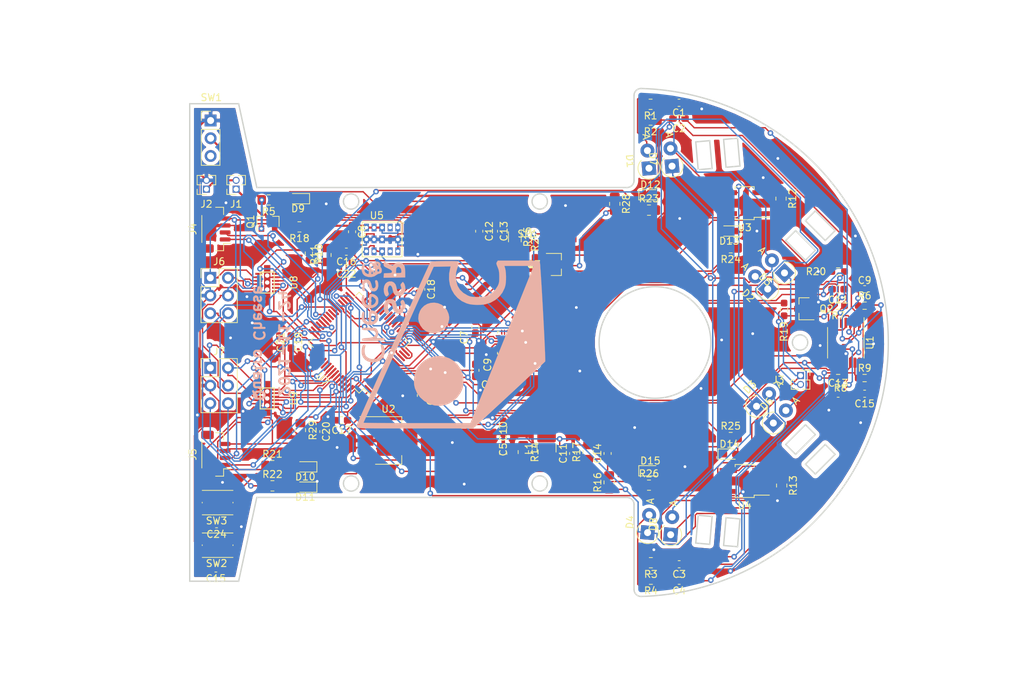
<source format=kicad_pcb>
(kicad_pcb (version 20171130) (host pcbnew "(5.1.7)-1")
  (title_block (title Quatro) (date 2021-10-27) (rev 0) (company Terunuma))
  (layers (0 F.Cu signal) (31 B.Cu signal) (35 F.Paste user hide) (36 B.SilkS user) (37 F.SilkS user) (38 B.Mask user) (39 F.Mask user) (44 Edge.Cuts user))
  (net 0 "")
  (net 1 NRST)
  (net 2 GND)
  (net 3 IR_BL)
  (net 4 "Net-(22p1-Pad1)")
  (net 5 "Net-(22p2-Pad1)")
  (net 6 IR_FL)
  (net 7 "Net-(22p3-Pad1)")
  (net 8 IR_FR)
  (net 9 "Net-(22p4-Pad1)")
  (net 10 IR_BR)
  (net 11 "Net-(C1-Pad2)")
  (net 12 "Net-(C2-Pad2)")
  (net 13 "Net-(C3-Pad2)")
  (net 14 "Net-(C4-Pad2)")
  (net 15 +5V)
  (net 16 +BATT)
  (net 17 "Net-(C9-Pad1)")
  (net 18 +3.3VADC)
  (net 19 "Net-(D5-Pad1)")
  (net 20 "Net-(D6-Pad1)")
  (net 21 "Net-(D7-Pad1)")
  (net 22 "Net-(D8-Pad1)")
  (net 23 "Net-(D9-Pad2)")
  (net 24 "Net-(D10-Pad2)")
  (net 25 "Net-(D11-Pad2)")
  (net 26 "Net-(D12-Pad2)")
  (net 27 "Net-(D13-Pad2)")
  (net 28 "Net-(D14-Pad2)")
  (net 29 "Net-(D15-Pad2)")
  (net 30 "Net-(J1-Pad1)")
  (net 31 "Net-(J1-Pad2)")
  (net 32 "Net-(J3-Pad2)")
  (net 33 USART1_TX)
  (net 34 USART1_RX)
  (net 35 SWCLK)
  (net 36 SWDIO)
  (net 37 MOTOR_L_OUT1)
  (net 38 MOTOR_L_OUT2)
  (net 39 TIM3_CH2_ENC_L_B)
  (net 40 TIM3_CH1_ENC_L_A)
  (net 41 TIM4_CH1_ENC_R_A)
  (net 42 TIM4_CH2_ENC_R_B)
  (net 43 MOTOR_R_OUT2)
  (net 44 MOTOR_R_OUT1)
  (net 45 "Net-(L1-Pad1)")
  (net 46 "Net-(Q1-Pad1)")
  (net 47 "Net-(Q2-Pad1)")
  (net 48 "Net-(Q3-Pad3)")
  (net 49 TIM2_CH1_BUZZER)
  (net 50 ADC_BAT)
  (net 51 "Net-(R12-Pad1)")
  (net 52 "Net-(R13-Pad1)")
  (net 53 "Net-(R15-Pad1)")
  (net 54 TIM8_CH1_MOTOR_FAN)
  (net 55 LED6)
  (net 56 LED5)
  (net 57 LED4)
  (net 58 LED3)
  (net 59 LED2)
  (net 60 LED1)
  (net 61 "Net-(R28-Pad1)")
  (net 62 BOOT0)
  (net 63 SPI_MISO)
  (net 64 SPI_CS)
  (net 65 SPI_SCK)
  (net 66 SPI_MOSI)
  (net 67 TIM5_CH1_MOTOR_L_IN1)
  (net 68 TIM5_CH2_MOTOR_L_IN2)
  (net 69 TIM5_CH3_MOTOR_R_IN1)
  (net 70 TIM5_CH4_MOTOR_R_IN2)
  (net 71 "Net-(SW1-Pad3)")
  (net 72 "Net-(C16-Pad1)")
  (net 73 "Net-(C21-Pad2)")
  (net 74 "Net-(U5-Pad2)")
  (net 75 "Net-(U5-Pad10)")
  (net 76 "Net-(U6-Pad21)")
  (net 77 "Net-(U6-Pad12)")
  (net 78 "Net-(U6-Pad7)")
  (net 79 "Net-(U7-Pad55)")
  (net 80 "Net-(U7-Pad54)")
  (net 81 "Net-(U7-Pad53)")
  (net 82 "Net-(U7-Pad52)")
  (net 83 "Net-(U7-Pad51)")
  (net 84 "Net-(U7-Pad45)")
  (net 85 "Net-(U7-Pad44)")
  (net 86 "Net-(U7-Pad41)")
  (net 87 "Net-(U7-Pad33)")
  (net 88 "Net-(U7-Pad30)")
  (net 89 "Net-(U7-Pad29)")
  (net 90 "Net-(U7-Pad26)")
  (net 91 "Net-(U7-Pad25)")
  (net 92 "Net-(U7-Pad24)")
  (net 93 "Net-(U7-Pad6)")
  (net 94 "Net-(U7-Pad5)")
  (net 95 "Net-(U7-Pad4)")
  (net 96 "Net-(U7-Pad3)")
  (net 97 "Net-(U7-Pad2)")
  (net 98 TIM10_CH1_IR_LED_INNER)
  (net 99 TIM11_CH1_IR_LED_OUTER)
  (net 100 /1.65VA)
  (net 101 BUTTON)
  (module My_Device:cheese_logo_regular (layer B.Cu) (at 143.4 94.6 90)
    (fp_text reference G*** hide)
    (fp_text value LOGO hide)
  )
  (module Package_DFN_QFN:QFN-24-1EP_3x3mm_P0.4mm_EP1.75x1.6mm (layer F.Cu) (at 151.82 94.6 270)
    (fp_text reference U6 (at 0 -2.82 90) (layer F.SilkS))
    (fp_text value MPU-6500)
    (pad 1 smd custom (at -1.5 -1 270) (size 0.115147 0.115147) (layers F.Cu F.Paste F.Mask) (options (clearance outline) (anchor circle)) (primitives (gr_poly (pts (xy -0.335 -0.06) (xy 0.238431 -0.06) (xy 0.335 0.036569) (xy 0.335 0.06) (xy -0.335 0.06)) (width 0.08))))
    (pad 2 smd roundrect (at -1.5 -0.6 270) (size 0.75 0.2) (layers F.Cu F.Paste F.Mask))
    (pad 3 smd roundrect (at -1.5 -0.2 270) (size 0.75 0.2) (layers F.Cu F.Paste F.Mask))
    (pad 4 smd roundrect (at -1.5 0.2 270) (size 0.75 0.2) (layers F.Cu F.Paste F.Mask))
    (pad 5 smd roundrect (at -1.5 0.6 270) (size 0.75 0.2) (layers F.Cu F.Paste F.Mask))
    (pad 6 smd custom (at -1.5 1 270) (size 0.115147 0.115147) (layers F.Cu F.Paste F.Mask) (options (clearance outline) (anchor circle)) (primitives (gr_poly (pts (xy -0.335 -0.06) (xy 0.335 -0.06) (xy 0.335 -0.036569) (xy 0.238431 0.06) (xy -0.335 0.06)) (width 0.08))))
    (pad 7 smd custom (at -1 1.5 270) (size 0.115147 0.115147) (layers F.Cu F.Paste F.Mask) (net 78 "Net-(U6-Pad7)") (options (clearance outline) (anchor circle)) (primitives (gr_poly (pts (xy -0.06 -0.238431) (xy 0.036569 -0.335) (xy 0.06 -0.335) (xy 0.06 0.335) (xy -0.06 0.335)) (width 0.08))))
    (pad 8 smd roundrect (at -0.6 1.5 270) (size 0.2 0.75) (layers F.Cu F.Paste F.Mask) (net 101 BUTTON))
    (pad 9 smd roundrect (at -0.2 1.5 270) (size 0.2 0.75) (layers F.Cu F.Paste F.Mask) (net 63 SPI_MISO))
    (pad 10 smd roundrect (at 0.2 1.5 270) (size 0.2 0.75) (layers F.Cu F.Paste F.Mask) (net 17 "Net-(C9-Pad1)"))
    (pad 11 smd roundrect (at 0.6 1.5 270) (size 0.2 0.75) (layers F.Cu F.Paste F.Mask) (net 2 GND))
    (pad 12 smd custom (at 1 1.5 270) (size 0.115147 0.115147) (layers F.Cu F.Paste F.Mask) (net 77 "Net-(U6-Pad12)") (options (clearance outline) (anchor circle)) (primitives (gr_poly (pts (xy -0.06 -0.335) (xy -0.036569 -0.335) (xy 0.06 -0.238431) (xy 0.06 0.335) (xy -0.06 0.335)) (width 0.08))))
    (pad 13 smd custom (at 1.5 1 270) (size 0.115147 0.115147) (layers F.Cu F.Paste F.Mask) (net 101 BUTTON) (options (clearance outline) (anchor circle)) (primitives (gr_poly (pts (xy -0.335 -0.06) (xy 0.335 -0.06) (xy 0.335 0.06) (xy -0.238431 0.06) (xy -0.335 -0.036569)) (width 0.08))))
    (pad 14 smd roundrect (at 1.5 0.6 270) (size 0.75 0.2) (layers F.Cu F.Paste F.Mask))
    (pad 15 smd roundrect (at 1.5 0.2 270) (size 0.75 0.2) (layers F.Cu F.Paste F.Mask))
    (pad 16 smd roundrect (at 1.5 -0.2 270) (size 0.75 0.2) (layers F.Cu F.Paste F.Mask))
    (pad 17 smd roundrect (at 1.5 -0.6 270) (size 0.75 0.2) (layers F.Cu F.Paste F.Mask))
    (pad 18 smd custom (at 1.5 -1 270) (size 0.115147 0.115147) (layers F.Cu F.Paste F.Mask) (net 2 GND) (options (clearance outline) (anchor circle)) (primitives (gr_poly (pts (xy -0.335 0.036569) (xy -0.238431 -0.06) (xy 0.335 -0.06) (xy 0.335 0.06) (xy -0.335 0.06)) (width 0.08))))
    (pad 19 smd custom (at 1 -1.5 270) (size 0.115147 0.115147) (layers F.Cu F.Paste F.Mask) (options (clearance outline) (anchor circle)) (primitives (gr_poly (pts (xy -0.06 -0.335) (xy 0.06 -0.335) (xy 0.06 0.238431) (xy -0.036569 0.335) (xy -0.06 0.335)) (width 0.08))))
    (pad 20 smd roundrect (at 0.6 -1.5 270) (size 0.2 0.75) (layers F.Cu F.Paste F.Mask) (net 2 GND))
    (pad 21 smd roundrect (at 0.2 -1.5 270) (size 0.2 0.75) (layers F.Cu F.Paste F.Mask) (net 76 "Net-(U6-Pad21)"))
    (pad 22 smd roundrect (at -0.2 -1.5 270) (size 0.2 0.75) (layers F.Cu F.Paste F.Mask) (net 64 SPI_CS))
    (pad 23 smd roundrect (at -0.6 -1.5 270) (size 0.2 0.75) (layers F.Cu F.Paste F.Mask) (net 65 SPI_SCK))
    (pad 24 smd custom (at -1 -1.5 270) (size 0.115147 0.115147) (layers F.Cu F.Paste F.Mask) (net 66 SPI_MOSI) (options (clearance outline) (anchor circle)) (primitives (gr_poly (pts (xy -0.06 -0.335) (xy 0.06 -0.335) (xy 0.06 0.335) (xy 0.036569 0.335) (xy -0.06 0.238431)) (width 0.08))))
    (pad 25 smd rect (at 0 0 270) (size 1.75 1.6) (layers F.Cu F.Mask))
  )
  (module My_Device:SMT-0440-T-R (layer F.Cu) (at 158.975 79.0084)
    (fp_text reference SP1 (at -4.445 0) (layer F.SilkS))
    (fp_text value SMT-0440)
    (pad 1 smd rect (at -1.825 0) (size 1.45 2.4) (layers F.Cu F.Paste F.Mask) (net 101 BUTTON))
    (pad 2 smd rect (at 1.825 0) (size 1.45 2.4) (layers F.Cu F.Paste F.Mask) (net 61 "Net-(R28-Pad1)"))
  )
  (module My_Device:LXDC55FAAA-203 (layer F.Cu) (at 133.7 79.8)
    (fp_text reference U5 (at -0.760536 -3.43742) (layer F.SilkS))
    (fp_text value LXDC55FAAA-203)
    (pad 9 thru_hole rect (at 0 1.7) (size 0.8 1.1) (drill 0.5) (layers *.Cu *.Mask) (net 15 +5V))
    (pad 13 thru_hole rect (at 0 0) (size 0.8 1.1) (drill 0.5) (layers *.Cu *.Mask) (net 2 GND))
    (pad 3 thru_hole rect (at 0 -1.7) (size 0.8 1.1) (drill 0.5) (layers *.Cu *.Mask) (net 16 +BATT))
    (pad 7 thru_hole rect (at -2.25 1.7) (size 0.7 1.1) (drill 0.5) (layers *.Cu *.Mask) (net 15 +5V))
    (pad 8 thru_hole rect (at -1.15 1.7) (size 0.7 1.1) (drill 0.5) (layers *.Cu *.Mask) (net 15 +5V))
    (pad 10 thru_hole rect (at 1.15 1.7) (size 0.7 1.1) (drill 0.5) (layers *.Cu *.Mask) (net 75 "Net-(U5-Pad10)"))
    (pad 11 thru_hole rect (at 2.25 1.7) (size 0.7 1.1) (drill 0.5) (layers *.Cu *.Mask) (net 53 "Net-(R15-Pad1)"))
    (pad 6 thru_hole rect (at -2.25 0) (size 0.7 1.1) (drill 0.5) (layers *.Cu *.Mask) (net 2 GND))
    (pad 14 thru_hole rect (at -1.15 0) (size 0.7 1.1) (drill 0.5) (layers *.Cu *.Mask) (net 2 GND))
    (pad 12 thru_hole rect (at 2.25 0) (size 0.7 1.1) (drill 0.5) (layers *.Cu *.Mask) (net 2 GND))
    (pad 5 thru_hole rect (at -2.25 -1.7) (size 0.7 1.1) (drill 0.5) (layers *.Cu *.Mask) (net 16 +BATT))
    (pad 4 thru_hole rect (at -1.15 -1.7) (size 0.7 1.1) (drill 0.5) (layers *.Cu *.Mask) (net 16 +BATT))
    (pad 2 thru_hole rect (at 1.15 -1.7) (size 0.7 1.1) (drill 0.5) (layers *.Cu *.Mask) (net 74 "Net-(U5-Pad2)"))
    (pad 1 thru_hole rect (at 2.25 -1.7) (size 0.7 1.1) (drill 0.5) (layers *.Cu *.Mask) (net 16 +BATT))
  )
  (module Capacitor_SMD:C_0603_1608Metric_Pad1.08x0.95mm_HandSolder (layer F.Cu) (at 202.77 86.93)
    (fp_text reference 22p1)
    (fp_text value C9 (at 0 -1.27) (layer F.SilkS))
    (pad 1 smd roundrect (at -0.8625 0) (size 1.075 0.95) (layers F.Cu F.Paste F.Mask) (net 4 "Net-(22p1-Pad1)"))
    (pad 2 smd roundrect (at 0.8625 0) (size 1.075 0.95) (layers F.Cu F.Paste F.Mask) (net 3 IR_BL))
  )
  (module Capacitor_SMD:C_0603_1608Metric_Pad1.08x0.95mm_HandSolder (layer F.Cu) (at 198.98 86.93 180)
    (fp_text reference 22p2)
    (fp_text value C11 (at 0 -1.524) (layer F.SilkS))
    (pad 1 smd roundrect (at -0.8625 0 180) (size 1.075 0.95) (layers F.Cu F.Paste F.Mask) (net 5 "Net-(22p2-Pad1)"))
    (pad 2 smd roundrect (at 0.8625 0 180) (size 1.075 0.95) (layers F.Cu F.Paste F.Mask) (net 6 IR_FL))
  )
  (module Capacitor_SMD:C_0603_1608Metric_Pad1.08x0.95mm_HandSolder (layer F.Cu) (at 198.98 101.9 180)
    (fp_text reference 22p3)
    (fp_text value C13 (at 0 1.524) (layer F.SilkS))
    (pad 1 smd roundrect (at -0.8625 0 180) (size 1.075 0.95) (layers F.Cu F.Paste F.Mask) (net 7 "Net-(22p3-Pad1)"))
    (pad 2 smd roundrect (at 0.8625 0 180) (size 1.075 0.95) (layers F.Cu F.Paste F.Mask) (net 8 IR_FR))
  )
  (module Capacitor_SMD:C_0603_1608Metric_Pad1.08x0.95mm_HandSolder (layer F.Cu) (at 202.77 101.9)
    (fp_text reference 22p4)
    (fp_text value C15 (at 0 1.43) (layer F.SilkS))
    (pad 2 smd roundrect (at 0.8625 0) (size 1.075 0.95) (layers F.Cu F.Paste F.Mask) (net 10 IR_BR))
    (pad 1 smd roundrect (at -0.8625 0) (size 1.075 0.95) (layers F.Cu F.Paste F.Mask) (net 9 "Net-(22p4-Pad1)"))
  )
  (module Capacitor_SMD:C_0603_1608Metric_Pad1.08x0.95mm_HandSolder (layer F.Cu) (at 176.2 60.22 180)
    (fp_text reference C1 (at 0 -1.43) (layer F.SilkS))
    (fp_text value 0.01u)
    (pad 2 smd roundrect (at 0.8625 0 180) (size 1.075 0.95) (layers F.Cu F.Paste F.Mask) (net 11 "Net-(C1-Pad2)"))
    (pad 1 smd roundrect (at -0.8625 0 180) (size 1.075 0.95) (layers F.Cu F.Paste F.Mask) (net 4 "Net-(22p1-Pad1)"))
  )
  (module Capacitor_SMD:C_0603_1608Metric_Pad1.08x0.95mm_HandSolder (layer F.Cu) (at 176.2 62.48 180)
    (fp_text reference C2 (at 0 -1.43) (layer F.SilkS))
    (fp_text value 0.01u)
    (pad 2 smd roundrect (at 0.8625 0 180) (size 1.075 0.95) (layers F.Cu F.Paste F.Mask) (net 12 "Net-(C2-Pad2)"))
    (pad 1 smd roundrect (at -0.8625 0 180) (size 1.075 0.95) (layers F.Cu F.Paste F.Mask) (net 5 "Net-(22p2-Pad1)"))
  )
  (module Capacitor_SMD:C_0603_1608Metric_Pad1.08x0.95mm_HandSolder (layer F.Cu) (at 176.22 126.33 180)
    (fp_text reference C3 (at 0 -1.43) (layer F.SilkS))
    (fp_text value 0.01u)
    (pad 2 smd roundrect (at 0.8625 0 180) (size 1.075 0.95) (layers F.Cu F.Paste F.Mask) (net 13 "Net-(C3-Pad2)"))
    (pad 1 smd roundrect (at -0.8625 0 180) (size 1.075 0.95) (layers F.Cu F.Paste F.Mask) (net 7 "Net-(22p3-Pad1)"))
  )
  (module Capacitor_SMD:C_0603_1608Metric_Pad1.08x0.95mm_HandSolder (layer F.Cu) (at 176.22 128.69 180)
    (fp_text reference C4 (at 0 -1.43) (layer F.SilkS))
    (fp_text value 0.01u)
    (pad 2 smd roundrect (at 0.8625 0 180) (size 1.075 0.95) (layers F.Cu F.Paste F.Mask) (net 14 "Net-(C4-Pad2)"))
    (pad 1 smd roundrect (at -0.8625 0 180) (size 1.075 0.95) (layers F.Cu F.Paste F.Mask) (net 9 "Net-(22p4-Pad1)"))
  )
  (module Capacitor_SMD:C_0603_1608Metric_Pad1.08x0.95mm_HandSolder (layer F.Cu) (at 151.04 106.71 270)
    (fp_text reference C5 (at 3.175 0 90) (layer F.SilkS))
    (fp_text value 10u)
    (pad 1 smd roundrect (at -0.8625 0 270) (size 1.075 0.95) (layers F.Cu F.Paste F.Mask) (net 15 +5V))
    (pad 2 smd roundrect (at 0.8625 0 270) (size 1.075 0.95) (layers F.Cu F.Paste F.Mask) (net 2 GND))
  )
  (module Capacitor_SMD:C_0603_1608Metric_Pad1.08x0.95mm_HandSolder (layer F.Cu) (at 152 100.6)
    (fp_text reference C6 (at -3.175 0) (layer F.SilkS))
    (fp_text value 0.1u)
    (pad 2 smd roundrect (at 0.8625 0) (size 1.075 0.95) (layers F.Cu F.Paste F.Mask) (net 2 GND))
    (pad 1 smd roundrect (at -0.8625 0) (size 1.075 0.95) (layers F.Cu F.Paste F.Mask) (net 101 BUTTON))
  )
  (module Capacitor_SMD:C_0603_1608Metric_Pad1.08x0.95mm_HandSolder (layer F.Cu) (at 147.05 92.35 90)
    (fp_text reference C7 (at -1.5 -1.6 90) (layer F.SilkS))
    (fp_text value 0.1u)
    (pad 1 smd roundrect (at -0.8625 0 90) (size 1.075 0.95) (layers F.Cu F.Paste F.Mask) (net 101 BUTTON))
    (pad 2 smd roundrect (at 0.8625 0 90) (size 1.075 0.95) (layers F.Cu F.Paste F.Mask) (net 2 GND))
  )
  (module Capacitor_SMD:C_0603_1608Metric_Pad1.08x0.95mm_HandSolder (layer F.Cu) (at 129.4 78.7 270)
    (fp_text reference C8 (at 0 -1.43 90) (layer F.SilkS))
    (fp_text value 0.1u)
    (pad 1 smd roundrect (at -0.8625 0 270) (size 1.075 0.95) (layers F.Cu F.Paste F.Mask) (net 16 +BATT))
    (pad 2 smd roundrect (at 0.8625 0 270) (size 1.075 0.95) (layers F.Cu F.Paste F.Mask) (net 2 GND))
  )
  (module Capacitor_SMD:C_0603_1608Metric_Pad1.08x0.95mm_HandSolder (layer F.Cu) (at 147.05 98.55 270)
    (fp_text reference C9 (at -0.8 -1.75 90) (layer F.SilkS))
    (fp_text value 0.1u)
    (pad 2 smd roundrect (at 0.8625 0 270) (size 1.075 0.95) (layers F.Cu F.Paste F.Mask) (net 2 GND))
    (pad 1 smd roundrect (at -0.8625 0 270) (size 1.075 0.95) (layers F.Cu F.Paste F.Mask) (net 17 "Net-(C9-Pad1)"))
  )
  (module Capacitor_SMD:C_0603_1608Metric_Pad1.08x0.95mm_HandSolder (layer F.Cu) (at 151.04 110.46 90)
    (fp_text reference C10 (at 3.175 0 90) (layer F.SilkS))
    (fp_text value 10u)
    (pad 1 smd roundrect (at -0.8625 0 90) (size 1.075 0.95) (layers F.Cu F.Paste F.Mask) (net 101 BUTTON))
    (pad 2 smd roundrect (at 0.8625 0 90) (size 1.075 0.95) (layers F.Cu F.Paste F.Mask) (net 2 GND))
  )
  (module Capacitor_SMD:C_0603_1608Metric_Pad1.08x0.95mm_HandSolder (layer F.Cu) (at 161.05 110.46 90)
    (fp_text reference C11 (at 0 -1.43 90) (layer F.SilkS))
    (fp_text value 10u)
    (pad 2 smd roundrect (at 0.8625 0 90) (size 1.075 0.95) (layers F.Cu F.Paste F.Mask) (net 2 GND))
    (pad 1 smd roundrect (at -0.8625 0 90) (size 1.075 0.95) (layers F.Cu F.Paste F.Mask) (net 18 +3.3VADC))
  )
  (module Capacitor_SMD:C_0603_1608Metric_Pad1.08x0.95mm_HandSolder (layer F.Cu) (at 147.6 78.6234 270)
    (fp_text reference C12 (at 0 -1.43 90) (layer F.SilkS))
    (fp_text value 0.1u)
    (pad 2 smd roundrect (at 0.8625 0 270) (size 1.075 0.95) (layers F.Cu F.Paste F.Mask) (net 2 GND))
    (pad 1 smd roundrect (at -0.8625 0 270) (size 1.075 0.95) (layers F.Cu F.Paste F.Mask) (net 15 +5V))
  )
  (module Capacitor_SMD:C_0603_1608Metric_Pad1.08x0.95mm_HandSolder (layer F.Cu) (at 149.71 78.6234 270)
    (fp_text reference C13 (at 0 -1.43 90) (layer F.SilkS))
    (fp_text value 20u)
    (pad 1 smd roundrect (at -0.8625 0 270) (size 1.075 0.95) (layers F.Cu F.Paste F.Mask) (net 15 +5V))
    (pad 2 smd roundrect (at 0.8625 0 270) (size 1.075 0.95) (layers F.Cu F.Paste F.Mask) (net 2 GND))
  )
  (module Capacitor_SMD:C_0603_1608Metric_Pad1.08x0.95mm_HandSolder (layer F.Cu) (at 165.98 110.46 90)
    (fp_text reference C14 (at 0 -1.43 90) (layer F.SilkS))
    (fp_text value 0.1u)
    (pad 1 smd roundrect (at -0.8625 0 90) (size 1.075 0.95) (layers F.Cu F.Paste F.Mask) (net 100 /1.65VA))
    (pad 2 smd roundrect (at 0.8625 0 90) (size 1.075 0.95) (layers F.Cu F.Paste F.Mask) (net 2 GND))
  )
  (module Capacitor_SMD:C_0603_1608Metric_Pad1.08x0.95mm_HandSolder (layer F.Cu) (at 109.9 126.93 180)
    (fp_text reference C15 (at 0 -1.43) (layer F.SilkS))
    (fp_text value 0.1u)
    (pad 1 smd roundrect (at -0.8625 0 180) (size 1.075 0.95) (layers F.Cu F.Paste F.Mask) (net 1 NRST))
    (pad 2 smd roundrect (at 0.8625 0 180) (size 1.075 0.95) (layers F.Cu F.Paste F.Mask) (net 2 GND))
  )
  (module Capacitor_SMD:C_0603_1608Metric_Pad1.08x0.95mm_HandSolder (layer F.Cu) (at 128.58 81.55 180)
    (fp_text reference C16 (at 0 -1.43) (layer F.SilkS))
    (fp_text value 2.2u)
    (pad 1 smd roundrect (at -0.8625 0 180) (size 1.075 0.95) (layers F.Cu F.Paste F.Mask) (net 72 "Net-(C16-Pad1)"))
    (pad 2 smd roundrect (at 0.8625 0 180) (size 1.075 0.95) (layers F.Cu F.Paste F.Mask) (net 2 GND))
  )
  (module Capacitor_SMD:C_0603_1608Metric_Pad1.08x0.95mm_HandSolder (layer F.Cu) (at 127.9 105.7 180)
    (fp_text reference C17 (at 0 -1.43) (layer F.SilkS))
    (fp_text value 0.1u)
    (pad 1 smd roundrect (at -0.8625 0 180) (size 1.075 0.95) (layers F.Cu F.Paste F.Mask) (net 101 BUTTON))
    (pad 2 smd roundrect (at 0.8625 0 180) (size 1.075 0.95) (layers F.Cu F.Paste F.Mask) (net 2 GND))
  )
  (module Capacitor_SMD:C_0603_1608Metric_Pad1.08x0.95mm_HandSolder (layer F.Cu) (at 139.3 86.95 270)
    (fp_text reference C18 (at 0 -1.43 90) (layer F.SilkS))
    (fp_text value 0.1u)
    (pad 1 smd roundrect (at -0.8625 0 270) (size 1.075 0.95) (layers F.Cu F.Paste F.Mask) (net 101 BUTTON))
    (pad 2 smd roundrect (at 0.8625 0 270) (size 1.075 0.95) (layers F.Cu F.Paste F.Mask) (net 2 GND))
  )
  (module Capacitor_SMD:C_0603_1608Metric_Pad1.08x0.95mm_HandSolder (layer F.Cu) (at 119 94.5 270)
    (fp_text reference C19 (at -0.01 -2.74 90) (layer F.SilkS))
    (fp_text value 0.1u)
    (pad 2 smd roundrect (at 0.8625 0 270) (size 1.075 0.95) (layers F.Cu F.Paste F.Mask) (net 2 GND))
    (pad 1 smd roundrect (at -0.8625 0 270) (size 1.075 0.95) (layers F.Cu F.Paste F.Mask) (net 101 BUTTON))
  )
  (module Capacitor_SMD:C_0603_1608Metric_Pad1.08x0.95mm_HandSolder (layer F.Cu) (at 124.27 107.32 270)
    (fp_text reference C20 (at 0 -1.43 90) (layer F.SilkS))
    (fp_text value 0.1u)
    (pad 1 smd roundrect (at -0.8625 0 270) (size 1.075 0.95) (layers F.Cu F.Paste F.Mask) (net 101 BUTTON))
    (pad 2 smd roundrect (at 0.8625 0 270) (size 1.075 0.95) (layers F.Cu F.Paste F.Mask) (net 2 GND))
  )
  (module Capacitor_SMD:C_0603_1608Metric_Pad1.08x0.95mm_HandSolder (layer F.Cu) (at 120.64 94.5 90)
    (fp_text reference C21 (at 0 -1.43 90) (layer F.SilkS))
    (fp_text value 2.2u)
    (pad 2 smd roundrect (at 0.8625 0 90) (size 1.075 0.95) (layers F.Cu F.Paste F.Mask) (net 73 "Net-(C21-Pad2)"))
    (pad 1 smd roundrect (at -0.8625 0 90) (size 1.075 0.95) (layers F.Cu F.Paste F.Mask) (net 2 GND))
  )
  (module Capacitor_SMD:C_0603_1608Metric_Pad1.08x0.95mm_HandSolder (layer F.Cu) (at 128.58 83.16 180)
    (fp_text reference C22 (at 0 -1.595001) (layer F.SilkS))
    (fp_text value 0.1u)
    (pad 2 smd roundrect (at 0.8625 0 180) (size 1.075 0.95) (layers F.Cu F.Paste F.Mask) (net 2 GND))
    (pad 1 smd roundrect (at -0.8625 0 180) (size 1.075 0.95) (layers F.Cu F.Paste F.Mask) (net 101 BUTTON))
  )
  (module Capacitor_SMD:C_0603_1608Metric_Pad1.08x0.95mm_HandSolder (layer F.Cu) (at 139.25 102.15 270)
    (fp_text reference C23 (at 0 -1.43 90) (layer F.SilkS))
    (fp_text value 0.1u)
    (pad 2 smd roundrect (at 0.8625 0 270) (size 1.075 0.95) (layers F.Cu F.Paste F.Mask) (net 2 GND))
    (pad 1 smd roundrect (at -0.8625 0 270) (size 1.075 0.95) (layers F.Cu F.Paste F.Mask) (net 18 +3.3VADC))
  )
  (module Diode_THT:D_T-1_P2.54mm_Vertical_AnodeUp (layer F.Cu) (at 171.9 69.6 95)
    (fp_text reference D1 (at 1.27 -2.609214 95) (layer F.SilkS))
    (fp_text value SFH213FA)
    (fp_text user A (at 4.54 0 95) (layer F.SilkS))
    (pad 2 thru_hole oval (at 2.54 0 95) (size 2 2) (drill 1) (layers *.Cu *.Mask) (net 11 "Net-(C1-Pad2)"))
    (pad 1 thru_hole rect (at 0 0 95) (size 2 2) (drill 1) (layers *.Cu *.Mask) (net 18 +3.3VADC))
  )
  (module Diode_THT:D_T-1_P2.54mm_Vertical_AnodeUp (layer F.Cu) (at 188.9 86.9 135)
    (fp_text reference D2 (at 1.30605 -2.645263 135) (layer F.SilkS))
    (fp_text value SFH213FA)
    (fp_text user A (at 4.54 0 135) (layer F.SilkS))
    (pad 1 thru_hole rect (at 0 0 135) (size 2 2) (drill 1) (layers *.Cu *.Mask) (net 18 +3.3VADC))
    (pad 2 thru_hole oval (at 2.54 0 135) (size 2 2) (drill 1) (layers *.Cu *.Mask) (net 12 "Net-(C2-Pad2)"))
  )
  (module Diode_THT:D_T-1_P2.54mm_Vertical_AnodeUp (layer F.Cu) (at 187.3 103.7 45)
    (fp_text reference D3 (at 1.27 -2.609214 45) (layer F.SilkS))
    (fp_text value SFH213FA)
    (fp_text user A (at 4.54 0 45) (layer F.SilkS))
    (pad 1 thru_hole rect (at 0 0 45) (size 2 2) (drill 1) (layers *.Cu *.Mask) (net 18 +3.3VADC))
    (pad 2 thru_hole oval (at 2.54 0 45) (size 2 2) (drill 1) (layers *.Cu *.Mask) (net 13 "Net-(C3-Pad2)"))
  )
  (module Diode_THT:D_T-1_P2.54mm_Vertical_AnodeUp (layer F.Cu) (at 171.7 121.8 85)
    (fp_text reference D4 (at 1.27 -2.609214 85) (layer F.SilkS))
    (fp_text value SFH213FA)
    (fp_text user A (at 4.54 0 85) (layer F.SilkS))
    (pad 2 thru_hole oval (at 2.54 0 85) (size 2 2) (drill 1) (layers *.Cu *.Mask) (net 14 "Net-(C4-Pad2)"))
    (pad 1 thru_hole rect (at 0 0 85) (size 2 2) (drill 1) (layers *.Cu *.Mask) (net 18 +3.3VADC))
  )
  (module Diode_THT:D_T-1_P2.54mm_Vertical_AnodeUp (layer F.Cu) (at 191.3 84.6 135)
    (fp_text reference D5 (at 1.27 -2.609214 135) (layer F.SilkS))
    (fp_text value VSLY5850)
    (fp_text user A (at 4.54 0 135) (layer F.SilkS))
    (pad 2 thru_hole oval (at 2.54 0 135) (size 2 2) (drill 1) (layers *.Cu *.Mask) (net 16 +BATT))
    (pad 1 thru_hole rect (at 0 0 135) (size 2 2) (drill 1) (layers *.Cu *.Mask) (net 19 "Net-(D5-Pad1)"))
  )
  (module Diode_THT:D_T-1_P2.54mm_Vertical_AnodeUp (layer F.Cu) (at 189.7 106.1 45)
    (fp_text reference D6 (at 1.27 -2.609214 45) (layer F.SilkS))
    (fp_text value VSLY5850)
    (fp_text user A (at 4.54 0 45) (layer F.SilkS))
    (pad 1 thru_hole rect (at 0 0 45) (size 2 2) (drill 1) (layers *.Cu *.Mask) (net 20 "Net-(D6-Pad1)"))
    (pad 2 thru_hole oval (at 2.54 0 45) (size 2 2) (drill 1) (layers *.Cu *.Mask) (net 19 "Net-(D5-Pad1)"))
  )
  (module Diode_THT:D_T-1_P2.54mm_Vertical_AnodeUp (layer F.Cu) (at 175.2 69.3 95)
    (fp_text reference D7 (at 1.27 -2.609214 95) (layer F.SilkS))
    (fp_text value VSLY5850)
    (fp_text user A (at 4.54 0 95) (layer F.SilkS))
    (pad 1 thru_hole rect (at 0 0 95) (size 2 2) (drill 1) (layers *.Cu *.Mask) (net 21 "Net-(D7-Pad1)"))
    (pad 2 thru_hole oval (at 2.54 0 95) (size 2 2) (drill 1) (layers *.Cu *.Mask) (net 16 +BATT))
  )
  (module Diode_THT:D_T-1_P2.54mm_Vertical_AnodeUp (layer F.Cu) (at 175 122.1 85)
    (fp_text reference D8 (at 1.27 -2.609214 85) (layer F.SilkS))
    (fp_text value VSLY5850)
    (fp_text user A (at 4.54 0 85) (layer F.SilkS))
    (pad 2 thru_hole oval (at 2.54 0 85) (size 2 2) (drill 1) (layers *.Cu *.Mask) (net 21 "Net-(D7-Pad1)"))
    (pad 1 thru_hole rect (at 0 0 85) (size 2 2) (drill 1) (layers *.Cu *.Mask) (net 22 "Net-(D8-Pad1)"))
  )
  (module LED_SMD:LED_0603_1608Metric_Pad1.05x0.95mm_HandSolder (layer F.Cu) (at 121.66 73.96 180)
    (fp_text reference D9 (at 0 -1.43) (layer F.SilkS))
    (fp_text value POWER)
    (pad 1 smd roundrect (at -0.875 0 180) (size 1.05 0.95) (layers F.Cu F.Paste F.Mask) (net 2 GND))
    (pad 2 smd roundrect (at 0.875 0 180) (size 1.05 0.95) (layers F.Cu F.Paste F.Mask) (net 23 "Net-(D9-Pad2)"))
  )
  (module LED_SMD:LED_0603_1608Metric_Pad1.05x0.95mm_HandSolder (layer F.Cu) (at 122.7 112.38 180)
    (fp_text reference D10 (at 0 -1.43) (layer F.SilkS))
    (fp_text value LED)
    (pad 1 smd roundrect (at -0.875 0 180) (size 1.05 0.95) (layers F.Cu F.Paste F.Mask) (net 2 GND))
    (pad 2 smd roundrect (at 0.875 0 180) (size 1.05 0.95) (layers F.Cu F.Paste F.Mask) (net 24 "Net-(D10-Pad2)"))
  )
  (module LED_SMD:LED_0603_1608Metric_Pad1.05x0.95mm_HandSolder (layer F.Cu) (at 122.7 115.28 180)
    (fp_text reference D11 (at 0 -1.43) (layer F.SilkS))
    (fp_text value LED)
    (pad 2 smd roundrect (at 0.875 0 180) (size 1.05 0.95) (layers F.Cu F.Paste F.Mask) (net 25 "Net-(D11-Pad2)"))
    (pad 1 smd roundrect (at -0.875 0 180) (size 1.05 0.95) (layers F.Cu F.Paste F.Mask) (net 2 GND))
  )
  (module LED_SMD:LED_0603_1608Metric_Pad1.05x0.95mm_HandSolder (layer F.Cu) (at 172.1 73.4)
    (fp_text reference D12 (at 0 -1.43) (layer F.SilkS))
    (fp_text value LED)
    (pad 2 smd roundrect (at 0.875 0) (size 1.05 0.95) (layers F.Cu F.Paste F.Mask) (net 26 "Net-(D12-Pad2)"))
    (pad 1 smd roundrect (at -0.875 0) (size 1.05 0.95) (layers F.Cu F.Paste F.Mask) (net 2 GND))
  )
  (module LED_SMD:LED_0603_1608Metric_Pad1.05x0.95mm_HandSolder (layer F.Cu) (at 183.4 78.6 180)
    (fp_text reference D13 (at 0 -1.43) (layer F.SilkS))
    (fp_text value LED)
    (pad 1 smd roundrect (at -0.875 0 180) (size 1.05 0.95) (layers F.Cu F.Paste F.Mask) (net 2 GND))
    (pad 2 smd roundrect (at 0.875 0 180) (size 1.05 0.95) (layers F.Cu F.Paste F.Mask) (net 27 "Net-(D13-Pad2)"))
  )
  (module LED_SMD:LED_0603_1608Metric_Pad1.05x0.95mm_HandSolder (layer F.Cu) (at 183.445 110.55)
    (fp_text reference D14 (at 0 -1.43) (layer F.SilkS))
    (fp_text value LED)
    (pad 1 smd roundrect (at -0.875 0) (size 1.05 0.95) (layers F.Cu F.Paste F.Mask) (net 2 GND))
    (pad 2 smd roundrect (at 0.875 0) (size 1.05 0.95) (layers F.Cu F.Paste F.Mask) (net 28 "Net-(D14-Pad2)"))
  )
  (module LED_SMD:LED_0603_1608Metric_Pad1.05x0.95mm_HandSolder (layer F.Cu) (at 172.1 112.94)
    (fp_text reference D15 (at 0 -1.43) (layer F.SilkS))
    (fp_text value LED)
    (pad 2 smd roundrect (at 0.875 0) (size 1.05 0.95) (layers F.Cu F.Paste F.Mask) (net 29 "Net-(D15-Pad2)"))
    (pad 1 smd roundrect (at -0.875 0) (size 1.05 0.95) (layers F.Cu F.Paste F.Mask) (net 2 GND))
  )
  (module Connector_PinSocket_1.27mm:PinSocket_1x02_P1.27mm_Vertical (layer F.Cu) (at 112.8 72.6 180)
    (fp_text reference J1 (at 0 -2.135) (layer F.SilkS))
    (fp_text value BATTERY)
    (pad 1 thru_hole rect (at 0 0 180) (size 1 1) (drill 0.7) (layers *.Cu *.Mask) (net 30 "Net-(J1-Pad1)"))
    (pad 2 thru_hole oval (at 0 1.27 180) (size 1 1) (drill 0.7) (layers *.Cu *.Mask) (net 31 "Net-(J1-Pad2)"))
  )
  (module Connector_PinSocket_1.27mm:PinSocket_1x02_P1.27mm_Vertical (layer F.Cu) (at 108.55 72.6 180)
    (fp_text reference J2 (at 0 -2.135) (layer F.SilkS))
    (fp_text value BATTERY)
    (pad 2 thru_hole oval (at 0 1.27 180) (size 1 1) (drill 0.7) (layers *.Cu *.Mask) (net 2 GND))
    (pad 1 thru_hole rect (at 0 0 180) (size 1 1) (drill 0.7) (layers *.Cu *.Mask) (net 31 "Net-(J1-Pad2)"))
  )
  (module Connector_PinSocket_1.27mm:PinSocket_1x02_P1.27mm_Vertical (layer F.Cu) (at 193.6 99.3)
    (fp_text reference J3 (at -3.175 0.635 -180) (layer F.SilkS))
    (fp_text value Conn_01x02)
    (pad 1 thru_hole rect (at 0 0) (size 1 1) (drill 0.7) (layers *.Cu *.Mask) (net 16 +BATT))
    (pad 2 thru_hole oval (at 0 1.27) (size 1 1) (drill 0.7) (layers *.Cu *.Mask) (net 32 "Net-(J3-Pad2)"))
  )
  (module Connector_JST:JST_SH_BM04B-SRSS-TB_1x04-1MP_P1.00mm_Vertical (layer F.Cu) (at 109.9 78.3 90)
    (fp_text reference J4 (at 0 -3.3 90) (layer F.SilkS))
    (fp_text value "UART1 SH")
    (pad MP smd roundrect (at 2.8 -1.2 90) (size 1.2 1.8) (layers F.Cu F.Paste F.Mask) (roundrect_rratio 0.2083325))
    (pad MP smd roundrect (at -2.8 -1.2 90) (size 1.2 1.8) (layers F.Cu F.Paste F.Mask) (roundrect_rratio 0.2083325))
    (pad 4 smd roundrect (at 1.5 1.325 90) (size 0.6 1.55) (layers F.Cu F.Paste F.Mask) (net 15 +5V))
    (pad 3 smd roundrect (at 0.5 1.325 90) (size 0.6 1.55) (layers F.Cu F.Paste F.Mask) (net 2 GND))
    (pad 2 smd roundrect (at -0.5 1.325 90) (size 0.6 1.55) (layers F.Cu F.Paste F.Mask) (net 33 USART1_TX))
    (pad 1 smd roundrect (at -1.5 1.325 90) (size 0.6 1.55) (layers F.Cu F.Paste F.Mask) (net 34 USART1_RX))
  )
  (module Connector_JST:JST_SH_BM04B-SRSS-TB_1x04-1MP_P1.00mm_Vertical (layer F.Cu) (at 109.9 110.6 90)
    (fp_text reference J5 (at 0 -3.3 90) (layer F.SilkS))
    (fp_text value "st-link SH")
    (pad 1 smd roundrect (at -1.5 1.325 90) (size 0.6 1.55) (layers F.Cu F.Paste F.Mask) (net 35 SWCLK))
    (pad 2 smd roundrect (at -0.5 1.325 90) (size 0.6 1.55) (layers F.Cu F.Paste F.Mask) (net 36 SWDIO))
    (pad 3 smd roundrect (at 0.5 1.325 90) (size 0.6 1.55) (layers F.Cu F.Paste F.Mask) (net 2 GND))
    (pad 4 smd roundrect (at 1.5 1.325 90) (size 0.6 1.55) (layers F.Cu F.Paste F.Mask) (net 1 NRST))
    (pad MP smd roundrect (at -2.8 -1.2 90) (size 1.2 1.8) (layers F.Cu F.Paste F.Mask) (roundrect_rratio 0.2083325))
    (pad MP smd roundrect (at 2.8 -1.2 90) (size 1.2 1.8) (layers F.Cu F.Paste F.Mask) (roundrect_rratio 0.2083325))
  )
  (module Connector_PinHeader_2.54mm:PinHeader_2x03_P2.54mm_Vertical (layer F.Cu) (at 109.1 85.3)
    (fp_text reference J6 (at 1.27 -2.33) (layer F.SilkS))
    (fp_text value "2.54mm 02x03")
    (pad 1 thru_hole rect (at 0 0) (size 1.7 1.7) (drill 1) (layers *.Cu *.Mask) (net 37 MOTOR_L_OUT1))
    (pad 2 thru_hole oval (at 2.54 0) (size 1.7 1.7) (drill 1) (layers *.Cu *.Mask) (net 38 MOTOR_L_OUT2))
    (pad 3 thru_hole oval (at 0 2.54) (size 1.7 1.7) (drill 1) (layers *.Cu *.Mask) (net 2 GND))
    (pad 4 thru_hole oval (at 2.54 2.54) (size 1.7 1.7) (drill 1) (layers *.Cu *.Mask) (net 15 +5V))
    (pad 5 thru_hole oval (at 0 5.08) (size 1.7 1.7) (drill 1) (layers *.Cu *.Mask) (net 39 TIM3_CH2_ENC_L_B))
    (pad 6 thru_hole oval (at 2.54 5.08) (size 1.7 1.7) (drill 1) (layers *.Cu *.Mask) (net 40 TIM3_CH1_ENC_L_A))
  )
  (module Connector_PinHeader_2.54mm:PinHeader_2x03_P2.54mm_Vertical (layer F.Cu) (at 109.1 98.2)
    (fp_text reference J7 (at 1.27 -2.33) (layer F.SilkS))
    (fp_text value "2.54mm 02x03")
    (pad 6 thru_hole oval (at 2.54 5.08) (size 1.7 1.7) (drill 1) (layers *.Cu *.Mask) (net 41 TIM4_CH1_ENC_R_A))
    (pad 5 thru_hole oval (at 0 5.08) (size 1.7 1.7) (drill 1) (layers *.Cu *.Mask) (net 42 TIM4_CH2_ENC_R_B))
    (pad 4 thru_hole oval (at 2.54 2.54) (size 1.7 1.7) (drill 1) (layers *.Cu *.Mask) (net 15 +5V))
    (pad 3 thru_hole oval (at 0 2.54) (size 1.7 1.7) (drill 1) (layers *.Cu *.Mask) (net 2 GND))
    (pad 2 thru_hole oval (at 2.54 0) (size 1.7 1.7) (drill 1) (layers *.Cu *.Mask) (net 43 MOTOR_R_OUT2))
    (pad 1 thru_hole rect (at 0 0) (size 1.7 1.7) (drill 1) (layers *.Cu *.Mask) (net 44 MOTOR_R_OUT1))
  )
  (module Inductor_SMD:L_1210_3225Metric_Pad1.42x2.65mm_HandSolder (layer F.Cu) (at 157.24 109.66 90)
    (fp_text reference L1 (at -0.13 -2.52 90) (layer F.SilkS))
    (fp_text value 10u)
    (pad 1 smd roundrect (at -1.4875 0 90) (size 1.425 2.65) (layers F.Cu F.Paste F.Mask) (roundrect_rratio 0.1754385964912281) (net 45 "Net-(L1-Pad1)"))
    (pad 2 smd roundrect (at 1.4875 0 90) (size 1.425 2.65) (layers F.Cu F.Paste F.Mask) (roundrect_rratio 0.1754385964912281) (net 18 +3.3VADC))
  )
  (module Package_TO_SOT_SMD:SOT-23 (layer F.Cu) (at 117.37 77.25 90)
    (fp_text reference Q1 (at 0 -2.5 90) (layer F.SilkS))
    (fp_text value IRLML6402)
    (pad 1 smd rect (at -1 -0.95 90) (size 0.9 0.8) (layers F.Cu F.Paste F.Mask) (net 46 "Net-(Q1-Pad1)"))
    (pad 2 smd rect (at -1 0.95 90) (size 0.9 0.8) (layers F.Cu F.Paste F.Mask) (net 16 +BATT))
    (pad 3 smd rect (at 1 0 90) (size 0.9 0.8) (layers F.Cu F.Paste F.Mask) (net 30 "Net-(J1-Pad1)"))
  )
  (module Package_TO_SOT_SMD:SOT-23 (layer F.Cu) (at 194.13 89.73 180)
    (fp_text reference Q2 (at -3.175 0) (layer F.SilkS))
    (fp_text value IRFML8244)
    (pad 3 smd rect (at 1 0 180) (size 0.9 0.8) (layers F.Cu F.Paste F.Mask) (net 32 "Net-(J3-Pad2)"))
    (pad 2 smd rect (at -1 0.95 180) (size 0.9 0.8) (layers F.Cu F.Paste F.Mask) (net 2 GND))
    (pad 1 smd rect (at -1 -0.95 180) (size 0.9 0.8) (layers F.Cu F.Paste F.Mask) (net 47 "Net-(Q2-Pad1)"))
  )
  (module Package_TO_SOT_SMD:SOT-23 (layer F.Cu) (at 158.6 83.3875)
    (fp_text reference Q3 (at -3.175 0) (layer F.SilkS))
    (fp_text value BSS138)
    (pad 3 smd rect (at 1 0) (size 0.9 0.8) (layers F.Cu F.Paste F.Mask) (net 48 "Net-(Q3-Pad3)"))
    (pad 2 smd rect (at -1 0.95) (size 0.9 0.8) (layers F.Cu F.Paste F.Mask) (net 2 GND))
    (pad 1 smd rect (at -1 -0.95) (size 0.9 0.8) (layers F.Cu F.Paste F.Mask) (net 49 TIM2_CH1_BUZZER))
  )
  (module Resistor_SMD:R_0805_2012Metric_Pad1.20x1.40mm_HandSolder (layer F.Cu) (at 172.13 60.44 180)
    (fp_text reference R1 (at 0 -1.65) (layer F.SilkS))
    (fp_text value 100k)
    (pad 1 smd roundrect (at -1 0 180) (size 1.2 1.4) (layers F.Cu F.Paste F.Mask) (roundrect_rratio 0.2083325) (net 11 "Net-(C1-Pad2)"))
    (pad 2 smd roundrect (at 1 0 180) (size 1.2 1.4) (layers F.Cu F.Paste F.Mask) (roundrect_rratio 0.2083325) (net 2 GND))
  )
  (module Resistor_SMD:R_0805_2012Metric_Pad1.20x1.40mm_HandSolder (layer F.Cu) (at 172.13 62.7 180)
    (fp_text reference R2 (at 0 -1.65) (layer F.SilkS))
    (fp_text value 100k)
    (pad 1 smd roundrect (at -1 0 180) (size 1.2 1.4) (layers F.Cu F.Paste F.Mask) (roundrect_rratio 0.2083325) (net 12 "Net-(C2-Pad2)"))
    (pad 2 smd roundrect (at 1 0 180) (size 1.2 1.4) (layers F.Cu F.Paste F.Mask) (roundrect_rratio 0.2083325) (net 2 GND))
  )
  (module Resistor_SMD:R_0805_2012Metric_Pad1.20x1.40mm_HandSolder (layer F.Cu) (at 172.17 126.11 180)
    (fp_text reference R3 (at 0 -1.65) (layer F.SilkS))
    (fp_text value 100k)
    (pad 1 smd roundrect (at -1 0 180) (size 1.2 1.4) (layers F.Cu F.Paste F.Mask) (roundrect_rratio 0.2083325) (net 13 "Net-(C3-Pad2)"))
    (pad 2 smd roundrect (at 1 0 180) (size 1.2 1.4) (layers F.Cu F.Paste F.Mask) (roundrect_rratio 0.2083325) (net 2 GND))
  )
  (module Resistor_SMD:R_0805_2012Metric_Pad1.20x1.40mm_HandSolder (layer F.Cu) (at 172.17 128.47 180)
    (fp_text reference R4 (at 0 -1.65) (layer F.SilkS))
    (fp_text value 100k)
    (pad 2 smd roundrect (at 1 0 180) (size 1.2 1.4) (layers F.Cu F.Paste F.Mask) (roundrect_rratio 0.2083325) (net 2 GND))
    (pad 1 smd roundrect (at -1 0 180) (size 1.2 1.4) (layers F.Cu F.Paste F.Mask) (roundrect_rratio 0.2083325) (net 14 "Net-(C4-Pad2)"))
  )
  (module Resistor_SMD:R_0805_2012Metric_Pad1.20x1.40mm_HandSolder (layer F.Cu) (at 117.47 74.14 180)
    (fp_text reference R5 (at 0 -1.65) (layer F.SilkS))
    (fp_text value 100k)
    (pad 2 smd roundrect (at 1 0 180) (size 1.2 1.4) (layers F.Cu F.Paste F.Mask) (roundrect_rratio 0.2083325) (net 46 "Net-(Q1-Pad1)"))
    (pad 1 smd roundrect (at -1 0 180) (size 1.2 1.4) (layers F.Cu F.Paste F.Mask) (roundrect_rratio 0.2083325) (net 30 "Net-(J1-Pad1)"))
  )
  (module Resistor_SMD:R_0603_1608Metric_Pad0.98x0.95mm_HandSolder (layer F.Cu) (at 202.77 89.29)
    (fp_text reference R6 (at 0 -1.43) (layer F.SilkS))
    (fp_text value 220k)
    (pad 2 smd roundrect (at 0.9125 0) (size 0.975 0.95) (layers F.Cu F.Paste F.Mask) (net 3 IR_BL))
    (pad 1 smd roundrect (at -0.9125 0) (size 0.975 0.95) (layers F.Cu F.Paste F.Mask) (net 4 "Net-(22p1-Pad1)"))
  )
  (module Resistor_SMD:R_0603_1608Metric_Pad0.98x0.95mm_HandSolder (layer F.Cu) (at 198.98 89.29 180)
    (fp_text reference R7 (at 0 -1.43) (layer F.SilkS))
    (fp_text value 220k)
    (pad 2 smd roundrect (at 0.9125 0 180) (size 0.975 0.95) (layers F.Cu F.Paste F.Mask) (net 6 IR_FL))
    (pad 1 smd roundrect (at -0.9125 0 180) (size 0.975 0.95) (layers F.Cu F.Paste F.Mask) (net 5 "Net-(22p2-Pad1)"))
  )
  (module Resistor_SMD:R_0603_1608Metric_Pad0.98x0.95mm_HandSolder (layer F.Cu) (at 198.98 99.66 180)
    (fp_text reference R8 (at -0.340001 -1.43) (layer F.SilkS))
    (fp_text value 220k)
    (pad 2 smd roundrect (at 0.9125 0 180) (size 0.975 0.95) (layers F.Cu F.Paste F.Mask) (net 8 IR_FR))
    (pad 1 smd roundrect (at -0.9125 0 180) (size 0.975 0.95) (layers F.Cu F.Paste F.Mask) (net 7 "Net-(22p3-Pad1)"))
  )
  (module Resistor_SMD:R_0603_1608Metric_Pad0.98x0.95mm_HandSolder (layer F.Cu) (at 202.77 99.66)
    (fp_text reference R9 (at 0 -1.43) (layer F.SilkS))
    (fp_text value 220k)
    (pad 2 smd roundrect (at 0.9125 0) (size 0.975 0.95) (layers F.Cu F.Paste F.Mask) (net 10 IR_BR))
    (pad 1 smd roundrect (at -0.9125 0) (size 0.975 0.95) (layers F.Cu F.Paste F.Mask) (net 9 "Net-(22p4-Pad1)"))
  )
  (module Resistor_SMD:R_0603_1608Metric_Pad0.98x0.95mm_HandSolder (layer F.Cu) (at 123.22 81.83 270)
    (fp_text reference R10 (at 0 -1.43 90) (layer F.SilkS))
    (fp_text value 20k)
    (pad 1 smd roundrect (at -0.9125 0 270) (size 0.975 0.95) (layers F.Cu F.Paste F.Mask) (net 16 +BATT))
    (pad 2 smd roundrect (at 0.9125 0 270) (size 0.975 0.95) (layers F.Cu F.Paste F.Mask) (net 50 ADC_BAT))
  )
  (module Resistor_SMD:R_0805_2012Metric_Pad1.20x1.40mm_HandSolder (layer F.Cu) (at 125.66 82.03 90)
    (fp_text reference R11 (at 0 -1.65 90) (layer F.SilkS))
    (fp_text value 10k)
    (pad 1 smd roundrect (at -1 0 90) (size 1.2 1.4) (layers F.Cu F.Paste F.Mask) (roundrect_rratio 0.2083325) (net 50 ADC_BAT))
    (pad 2 smd roundrect (at 1 0 90) (size 1.2 1.4) (layers F.Cu F.Paste F.Mask) (roundrect_rratio 0.2083325) (net 2 GND))
  )
  (module Resistor_SMD:R_0805_2012Metric_Pad1.20x1.40mm_HandSolder (layer F.Cu) (at 190.8 73.95 270)
    (fp_text reference R12 (at 0 -1.65 90) (layer F.SilkS))
    (fp_text value 1)
    (pad 2 smd roundrect (at 1 0 270) (size 1.2 1.4) (layers F.Cu F.Paste F.Mask) (roundrect_rratio 0.2083325) (net 2 GND))
    (pad 1 smd roundrect (at -1 0 270) (size 1.2 1.4) (layers F.Cu F.Paste F.Mask) (roundrect_rratio 0.2083325) (net 51 "Net-(R12-Pad1)"))
  )
  (module Resistor_SMD:R_0805_2012Metric_Pad1.20x1.40mm_HandSolder (layer F.Cu) (at 190.9 115.05 270)
    (fp_text reference R13 (at 0 -1.65 90) (layer F.SilkS))
    (fp_text value 1)
    (pad 2 smd roundrect (at 1 0 270) (size 1.2 1.4) (layers F.Cu F.Paste F.Mask) (roundrect_rratio 0.2083325) (net 2 GND))
    (pad 1 smd roundrect (at -1 0 270) (size 1.2 1.4) (layers F.Cu F.Paste F.Mask) (roundrect_rratio 0.2083325) (net 52 "Net-(R13-Pad1)"))
  )
  (module Resistor_SMD:R_0805_2012Metric_Pad1.20x1.40mm_HandSolder (layer F.Cu) (at 153.91 110.26 270)
    (fp_text reference R14 (at 0 -1.65 90) (layer F.SilkS))
    (fp_text value 5)
    (pad 1 smd roundrect (at -1 0 270) (size 1.2 1.4) (layers F.Cu F.Paste F.Mask) (roundrect_rratio 0.2083325) (net 101 BUTTON))
    (pad 2 smd roundrect (at 1 0 270) (size 1.2 1.4) (layers F.Cu F.Paste F.Mask) (roundrect_rratio 0.2083325) (net 45 "Net-(L1-Pad1)"))
  )
  (module Resistor_SMD:R_1206_3216Metric_Pad1.30x1.75mm_HandSolder (layer F.Cu) (at 152.7 79.4234 270)
    (fp_text reference R15 (at 0 -1.82 90) (layer F.SilkS))
    (fp_text value 133)
    (pad 1 smd roundrect (at -1.55 0 270) (size 1.3 1.75) (layers F.Cu F.Paste F.Mask) (roundrect_rratio 0.1923069230769231) (net 53 "Net-(R15-Pad1)"))
    (pad 2 smd roundrect (at 1.55 0 270) (size 1.3 1.75) (layers F.Cu F.Paste F.Mask) (roundrect_rratio 0.1923069230769231) (net 2 GND))
  )
  (module Resistor_SMD:R_0805_2012Metric_Pad1.20x1.40mm_HandSolder (layer F.Cu) (at 166.2 114.6 90)
    (fp_text reference R16 (at 0 -1.65 90) (layer F.SilkS))
    (fp_text value 1k)
    (pad 2 smd roundrect (at 1 0 90) (size 1.2 1.4) (layers F.Cu F.Paste F.Mask) (roundrect_rratio 0.2083325) (net 100 /1.65VA))
    (pad 1 smd roundrect (at -1 0 90) (size 1.2 1.4) (layers F.Cu F.Paste F.Mask) (roundrect_rratio 0.2083325) (net 18 +3.3VADC))
  )
  (module Resistor_SMD:R_0805_2012Metric_Pad1.20x1.40mm_HandSolder (layer F.Cu) (at 163.19 110.26 90)
    (fp_text reference R17 (at 0 -1.65 90) (layer F.SilkS))
    (fp_text value 1k)
    (pad 1 smd roundrect (at -1 0 90) (size 1.2 1.4) (layers F.Cu F.Paste F.Mask) (roundrect_rratio 0.2083325) (net 100 /1.65VA))
    (pad 2 smd roundrect (at 1 0 90) (size 1.2 1.4) (layers F.Cu F.Paste F.Mask) (roundrect_rratio 0.2083325) (net 2 GND))
  )
  (module Resistor_SMD:R_0805_2012Metric_Pad1.20x1.40mm_HandSolder (layer F.Cu) (at 121.86 78 180)
    (fp_text reference R18 (at 0 -1.65) (layer F.SilkS))
    (fp_text value 1k)
    (pad 2 smd roundrect (at 1 0 180) (size 1.2 1.4) (layers F.Cu F.Paste F.Mask) (roundrect_rratio 0.2083325) (net 23 "Net-(D9-Pad2)"))
    (pad 1 smd roundrect (at -1 0 180) (size 1.2 1.4) (layers F.Cu F.Paste F.Mask) (roundrect_rratio 0.2083325) (net 15 +5V))
  )
  (module Resistor_SMD:R_0603_1608Metric_Pad0.98x0.95mm_HandSolder (layer F.Cu) (at 191.24 89.83 270)
    (fp_text reference R19 (at 3.175 0 90) (layer F.SilkS))
    (fp_text value 4.7k)
    (pad 2 smd roundrect (at 0.9125 0 270) (size 0.975 0.95) (layers F.Cu F.Paste F.Mask) (net 47 "Net-(Q2-Pad1)"))
    (pad 1 smd roundrect (at -0.9125 0 270) (size 0.975 0.95) (layers F.Cu F.Paste F.Mask) (net 54 TIM8_CH1_MOTOR_FAN))
  )
  (module Resistor_SMD:R_0603_1608Metric_Pad0.98x0.95mm_HandSolder (layer F.Cu) (at 198.98 84.4 180)
    (fp_text reference R20 (at 3.175 0) (layer F.SilkS))
    (fp_text value 20k)
    (pad 1 smd roundrect (at -0.9125 0 180) (size 0.975 0.95) (layers F.Cu F.Paste F.Mask) (net 47 "Net-(Q2-Pad1)"))
    (pad 2 smd roundrect (at 0.9125 0 180) (size 0.975 0.95) (layers F.Cu F.Paste F.Mask) (net 2 GND))
  )
  (module Resistor_SMD:R_0805_2012Metric_Pad1.20x1.40mm_HandSolder (layer F.Cu) (at 118 112.2)
    (fp_text reference R21 (at 0 -1.65) (layer F.SilkS))
    (fp_text value 1k)
    (pad 2 smd roundrect (at 1 0) (size 1.2 1.4) (layers F.Cu F.Paste F.Mask) (roundrect_rratio 0.2083325) (net 24 "Net-(D10-Pad2)"))
    (pad 1 smd roundrect (at -1 0) (size 1.2 1.4) (layers F.Cu F.Paste F.Mask) (roundrect_rratio 0.2083325) (net 55 LED6))
  )
  (module Resistor_SMD:R_0805_2012Metric_Pad1.20x1.40mm_HandSolder (layer F.Cu) (at 118 115.1)
    (fp_text reference R22 (at 0 -1.65) (layer F.SilkS))
    (fp_text value 1k)
    (pad 2 smd roundrect (at 1 0) (size 1.2 1.4) (layers F.Cu F.Paste F.Mask) (roundrect_rratio 0.2083325) (net 25 "Net-(D11-Pad2)"))
    (pad 1 smd roundrect (at -1 0) (size 1.2 1.4) (layers F.Cu F.Paste F.Mask) (roundrect_rratio 0.2083325) (net 56 LED5))
  )
  (module Resistor_SMD:R_0805_2012Metric_Pad1.20x1.40mm_HandSolder (layer F.Cu) (at 171.9 75.6)
    (fp_text reference R23 (at 0 -1.65) (layer F.SilkS))
    (fp_text value 1k)
    (pad 1 smd roundrect (at -1 0) (size 1.2 1.4) (layers F.Cu F.Paste F.Mask) (roundrect_rratio 0.2083325) (net 57 LED4))
    (pad 2 smd roundrect (at 1 0) (size 1.2 1.4) (layers F.Cu F.Paste F.Mask) (roundrect_rratio 0.2083325) (net 26 "Net-(D12-Pad2)"))
  )
  (module Resistor_SMD:R_0805_2012Metric_Pad1.20x1.40mm_HandSolder (layer F.Cu) (at 183.6 81 180)
    (fp_text reference R24 (at 0 -1.65) (layer F.SilkS))
    (fp_text value 1k)
    (pad 2 smd roundrect (at 1 0 180) (size 1.2 1.4) (layers F.Cu F.Paste F.Mask) (roundrect_rratio 0.2083325) (net 27 "Net-(D13-Pad2)"))
    (pad 1 smd roundrect (at -1 0 180) (size 1.2 1.4) (layers F.Cu F.Paste F.Mask) (roundrect_rratio 0.2083325) (net 58 LED3))
  )
  (module Resistor_SMD:R_0805_2012Metric_Pad1.20x1.40mm_HandSolder (layer F.Cu) (at 183.6 108.18)
    (fp_text reference R25 (at 0 -1.65) (layer F.SilkS))
    (fp_text value 1k)
    (pad 2 smd roundrect (at 1 0) (size 1.2 1.4) (layers F.Cu F.Paste F.Mask) (roundrect_rratio 0.2083325) (net 28 "Net-(D14-Pad2)"))
    (pad 1 smd roundrect (at -1 0) (size 1.2 1.4) (layers F.Cu F.Paste F.Mask) (roundrect_rratio 0.2083325) (net 59 LED2))
  )
  (module Resistor_SMD:R_0805_2012Metric_Pad1.20x1.40mm_HandSolder (layer F.Cu) (at 171.9 115)
    (fp_text reference R26 (at 0 -1.65) (layer F.SilkS))
    (fp_text value 1k)
    (pad 2 smd roundrect (at 1 0) (size 1.2 1.4) (layers F.Cu F.Paste F.Mask) (roundrect_rratio 0.2083325) (net 29 "Net-(D15-Pad2)"))
    (pad 1 smd roundrect (at -1 0) (size 1.2 1.4) (layers F.Cu F.Paste F.Mask) (roundrect_rratio 0.2083325) (net 60 LED1))
  )
  (module Resistor_SMD:R_0603_1608Metric_Pad0.98x0.95mm_HandSolder (layer F.Cu) (at 155.6 83.2875 270)
    (fp_text reference R27 (at -3.175 0 90) (layer F.SilkS))
    (fp_text value 4.7k)
    (pad 2 smd roundrect (at 0.9125 0 270) (size 0.975 0.95) (layers F.Cu F.Paste F.Mask) (net 2 GND))
    (pad 1 smd roundrect (at -0.9125 0 270) (size 0.975 0.95) (layers F.Cu F.Paste F.Mask) (net 49 TIM2_CH1_BUZZER))
  )
  (module Resistor_SMD:R_0805_2012Metric_Pad1.20x1.40mm_HandSolder (layer F.Cu) (at 167 74.7 270)
    (fp_text reference R28 (at 0 -1.65 90) (layer F.SilkS))
    (fp_text value 1k)
    (pad 2 smd roundrect (at 1 0 270) (size 1.2 1.4) (layers F.Cu F.Paste F.Mask) (roundrect_rratio 0.2083325) (net 48 "Net-(Q3-Pad3)"))
    (pad 1 smd roundrect (at -1 0 270) (size 1.2 1.4) (layers F.Cu F.Paste F.Mask) (roundrect_rratio 0.2083325) (net 61 "Net-(R28-Pad1)"))
  )
  (module Resistor_SMD:R_0805_2012Metric_Pad1.20x1.40mm_HandSolder (layer F.Cu) (at 122 107.12 270)
    (fp_text reference R29 (at 0 -1.790001 90) (layer F.SilkS))
    (fp_text value 10k)
    (pad 1 smd roundrect (at -1 0 270) (size 1.2 1.4) (layers F.Cu F.Paste F.Mask) (roundrect_rratio 0.2083325) (net 62 BOOT0))
    (pad 2 smd roundrect (at 1 0 270) (size 1.2 1.4) (layers F.Cu F.Paste F.Mask) (roundrect_rratio 0.2083325) (net 2 GND))
  )
  (module My_Device:SlideSwitch (layer F.Cu) (at 109.15 62.765)
    (fp_text reference SW1 (at 0.1 -3.3) (layer F.SilkS))
    (fp_text value SW_DPDT_x2)
    (pad 1 thru_hole rect (at 0 0) (size 1.7 1.7) (drill 1) (layers *.Cu *.Mask) (net 2 GND))
    (pad 2 thru_hole oval (at 0 2.54) (size 1.7 1.7) (drill 1) (layers *.Cu *.Mask) (net 46 "Net-(Q1-Pad1)"))
    (pad 3 thru_hole oval (at 0 5.08) (size 1.7 1.7) (drill 1) (layers *.Cu *.Mask) (net 71 "Net-(SW1-Pad3)"))
  )
  (module Button_Switch_SMD:SW_Push_1P1T_NO_Vertical_Wuerth_434133025816 (layer F.Cu) (at 110.15 123.6 180)
    (fp_text reference SW2 (at 0.15 -2.6) (layer F.SilkS))
    (fp_text value SKRPACE)
    (pad 1 smd rect (at -2.075 -1.075 180) (size 1.05 0.65) (layers F.Cu F.Paste F.Mask) (net 2 GND))
    (pad 2 smd rect (at -2.075 1.075 180) (size 1.05 0.65) (layers F.Cu F.Paste F.Mask) (net 1 NRST))
    (pad 1 smd rect (at 2.075 -1.075 180) (size 1.05 0.65) (layers F.Cu F.Paste F.Mask) (net 2 GND))
    (pad 2 smd rect (at 2.05 1.075 180) (size 1.05 0.65) (layers F.Cu F.Paste F.Mask) (net 1 NRST))
  )
  (module Package_SO:TSSOP-14_4.4x5mm_P0.65mm (layer F.Cu) (at 200.08 94.6 270)
    (fp_text reference U1 (at 0 -3.45 90) (layer F.SilkS))
    (fp_text value AD8604)
    (pad 1 smd roundrect (at -2.8625 -1.95 270) (size 1.475 0.4) (layers F.Cu F.Paste F.Mask) (net 3 IR_BL))
    (pad 2 smd roundrect (at -2.8625 -1.3 270) (size 1.475 0.4) (layers F.Cu F.Paste F.Mask) (net 4 "Net-(22p1-Pad1)"))
    (pad 3 smd roundrect (at -2.8625 -0.65 270) (size 1.475 0.4) (layers F.Cu F.Paste F.Mask) (net 100 /1.65VA))
    (pad 4 smd roundrect (at -2.8625 0 270) (size 1.475 0.4) (layers F.Cu F.Paste F.Mask) (net 18 +3.3VADC))
    (pad 5 smd roundrect (at -2.8625 0.65 270) (size 1.475 0.4) (layers F.Cu F.Paste F.Mask) (net 100 /1.65VA))
    (pad 6 smd roundrect (at -2.8625 1.3 270) (size 1.475 0.4) (layers F.Cu F.Paste F.Mask) (net 5 "Net-(22p2-Pad1)"))
    (pad 7 smd roundrect (at -2.8625 1.95 270) (size 1.475 0.4) (layers F.Cu F.Paste F.Mask) (net 6 IR_FL))
    (pad 8 smd roundrect (at 2.8625 1.95 270) (size 1.475 0.4) (layers F.Cu F.Paste F.Mask) (net 8 IR_FR))
    (pad 9 smd roundrect (at 2.8625 1.3 270) (size 1.475 0.4) (layers F.Cu F.Paste F.Mask) (net 7 "Net-(22p3-Pad1)"))
    (pad 10 smd roundrect (at 2.8625 0.65 270) (size 1.475 0.4) (layers F.Cu F.Paste F.Mask) (net 100 /1.65VA))
    (pad 11 smd roundrect (at 2.8625 0 270) (size 1.475 0.4) (layers F.Cu F.Paste F.Mask) (net 2 GND))
    (pad 12 smd roundrect (at 2.8625 -0.65 270) (size 1.475 0.4) (layers F.Cu F.Paste F.Mask) (net 100 /1.65VA))
    (pad 13 smd roundrect (at 2.8625 -1.3 270) (size 1.475 0.4) (layers F.Cu F.Paste F.Mask) (net 9 "Net-(22p4-Pad1)"))
    (pad 14 smd roundrect (at 2.8625 -1.95 270) (size 1.475 0.4) (layers F.Cu F.Paste F.Mask) (net 10 IR_BR))
  )
  (module Package_TO_SOT_SMD:SOT-223 (layer F.Cu) (at 134.6 108.6)
    (fp_text reference U2 (at 0 -4.5) (layer F.SilkS))
    (fp_text value LT1963AES3-3.3)
    (pad 4 smd rect (at 3.15 0) (size 2 3.8) (layers F.Cu F.Paste F.Mask) (net 2 GND))
    (pad 2 smd rect (at -3.15 0) (size 2 1.5) (layers F.Cu F.Paste F.Mask) (net 2 GND))
    (pad 3 smd rect (at -3.15 2.3) (size 2 1.5) (layers F.Cu F.Paste F.Mask) (net 101 BUTTON))
    (pad 1 smd rect (at -3.15 -2.3) (size 2 1.5) (layers F.Cu F.Paste F.Mask) (net 15 +5V))
  )
  (module Package_TO_SOT_SMD:SOT-89-5_Handsoldering (layer F.Cu) (at 185.6 74.6 180)
    (fp_text reference U3 (at 0 -3.5) (layer F.SilkS))
    (fp_text value NJW4616)
    (pad 2 smd custom (at 0 0 180) (size 0.8 2) (layers F.Cu F.Paste F.Mask) (net 2 GND) (options (clearance outline) (anchor rect)) (primitives (gr_poly (pts (xy -3.6 -0.5) (xy -0.9 -0.5) (xy -0.4 -1) (xy 0.4 -1) (xy 0.9 -0.5) (xy 3.6 -0.5) (xy 3.6 0.5) (xy 0.9 0.5) (xy 0.4 1) (xy -0.4 1) (xy -0.9 0.5) (xy -3.6 0.5)) (width 0))))
    (pad 3 smd rect (at -2.35 1.5 180) (size 2.5 0.7) (layers F.Cu F.Paste F.Mask) (net 51 "Net-(R12-Pad1)"))
    (pad 1 smd rect (at -2.35 -1.5 180) (size 2.5 0.7) (layers F.Cu F.Paste F.Mask) (net 98 TIM10_CH1_IR_LED_INNER))
    (pad 4 smd rect (at 2.35 1.5 180) (size 2.5 0.7) (layers F.Cu F.Paste F.Mask) (net 20 "Net-(D6-Pad1)"))
    (pad 5 smd rect (at 2.35 -1.5 180) (size 2.5 0.7) (layers F.Cu F.Paste F.Mask) (net 16 +BATT))
  )
  (module Package_TO_SOT_SMD:SOT-89-5_Handsoldering (layer F.Cu) (at 185.6 114.4 180)
    (fp_text reference U4 (at 0 -3.5) (layer F.SilkS))
    (fp_text value NJW4616)
    (pad 2 smd custom (at 0 0 180) (size 0.8 2) (layers F.Cu F.Paste F.Mask) (net 2 GND) (options (clearance outline) (anchor rect)) (primitives (gr_poly (pts (xy -3.6 -0.5) (xy -0.9 -0.5) (xy -0.4 -1) (xy 0.4 -1) (xy 0.9 -0.5) (xy 3.6 -0.5) (xy 3.6 0.5) (xy 0.9 0.5) (xy 0.4 1) (xy -0.4 1) (xy -0.9 0.5) (xy -3.6 0.5)) (width 0))))
    (pad 3 smd rect (at -2.35 1.5 180) (size 2.5 0.7) (layers F.Cu F.Paste F.Mask) (net 52 "Net-(R13-Pad1)"))
    (pad 1 smd rect (at -2.35 -1.5 180) (size 2.5 0.7) (layers F.Cu F.Paste F.Mask) (net 99 TIM11_CH1_IR_LED_OUTER))
    (pad 4 smd rect (at 2.35 1.5 180) (size 2.5 0.7) (layers F.Cu F.Paste F.Mask) (net 22 "Net-(D8-Pad1)"))
    (pad 5 smd rect (at 2.35 -1.5 180) (size 2.5 0.7) (layers F.Cu F.Paste F.Mask) (net 16 +BATT))
  )
  (module Package_QFP:LQFP-64_10x10mm_P0.5mm (layer F.Cu) (at 130.41 94.58 135)
    (fp_text reference U7 (at 0 -7.4 135) (layer F.SilkS))
    (fp_text value STM32F405RGTx)
    (pad 64 smd roundrect (at -3.75 -5.675 135) (size 0.3 1.55) (layers F.Cu F.Paste F.Mask) (net 101 BUTTON))
    (pad 63 smd roundrect (at -3.25 -5.675 135) (size 0.3 1.55) (layers F.Cu F.Paste F.Mask) (net 2 GND))
    (pad 62 smd roundrect (at -2.75 -5.675 135) (size 0.3 1.55) (layers F.Cu F.Paste F.Mask) (net 99 TIM11_CH1_IR_LED_OUTER))
    (pad 61 smd roundrect (at -2.25 -5.675 135) (size 0.3 1.55) (layers F.Cu F.Paste F.Mask) (net 98 TIM10_CH1_IR_LED_INNER))
    (pad 60 smd roundrect (at -1.75 -5.675 135) (size 0.3 1.55) (layers F.Cu F.Paste F.Mask) (net 62 BOOT0))
    (pad 59 smd roundrect (at -1.25 -5.675 135) (size 0.3 1.55) (layers F.Cu F.Paste F.Mask) (net 42 TIM4_CH2_ENC_R_B))
    (pad 58 smd roundrect (at -0.75 -5.675 135) (size 0.3 1.55) (layers F.Cu F.Paste F.Mask) (net 41 TIM4_CH1_ENC_R_A))
    (pad 57 smd roundrect (at -0.25 -5.675 135) (size 0.3 1.55) (layers F.Cu F.Paste F.Mask) (net 39 TIM3_CH2_ENC_L_B))
    (pad 56 smd roundrect (at 0.25 -5.675 135) (size 0.3 1.55) (layers F.Cu F.Paste F.Mask) (net 40 TIM3_CH1_ENC_L_A))
    (pad 55 smd roundrect (at 0.75 -5.675 135) (size 0.3 1.55) (layers F.Cu F.Paste F.Mask) (net 79 "Net-(U7-Pad55)"))
    (pad 54 smd roundrect (at 1.25 -5.675 135) (size 0.3 1.55) (layers F.Cu F.Paste F.Mask) (net 80 "Net-(U7-Pad54)"))
    (pad 53 smd roundrect (at 1.75 -5.675 135) (size 0.3 1.55) (layers F.Cu F.Paste F.Mask) (net 81 "Net-(U7-Pad53)"))
    (pad 52 smd roundrect (at 2.25 -5.675 135) (size 0.3 1.55) (layers F.Cu F.Paste F.Mask) (net 82 "Net-(U7-Pad52)"))
    (pad 51 smd roundrect (at 2.75 -5.675 135) (size 0.3 1.55) (layers F.Cu F.Paste F.Mask) (net 83 "Net-(U7-Pad51)"))
    (pad 50 smd roundrect (at 3.25 -5.675 135) (size 0.3 1.55) (layers F.Cu F.Paste F.Mask) (net 49 TIM2_CH1_BUZZER))
    (pad 49 smd roundrect (at 3.75 -5.675 135) (size 0.3 1.55) (layers F.Cu F.Paste F.Mask) (net 35 SWCLK))
    (pad 48 smd roundrect (at 5.675 -3.75 135) (size 1.55 0.3) (layers F.Cu F.Paste F.Mask) (net 101 BUTTON))
    (pad 47 smd roundrect (at 5.675 -3.25 135) (size 1.55 0.3) (layers F.Cu F.Paste F.Mask) (net 73 "Net-(C21-Pad2)"))
    (pad 46 smd roundrect (at 5.675 -2.75 135) (size 1.55 0.3) (layers F.Cu F.Paste F.Mask) (net 36 SWDIO))
    (pad 45 smd roundrect (at 5.675 -2.25 135) (size 1.55 0.3) (layers F.Cu F.Paste F.Mask) (net 84 "Net-(U7-Pad45)"))
    (pad 44 smd roundrect (at 5.675 -1.75 135) (size 1.55 0.3) (layers F.Cu F.Paste F.Mask) (net 85 "Net-(U7-Pad44)"))
    (pad 43 smd roundrect (at 5.675 -1.25 135) (size 1.55 0.3) (layers F.Cu F.Paste F.Mask) (net 34 USART1_RX))
    (pad 42 smd roundrect (at 5.675 -0.75 135) (size 1.55 0.3) (layers F.Cu F.Paste F.Mask) (net 33 USART1_TX))
    (pad 41 smd roundrect (at 5.675 -0.25 135) (size 1.55 0.3) (layers F.Cu F.Paste F.Mask) (net 86 "Net-(U7-Pad41)"))
    (pad 40 smd roundrect (at 5.675 0.25 135) (size 1.55 0.3) (layers F.Cu F.Paste F.Mask) (net 55 LED6))
    (pad 39 smd roundrect (at 5.675 0.75 135) (size 1.55 0.3) (layers F.Cu F.Paste F.Mask) (net 56 LED5))
    (pad 38 smd roundrect (at 5.675 1.25 135) (size 1.55 0.3) (layers F.Cu F.Paste F.Mask) (net 57 LED4))
    (pad 37 smd roundrect (at 5.675 1.75 135) (size 1.55 0.3) (layers F.Cu F.Paste F.Mask) (net 54 TIM8_CH1_MOTOR_FAN))
    (pad 36 smd roundrect (at 5.675 2.25 135) (size 1.55 0.3) (layers F.Cu F.Paste F.Mask) (net 58 LED3))
    (pad 35 smd roundrect (at 5.675 2.75 135) (size 1.55 0.3) (layers F.Cu F.Paste F.Mask) (net 59 LED2))
    (pad 34 smd roundrect (at 5.675 3.25 135) (size 1.55 0.3) (layers F.Cu F.Paste F.Mask) (net 60 LED1))
    (pad 33 smd roundrect (at 5.675 3.75 135) (size 1.55 0.3) (layers F.Cu F.Paste F.Mask) (net 87 "Net-(U7-Pad33)"))
    (pad 32 smd roundrect (at 3.75 5.675 135) (size 0.3 1.55) (layers F.Cu F.Paste F.Mask) (net 101 BUTTON))
    (pad 31 smd roundrect (at 3.25 5.675 135) (size 0.3 1.55) (layers F.Cu F.Paste F.Mask) (net 72 "Net-(C16-Pad1)"))
    (pad 30 smd roundrect (at 2.75 5.675 135) (size 0.3 1.55) (layers F.Cu F.Paste F.Mask) (net 88 "Net-(U7-Pad30)"))
    (pad 29 smd roundrect (at 2.25 5.675 135) (size 0.3 1.55) (layers F.Cu F.Paste F.Mask) (net 89 "Net-(U7-Pad29)"))
    (pad 28 smd roundrect (at 1.75 5.675 135) (size 0.3 1.55) (layers F.Cu F.Paste F.Mask) (net 101 BUTTON))
    (pad 27 smd roundrect (at 1.25 5.675 135) (size 0.3 1.55) (layers F.Cu F.Paste F.Mask) (net 50 ADC_BAT))
    (pad 26 smd roundrect (at 0.75 5.675 135) (size 0.3 1.55) (layers F.Cu F.Paste F.Mask) (net 90 "Net-(U7-Pad26)"))
    (pad 25 smd roundrect (at 0.25 5.675 135) (size 0.3 1.55) (layers F.Cu F.Paste F.Mask) (net 91 "Net-(U7-Pad25)"))
    (pad 24 smd roundrect (at -0.25 5.675 135) (size 0.3 1.55) (layers F.Cu F.Paste F.Mask) (net 92 "Net-(U7-Pad24)"))
    (pad 23 smd roundrect (at -0.75 5.675 135) (size 0.3 1.55) (layers F.Cu F.Paste F.Mask) (net 66 SPI_MOSI))
    (pad 22 smd roundrect (at -1.25 5.675 135) (size 0.3 1.55) (layers F.Cu F.Paste F.Mask) (net 63 SPI_MISO))
    (pad 21 smd roundrect (at -1.75 5.675 135) (size 0.3 1.55) (layers F.Cu F.Paste F.Mask) (net 65 SPI_SCK))
    (pad 20 smd roundrect (at -2.25 5.675 135) (size 0.3 1.55) (layers F.Cu F.Paste F.Mask) (net 64 SPI_CS))
    (pad 19 smd roundrect (at -2.75 5.675 135) (size 0.3 1.55) (layers F.Cu F.Paste F.Mask) (net 101 BUTTON))
    (pad 18 smd roundrect (at -3.25 5.675 135) (size 0.3 1.55) (layers F.Cu F.Paste F.Mask) (net 2 GND))
    (pad 17 smd roundrect (at -3.75 5.675 135) (size 0.3 1.55) (layers F.Cu F.Paste F.Mask) (net 70 TIM5_CH4_MOTOR_R_IN2))
    (pad 16 smd roundrect (at -5.675 3.75 135) (size 1.55 0.3) (layers F.Cu F.Paste F.Mask) (net 69 TIM5_CH3_MOTOR_R_IN1))
    (pad 15 smd roundrect (at -5.675 3.25 135) (size 1.55 0.3) (layers F.Cu F.Paste F.Mask) (net 68 TIM5_CH2_MOTOR_L_IN2))
    (pad 14 smd roundrect (at -5.675 2.75 135) (size 1.55 0.3) (layers F.Cu F.Paste F.Mask) (net 67 TIM5_CH1_MOTOR_L_IN1))
    (pad 13 smd roundrect (at -5.675 2.25 135) (size 1.55 0.3) (layers F.Cu F.Paste F.Mask) (net 18 +3.3VADC))
    (pad 12 smd roundrect (at -5.675 1.75 135) (size 1.55 0.3) (layers F.Cu F.Paste F.Mask) (net 2 GND))
    (pad 11 smd roundrect (at -5.675 1.25 135) (size 1.55 0.3) (layers F.Cu F.Paste F.Mask) (net 10 IR_BR))
    (pad 10 smd roundrect (at -5.675 0.75 135) (size 1.55 0.3) (layers F.Cu F.Paste F.Mask) (net 8 IR_FR))
    (pad 9 smd roundrect (at -5.675 0.25 135) (size 1.55 0.3) (layers F.Cu F.Paste F.Mask) (net 6 IR_FL))
    (pad 8 smd roundrect (at -5.675 -0.25 135) (size 1.55 0.3) (layers F.Cu F.Paste F.Mask) (net 3 IR_BL))
    (pad 7 smd roundrect (at -5.675 -0.75 135) (size 1.55 0.3) (layers F.Cu F.Paste F.Mask) (net 1 NRST))
    (pad 6 smd roundrect (at -5.675 -1.25 135) (size 1.55 0.3) (layers F.Cu F.Paste F.Mask) (net 93 "Net-(U7-Pad6)"))
    (pad 5 smd roundrect (at -5.675 -1.75 135) (size 1.55 0.3) (layers F.Cu F.Paste F.Mask) (net 94 "Net-(U7-Pad5)"))
    (pad 4 smd roundrect (at -5.675 -2.25 135) (size 1.55 0.3) (layers F.Cu F.Paste F.Mask) (net 95 "Net-(U7-Pad4)"))
    (pad 3 smd roundrect (at -5.675 -2.75 135) (size 1.55 0.3) (layers F.Cu F.Paste F.Mask) (net 96 "Net-(U7-Pad3)"))
    (pad 2 smd roundrect (at -5.675 -3.25 135) (size 1.55 0.3) (layers F.Cu F.Paste F.Mask) (net 97 "Net-(U7-Pad2)"))
    (pad 1 smd roundrect (at -5.675 -3.75 135) (size 1.55 0.3) (layers F.Cu F.Paste F.Mask) (net 101 BUTTON))
  )
  (module My_Device:DRV8835 (layer F.Cu) (at 117.25 85.975 270)
    (fp_text reference U8 (at 0 -3.8 90) (layer F.SilkS))
    (fp_text value DRV8835)
    (pad 13 smd rect (at 0 0 270) (size 5 0.9) (layers F.Cu F.Paste F.Mask) (net 2 GND))
    (pad 13 thru_hole circle (at 0 0 270) (size 0.6 0.6) (drill 0.6) (layers *.Cu *.Mask F.SilkS) (net 2 GND))
    (pad 1 smd rect (at -1.25 0.95 270) (size 0.28 1) (drill (offset 0 0.25)) (layers F.Cu F.Paste F.Mask) (net 16 +BATT))
    (pad 13 thru_hole circle (at -1 0 270) (size 0.6 0.6) (drill 0.6) (layers *.Cu *.Mask F.SilkS) (net 2 GND))
    (pad 13 thru_hole circle (at 1 0 270) (size 0.6 0.6) (drill 0.6) (layers *.Cu *.Mask F.SilkS) (net 2 GND))
    (pad 2 smd rect (at -0.75 0.95 270) (size 0.28 1) (drill (offset 0 0.25)) (layers F.Cu F.Paste F.Mask) (net 37 MOTOR_L_OUT1))
    (pad 3 smd rect (at -0.25 0.95 270) (size 0.28 1) (drill (offset 0 0.25)) (layers F.Cu F.Paste F.Mask) (net 38 MOTOR_L_OUT2))
    (pad 4 smd rect (at 0.25 0.95 270) (size 0.28 1) (drill (offset 0 0.25)) (layers F.Cu F.Paste F.Mask) (net 37 MOTOR_L_OUT1))
    (pad 5 smd rect (at 0.75 0.95 270) (size 0.28 1) (drill (offset 0 0.25)) (layers F.Cu F.Paste F.Mask) (net 38 MOTOR_L_OUT2))
    (pad 6 smd rect (at 1.25 0.95 270) (size 0.28 1) (drill (offset 0 0.25)) (layers F.Cu F.Paste F.Mask) (net 2 GND))
    (pad 7 smd rect (at 1.25 -0.95 270) (size 0.28 1) (drill (offset 0 -0.25)) (layers F.Cu F.Paste F.Mask) (net 68 TIM5_CH2_MOTOR_L_IN2))
    (pad 8 smd rect (at 0.75 -0.95 270) (size 0.28 1) (drill (offset 0 -0.25)) (layers F.Cu F.Paste F.Mask) (net 67 TIM5_CH1_MOTOR_L_IN1))
    (pad 9 smd rect (at 0.25 -0.95 270) (size 0.28 1) (drill (offset 0 -0.25)) (layers F.Cu F.Paste F.Mask) (net 68 TIM5_CH2_MOTOR_L_IN2))
    (pad 10 smd rect (at -0.25 -0.95 270) (size 0.28 1) (drill (offset 0 -0.25)) (layers F.Cu F.Paste F.Mask) (net 67 TIM5_CH1_MOTOR_L_IN1))
    (pad 11 smd rect (at -0.75 -0.95 270) (size 0.28 1) (drill (offset 0 -0.25)) (layers F.Cu F.Paste F.Mask) (net 2 GND))
    (pad 12 smd rect (at -1.25 -0.95 270) (size 0.28 1) (drill (offset 0 -0.25)) (layers F.Cu F.Paste F.Mask) (net 101 BUTTON))
  )
  (module My_Device:DRV8835 (layer F.Cu) (at 117.25 102.575 270)
    (fp_text reference U9 (at 0 -3.8 90) (layer F.SilkS))
    (fp_text value DRV8835)
    (pad 12 smd rect (at -1.25 -0.95 270) (size 0.28 1) (drill (offset 0 -0.25)) (layers F.Cu F.Paste F.Mask) (net 101 BUTTON))
    (pad 11 smd rect (at -0.75 -0.95 270) (size 0.28 1) (drill (offset 0 -0.25)) (layers F.Cu F.Paste F.Mask) (net 2 GND))
    (pad 10 smd rect (at -0.25 -0.95 270) (size 0.28 1) (drill (offset 0 -0.25)) (layers F.Cu F.Paste F.Mask) (net 69 TIM5_CH3_MOTOR_R_IN1))
    (pad 9 smd rect (at 0.25 -0.95 270) (size 0.28 1) (drill (offset 0 -0.25)) (layers F.Cu F.Paste F.Mask) (net 70 TIM5_CH4_MOTOR_R_IN2))
    (pad 8 smd rect (at 0.75 -0.95 270) (size 0.28 1) (drill (offset 0 -0.25)) (layers F.Cu F.Paste F.Mask) (net 69 TIM5_CH3_MOTOR_R_IN1))
    (pad 7 smd rect (at 1.25 -0.95 270) (size 0.28 1) (drill (offset 0 -0.25)) (layers F.Cu F.Paste F.Mask) (net 70 TIM5_CH4_MOTOR_R_IN2))
    (pad 6 smd rect (at 1.25 0.95 270) (size 0.28 1) (drill (offset 0 0.25)) (layers F.Cu F.Paste F.Mask) (net 2 GND))
    (pad 5 smd rect (at 0.75 0.95 270) (size 0.28 1) (drill (offset 0 0.25)) (layers F.Cu F.Paste F.Mask) (net 43 MOTOR_R_OUT2))
    (pad 4 smd rect (at 0.25 0.95 270) (size 0.28 1) (drill (offset 0 0.25)) (layers F.Cu F.Paste F.Mask) (net 44 MOTOR_R_OUT1))
    (pad 3 smd rect (at -0.25 0.95 270) (size 0.28 1) (drill (offset 0 0.25)) (layers F.Cu F.Paste F.Mask) (net 43 MOTOR_R_OUT2))
    (pad 2 smd rect (at -0.75 0.95 270) (size 0.28 1) (drill (offset 0 0.25)) (layers F.Cu F.Paste F.Mask) (net 44 MOTOR_R_OUT1))
    (pad 13 thru_hole circle (at 1 0 270) (size 0.6 0.6) (drill 0.6) (layers *.Cu *.Mask F.SilkS) (net 2 GND))
    (pad 13 thru_hole circle (at -1 0 270) (size 0.6 0.6) (drill 0.6) (layers *.Cu *.Mask F.SilkS) (net 2 GND))
    (pad 1 smd rect (at -1.25 0.95 270) (size 0.28 1) (drill (offset 0 0.25)) (layers F.Cu F.Paste F.Mask) (net 16 +BATT))
    (pad 13 thru_hole circle (at 0 0 270) (size 0.6 0.6) (drill 0.6) (layers *.Cu *.Mask F.SilkS) (net 2 GND))
    (pad 13 smd rect (at 0 0 270) (size 5 0.9) (layers F.Cu F.Paste F.Mask) (net 2 GND))
  )
  (module Capacitor_SMD:C_0603_1608Metric_Pad1.08x0.95mm_HandSolder (layer F.Cu) (at 110 120.6 180)
    (fp_text reference C24 (at 0 -1.43) (layer F.SilkS))
    (fp_text value 0.1u)
    (pad 2 smd roundrect (at 0.8625 0 180) (size 1.075 0.95) (layers F.Cu F.Paste F.Mask) (net 2 GND))
    (pad 1 smd roundrect (at -0.8625 0 180) (size 1.075 0.95) (layers F.Cu F.Paste F.Mask) (net 101 BUTTON))
  )
  (module Button_Switch_SMD:SW_Push_1P1T_NO_Vertical_Wuerth_434133025816 (layer F.Cu) (at 110.15 117.5 180)
    (fp_text reference SW3 (at 0.15 -2.6) (layer F.SilkS))
    (fp_text value SKRPACE)
    (pad 2 smd rect (at 2.05 1.075 180) (size 1.05 0.65) (layers F.Cu F.Paste F.Mask) (net 101 BUTTON))
    (pad 1 smd rect (at 2.075 -1.075 180) (size 1.05 0.65) (layers F.Cu F.Paste F.Mask) (net 2 GND))
    (pad 2 smd rect (at -2.075 1.075 180) (size 1.05 0.65) (layers F.Cu F.Paste F.Mask) (net 101 BUTTON))
    (pad 1 smd rect (at -2.075 -1.075 180) (size 1.05 0.65) (layers F.Cu F.Paste F.Mask) (net 2 GND))
  )
  (gr_text "Quatro Cheese" (at 116.05 94.65 270) (layer B.SilkS) (effects (font (size 1.5 1.5) (thickness 0.3)) (justify mirror)))
  (gr_text 2021-11-24 (at 119.65 94.65 270) (layer B.SilkS) (effects (font (size 1.5 1.5) (thickness 0.3)) (justify mirror)))
  (gr_arc (start 169.760592 94.560557) (end 170.788843 130.94603) (angle -176.7625196) (layer Edge.Cuts) (width 0.2))
  (gr_line (start 169.760594 71.360558) (end 169.760594 59.174685) (layer Edge.Cuts) (width 0.2))
  (gr_line (start 110.760595 60.360557) (end 113.160593 60.360557) (layer Edge.Cuts) (width 0.2))
  (gr_circle (center 156.260592 114.760556) (end 156.260592 113.660555) (layer Edge.Cuts) (width 0.2))
  (gr_line (start 169.760593 129.946429) (end 169.760593 117.760555) (layer Edge.Cuts) (width 0.2))
  (gr_line (start 106.160594 128.760556) (end 106.160593 60.360557) (layer Edge.Cuts) (width 0.2))
  (gr_arc (start 168.760593 71.360556) (end 168.760594 72.360558) (angle -90) (layer Edge.Cuts) (width 0.2))
  (gr_line (start 197.128428 79.95) (end 198.54264 78.535786) (layer Edge.Cuts) (width 0.2))
  (gr_line (start 106.160593 60.360557) (end 110.760595 60.360557) (layer Edge.Cuts) (width 0.2))
  (gr_circle (center 129.260595 114.760557) (end 129.260595 113.660556) (layer Edge.Cuts) (width 0.2))
  (gr_line (start 195.714214 78.535787) (end 197.128428 79.95) (layer Edge.Cuts) (width 0.2))
  (gr_line (start 194.3 77.121573) (end 195.714214 78.535787) (layer Edge.Cuts) (width 0.2))
  (gr_circle (center 172.760594 94.560557) (end 172.760595 86.560556) (layer Edge.Cuts) (width 0.2))
  (gr_circle (center 156.260593 74.360558) (end 156.260593 73.260557) (layer Edge.Cuts) (width 0.2))
  (gr_circle (center 129.260597 74.360557) (end 129.260596 73.260557) (layer Edge.Cuts) (width 0.2))
  (gr_arc (start 170.760594 59.174685) (end 170.788841 58.175085) (angle -91.61874018) (layer Edge.Cuts) (width 0.2))
  (gr_arc (start 170.760593 129.946429) (end 169.760593 129.946429) (angle -91.61874018) (layer Edge.Cuts) (width 0.2))
  (gr_line (start 115.760595 72.360558) (end 168.760594 72.360558) (layer Edge.Cuts) (width 0.2))
  (gr_line (start 113.160593 60.360557) (end 115.760595 72.360558) (layer Edge.Cuts) (width 0.2))
  (gr_arc (start 168.760593 117.760556) (end 169.760593 117.760555) (angle -90) (layer Edge.Cuts) (width 0.2))
  (gr_line (start 113.160595 128.760558) (end 106.160594 128.760556) (layer Edge.Cuts) (width 0.2))
  (gr_line (start 115.760595 116.760556) (end 113.160595 128.760558) (layer Edge.Cuts) (width 0.2))
  (gr_line (start 168.760593 116.760556) (end 115.760595 116.760556) (layer Edge.Cuts) (width 0.2))
  (gr_line (start 195.714214 107.756901) (end 194.299999 106.342687) (layer Edge.Cuts) (width 0.2))
  (gr_line (start 180.7644 67.643148) (end 180.93871 69.63554) (layer Edge.Cuts) (width 0.2))
  (gr_line (start 184.923487 69.286914) (end 184.574865 65.302137) (layer Edge.Cuts) (width 0.2))
  (gr_line (start 182.756788 67.468837) (end 182.9311 69.461226) (layer Edge.Cuts) (width 0.2))
  (gr_line (start 182.582477 65.476446) (end 182.756788 67.468837) (layer Edge.Cuts) (width 0.2))
  (gr_circle (center 193.526593 94.560557) (end 193.526593 93.460559) (layer Edge.Cuts) (width 0.2))
  (gr_line (start 192.885787 78.535787) (end 194.3 79.95) (layer Edge.Cuts) (width 0.2))
  (gr_line (start 195.714214 75.707359) (end 194.3 77.121573) (layer Edge.Cuts) (width 0.2))
  (gr_line (start 184.574865 123.818979) (end 182.582477 123.644667) (layer Edge.Cuts) (width 0.2))
  (gr_line (start 178.946321 69.809849) (end 178.597697 65.82507) (layer Edge.Cuts) (width 0.2))
  (gr_line (start 194.300001 111.999541) (end 195.714214 110.585328) (layer Edge.Cuts) (width 0.2))
  (gr_line (start 180.93871 69.63554) (end 178.946321 69.809849) (layer Edge.Cuts) (width 0.2))
  (gr_line (start 195.714214 110.585328) (end 197.128427 109.171114) (layer Edge.Cuts) (width 0.2))
  (gr_line (start 182.9311 69.461226) (end 184.923487 69.286914) (layer Edge.Cuts) (width 0.2))
  (gr_line (start 182.9311 119.659889) (end 184.923489 119.834198) (layer Edge.Cuts) (width 0.2))
  (gr_line (start 178.597697 65.82507) (end 180.590087 65.650759) (layer Edge.Cuts) (width 0.2))
  (gr_line (start 194.3 82.778427) (end 191.471573 79.95) (layer Edge.Cuts) (width 0.2))
  (gr_line (start 191.471573 109.171112) (end 192.885787 110.585327) (layer Edge.Cuts) (width 0.2))
  (gr_line (start 178.597699 123.296044) (end 180.590088 123.470356) (layer Edge.Cuts) (width 0.2))
  (gr_line (start 180.938709 119.485577) (end 178.94632 119.311265) (layer Edge.Cuts) (width 0.2))
  (gr_line (start 191.471573 79.95) (end 192.885787 78.535787) (layer Edge.Cuts) (width 0.2))
  (gr_line (start 184.923489 119.834198) (end 184.574865 123.818979) (layer Edge.Cuts) (width 0.2))
  (gr_line (start 195.714214 81.364214) (end 194.3 82.778427) (layer Edge.Cuts) (width 0.2))
  (gr_line (start 198.542642 110.585327) (end 195.714215 113.413756) (layer Edge.Cuts) (width 0.2))
  (gr_line (start 194.299999 106.342687) (end 191.471573 109.171112) (layer Edge.Cuts) (width 0.2))
  (gr_line (start 184.574865 65.302137) (end 182.582477 65.476446) (layer Edge.Cuts) (width 0.2))
  (gr_line (start 180.590088 123.470356) (end 180.764398 121.477967) (layer Edge.Cuts) (width 0.2))
  (gr_line (start 178.94632 119.311265) (end 178.597699 123.296044) (layer Edge.Cuts) (width 0.2))
  (gr_line (start 198.54264 78.535786) (end 195.714214 75.707359) (layer Edge.Cuts) (width 0.2))
  (gr_line (start 182.582477 123.644667) (end 182.756788 121.652278) (layer Edge.Cuts) (width 0.2))
  (gr_line (start 180.764398 121.477967) (end 180.938709 119.485577) (layer Edge.Cuts) (width 0.2))
  (gr_line (start 182.756788 121.652278) (end 182.9311 119.659889) (layer Edge.Cuts) (width 0.2))
  (gr_line (start 195.714215 113.413756) (end 194.300001 111.999541) (layer Edge.Cuts) (width 0.2))
  (gr_line (start 197.128427 109.171114) (end 198.542642 110.585327) (layer Edge.Cuts) (width 0.2))
  (gr_line (start 194.3 109.171114) (end 195.714214 107.756901) (layer Edge.Cuts) (width 0.2))
  (gr_line (start 192.885787 110.585327) (end 194.3 109.171114) (layer Edge.Cuts) (width 0.2))
  (gr_line (start 180.590087 65.650759) (end 180.7644 67.643148) (layer Edge.Cuts) (width 0.2))
  (gr_line (start 194.3 79.95) (end 195.714214 81.364214) (layer Edge.Cuts) (width 0.2))
  (segment (start 117.9926 108.9951) (end 117.9926 105.7447) (width 0.2) (layer F.Cu) (net 1))
  (segment (start 117.9926 105.7447) (end 117.5733 105.3254) (width 0.2) (layer F.Cu) (net 1))
  (segment (start 117.5733 105.3254) (end 113.0341 105.3254) (width 0.2) (layer F.Cu) (net 1))
  (segment (start 113.0341 105.3254) (end 107.3246 111.0349) (width 0.2) (layer F.Cu) (net 1))
  (segment (start 107.3246 111.0349) (end 107.3246 117.9166) (width 0.2) (layer F.Cu) (net 1))
  (segment (start 107.3246 117.9166) (end 107.3928 117.9848) (width 0.2) (layer F.Cu) (net 1))
  (segment (start 111.225 109.1) (end 117.8877 109.1) (width 0.2) (layer F.Cu) (net 1))
  (segment (start 117.8877 109.1) (end 117.9926 108.9951) (width 0.2) (layer F.Cu) (net 1))
  (segment (start 133.8925 99.1232) (end 134.419 99.6497) (width 0.2) (layer F.Cu) (net 1))
  (segment (start 134.419 99.6497) (end 134.419 101.023) (width 0.2) (layer F.Cu) (net 1))
  (segment (start 134.419 101.023) (end 130.1825 105.2595) (width 0.2) (layer F.Cu) (net 1))
  (segment (start 130.1825 105.2595) (end 130.1825 105.5513) (width 0.2) (layer F.Cu) (net 1))
  (segment (start 130.1825 105.5513) (end 126.7387 108.9951) (width 0.2) (layer F.Cu) (net 1))
  (segment (start 126.7387 108.9951) (end 117.9926 108.9951) (width 0.2) (layer F.Cu) (net 1))
  (segment (start 107.3928 117.9848) (end 107.2309 118.1467) (width 0.2) (layer F.Cu) (net 1))
  (segment (start 107.2309 118.1467) (end 107.2309 122.4312) (width 0.2) (layer F.Cu) (net 1))
  (segment (start 107.2309 122.4312) (end 107.3247 122.525) (width 0.2) (layer F.Cu) (net 1))
  (segment (start 111.4497 122.525) (end 110.0737 121.149) (width 0.2) (layer F.Cu) (net 1))
  (segment (start 110.0737 121.149) (end 110.0737 120.1367) (width 0.2) (layer F.Cu) (net 1))
  (segment (start 110.0737 120.1367) (end 110.6336 119.5768) (width 0.2) (layer F.Cu) (net 1))
  (segment (start 110.6336 119.5768) (end 112.4742 119.5768) (width 0.2) (layer F.Cu) (net 1))
  (segment (start 112.4742 119.5768) (end 113.0003 119.0507) (width 0.2) (layer F.Cu) (net 1))
  (segment (start 113.0003 119.0507) (end 113.0003 118.1463) (width 0.2) (layer F.Cu) (net 1))
  (segment (start 113.0003 118.1463) (end 112.8388 117.9848) (width 0.2) (layer F.Cu) (net 1))
  (segment (start 112.8388 117.9848) (end 107.3928 117.9848) (width 0.2) (layer F.Cu) (net 1))
  (segment (start 108.1 122.525) (end 107.3247 122.525) (width 0.2) (layer F.Cu) (net 1))
  (segment (start 112.225 122.525) (end 111.4497 122.525) (width 0.2) (layer F.Cu) (net 1))
  (segment (start 108.1 122.525) (end 110.7625 125.1875) (width 0.2) (layer F.Cu) (net 1))
  (segment (start 110.7625 125.1875) (end 110.7625 126.93) (width 0.2) (layer F.Cu) (net 1))
  (segment (start 149.4329 95.6816) (end 149.9145 95.2) (width 0.2) (layer F.Cu) (net 2))
  (segment (start 149.9145 95.2) (end 150.32 95.2) (width 0.2) (layer F.Cu) (net 2))
  (segment (start 148.608 96.3009) (end 148.8136 96.3009) (width 0.2) (layer F.Cu) (net 2))
  (segment (start 148.8136 96.3009) (end 149.4329 95.6816) (width 0.2) (layer F.Cu) (net 2))
  (segment (start 154.755 95.7546) (end 156.2452 97.2448) (width 0.2) (layer F.Cu) (net 2))
  (segment (start 156.2452 97.2448) (end 156.2452 97.8881) (width 0.2) (layer F.Cu) (net 2))
  (segment (start 156.2452 97.8881) (end 155.846 98.2873) (width 0.2) (layer F.Cu) (net 2))
  (segment (start 155.846 98.2873) (end 155.0318 98.2873) (width 0.2) (layer F.Cu) (net 2))
  (segment (start 155.0318 98.2873) (end 154.9441 98.1996) (width 0.2) (layer F.Cu) (net 2))
  (segment (start 154.9441 98.1996) (end 151.9508 98.1996) (width 0.2) (layer F.Cu) (net 2))
  (segment (start 151.9508 98.1996) (end 149.4329 95.6816) (width 0.2) (layer F.Cu) (net 2))
  (segment (start 153.32 95.2) (end 153.6704 95.2) (width 0.2) (layer F.Cu) (net 2))
  (segment (start 147.5698 94.3682) (end 147.0303 93.8287) (width 0.2) (layer B.Cu) (net 2))
  (segment (start 147.0303 93.8287) (end 141.6609 93.8287) (width 0.2) (layer B.Cu) (net 2))
  (segment (start 141.6609 93.8287) (end 141.0308 94.4588) (width 0.2) (layer B.Cu) (net 2))
  (segment (start 147.7646 96.3009) (end 147.7646 94.563) (width 0.2) (layer B.Cu) (net 2))
  (segment (start 147.7646 94.563) (end 147.6122 94.4106) (width 0.2) (layer B.Cu) (net 2))
  (segment (start 147.6122 94.4106) (end 147.6122 94.3894) (width 0.2) (layer B.Cu) (net 2))
  (segment (start 147.6122 94.3894) (end 147.591 94.3894) (width 0.2) (layer B.Cu) (net 2))
  (segment (start 147.591 94.3894) (end 147.591 94.3682) (width 0.2) (layer B.Cu) (net 2))
  (segment (start 147.591 94.3682) (end 147.5698 94.3682) (width 0.2) (layer B.Cu) (net 2))
  (segment (start 147.5698 94.3682) (end 147.5698 94.347) (width 0.2) (layer B.Cu) (net 2))
  (segment (start 147.5698 94.347) (end 147.5341 94.3113) (width 0.2) (layer B.Cu) (net 2))
  (segment (start 147.7646 101.3871) (end 147.7646 96.3009) (width 0.2) (layer B.Cu) (net 2))
  (segment (start 147.7646 96.3009) (end 148.608 96.3009) (width 0.2) (layer B.Cu) (net 2))
  (segment (start 123.399 98.1215) (end 123.4334 98.1559) (width 0.2) (layer B.Cu) (net 2))
  (segment (start 123.4334 98.1559) (end 123.4334 99.4475) (width 0.2) (layer B.Cu) (net 2))
  (segment (start 123.4334 99.4475) (end 124.1186 100.1327) (width 0.2) (layer B.Cu) (net 2))
  (segment (start 124.1186 100.1327) (end 126.7731 100.1327) (width 0.2) (layer B.Cu) (net 2))
  (segment (start 126.7731 100.1327) (end 127.2243 100.5839) (width 0.2) (layer B.Cu) (net 2))
  (segment (start 127.2243 100.5839) (end 127.2243 101.4816) (width 0.2) (layer B.Cu) (net 2))
  (segment (start 127.2243 101.4816) (end 127.1148 101.5911) (width 0.2) (layer B.Cu) (net 2))
  (segment (start 125.9429 105.195) (end 127.1148 104.0231) (width 0.2) (layer B.Cu) (net 2))
  (segment (start 127.1148 104.0231) (end 127.1148 101.5911) (width 0.2) (layer B.Cu) (net 2))
  (segment (start 128.6953 100.8909) (end 127.9951 101.5911) (width 0.2) (layer F.Cu) (net 2))
  (segment (start 127.9951 101.5911) (end 127.1148 101.5911) (width 0.2) (layer F.Cu) (net 2))
  (segment (start 127.3255 84.1925) (end 124.8271 84.1925) (width 0.2) (layer F.Cu) (net 2))
  (segment (start 124.8271 84.1925) (end 123.7946 85.225) (width 0.2) (layer F.Cu) (net 2))
  (segment (start 123.7946 85.225) (end 118.2 85.225) (width 0.2) (layer F.Cu) (net 2))
  (segment (start 147.05 99.4125) (end 151.2582 99.4125) (width 0.2) (layer F.Cu) (net 2))
  (segment (start 151.2582 99.4125) (end 152.3068 100.4611) (width 0.2) (layer F.Cu) (net 2))
  (segment (start 152.3068 100.4611) (end 152.3068 100.6) (width 0.2) (layer F.Cu) (net 2))
  (segment (start 147.05 91.4875) (end 147.8342 92.2717) (width 0.2) (layer F.Cu) (net 2))
  (segment (start 147.8342 92.2717) (end 147.8342 94.0112) (width 0.2) (layer F.Cu) (net 2))
  (segment (start 147.8342 94.0112) (end 147.5341 94.3113) (width 0.2) (layer F.Cu) (net 2))
  (segment (start 141.0308 94.4588) (end 142.9621 92.5275) (width 0.2) (layer F.Cu) (net 2))
  (segment (start 142.9621 92.5275) (end 142.9621 91.9977) (width 0.2) (layer F.Cu) (net 2))
  (segment (start 142.9621 91.9977) (end 142.0057 91.0413) (width 0.2) (layer F.Cu) (net 2))
  (segment (start 142.0057 91.0413) (end 139.3 91.0413) (width 0.2) (layer F.Cu) (net 2))
  (segment (start 141.0308 94.4588) (end 137.5958 97.8938) (width 0.2) (layer F.Cu) (net 2))
  (segment (start 137.5958 97.8938) (end 136.1987 97.8938) (width 0.2) (layer F.Cu) (net 2))
  (segment (start 136.1987 97.8938) (end 135.6603 97.3554) (width 0.2) (layer F.Cu) (net 2))
  (segment (start 136.5592 78.9997) (end 135.95 78.9997) (width 0.2) (layer F.Cu) (net 2))
  (segment (start 147.6 79.4859) (end 147.1138 78.9997) (width 0.2) (layer F.Cu) (net 2))
  (segment (start 147.1138 78.9997) (end 136.5592 78.9997) (width 0.2) (layer F.Cu) (net 2))
  (segment (start 136.5592 78.9997) (end 136.5592 77.4552) (width 0.2) (layer F.Cu) (net 2))
  (segment (start 136.5592 77.4552) (end 136.1212 77.0172) (width 0.2) (layer F.Cu) (net 2))
  (segment (start 136.1212 77.0172) (end 126.8326 77.0172) (width 0.2) (layer F.Cu) (net 2))
  (segment (start 126.8326 77.0172) (end 124.127 79.7228) (width 0.2) (layer F.Cu) (net 2))
  (segment (start 124.127 79.7228) (end 120.514 79.7228) (width 0.2) (layer F.Cu) (net 2))
  (segment (start 120.514 79.7228) (end 119.598 78.8068) (width 0.2) (layer F.Cu) (net 2))
  (segment (start 119.598 78.8068) (end 119.598 78.2567) (width 0.2) (layer F.Cu) (net 2))
  (segment (start 119.598 78.2567) (end 118.8909 77.5496) (width 0.2) (layer F.Cu) (net 2))
  (segment (start 118.8909 77.5496) (end 113.8877 77.5496) (width 0.2) (layer F.Cu) (net 2))
  (segment (start 113.8877 77.5496) (end 113.6373 77.8) (width 0.2) (layer F.Cu) (net 2))
  (segment (start 113.6373 77.8) (end 111.225 77.8) (width 0.2) (layer F.Cu) (net 2))
  (segment (start 147.6 79.4859) (end 148.3639 78.722) (width 0.2) (layer F.Cu) (net 2))
  (segment (start 148.3639 78.722) (end 148.3639 77.2901) (width 0.2) (layer F.Cu) (net 2))
  (segment (start 148.3639 77.2901) (end 147.3904 76.3166) (width 0.2) (layer F.Cu) (net 2))
  (segment (start 147.3904 76.3166) (end 124.8916 76.3166) (width 0.2) (layer F.Cu) (net 2))
  (segment (start 124.8916 76.3166) (end 122.535 73.96) (width 0.2) (layer F.Cu) (net 2))
  (segment (start 133.7 79.8) (end 133.0497 79.8) (width 0.2) (layer F.Cu) (net 2))
  (segment (start 132.55 79.3998) (end 132.6495 79.3998) (width 0.2) (layer F.Cu) (net 2))
  (segment (start 132.6495 79.3998) (end 133.0497 79.8) (width 0.2) (layer F.Cu) (net 2))
  (segment (start 132.55 79.3998) (end 132.55 78.9997) (width 0.2) (layer F.Cu) (net 2))
  (segment (start 132.55 79.8) (end 132.55 79.3998) (width 0.2) (layer F.Cu) (net 2))
  (segment (start 131.45 79.8) (end 131.45 78.9997) (width 0.2) (layer F.Cu) (net 2))
  (segment (start 132.55 78.9997) (end 131.45 78.9997) (width 0.2) (layer F.Cu) (net 2))
  (segment (start 133.7 79.8) (end 134.3503 79.8) (width 0.2) (layer F.Cu) (net 2))
  (segment (start 135.95 79.3998) (end 134.7505 79.3998) (width 0.2) (layer F.Cu) (net 2))
  (segment (start 134.7505 79.3998) (end 134.3503 79.8) (width 0.2) (layer F.Cu) (net 2))
  (segment (start 135.95 79.3998) (end 135.95 78.9997) (width 0.2) (layer F.Cu) (net 2))
  (segment (start 135.95 79.8) (end 135.95 79.3998) (width 0.2) (layer F.Cu) (net 2))
  (segment (start 152.3068 100.6) (end 152.3068 100.6828) (width 0.2) (layer F.Cu) (net 2))
  (segment (start 152.3068 100.6828) (end 151.6025 101.3871) (width 0.2) (layer F.Cu) (net 2))
  (segment (start 151.6025 101.3871) (end 147.7646 101.3871) (width 0.2) (layer F.Cu) (net 2))
  (segment (start 152.3068 100.6) (end 152.8625 100.6) (width 0.2) (layer F.Cu) (net 2))
  (segment (start 129.4 79.5625) (end 130.4378 80.6003) (width 0.2) (layer F.Cu) (net 2))
  (segment (start 130.4378 80.6003) (end 131.45 80.6003) (width 0.2) (layer F.Cu) (net 2))
  (segment (start 131.45 79.8) (end 131.45 80.6003) (width 0.2) (layer F.Cu) (net 2))
  (segment (start 127.565 81.3975) (end 129.4 79.5625) (width 0.2) (layer F.Cu) (net 2))
  (segment (start 131.45 109.6003) (end 127.2564 109.6003) (width 0.2) (layer F.Cu) (net 2))
  (segment (start 151.04 109.5975) (end 151.04 107.5725) (width 0.2) (layer F.Cu) (net 2))
  (segment (start 137.75 110.7503) (end 149.8872 110.7503) (width 0.2) (layer F.Cu) (net 2))
  (segment (start 149.8872 110.7503) (end 151.04 109.5975) (width 0.2) (layer F.Cu) (net 2))
  (segment (start 149.71 79.4859) (end 147.2651 81.9308) (width 0.2) (layer F.Cu) (net 2))
  (segment (start 147.2651 81.9308) (end 138.8175 81.9308) (width 0.2) (layer F.Cu) (net 2))
  (segment (start 135.95 79.8) (end 135.95 80.6003) (width 0.2) (layer B.Cu) (net 2))
  (segment (start 152.7 80.9734) (end 151.1975 80.9734) (width 0.2) (layer F.Cu) (net 2))
  (segment (start 151.1975 80.9734) (end 149.71 79.4859) (width 0.2) (layer F.Cu) (net 2))
  (segment (start 138.8175 81.9308) (end 137.487 80.6003) (width 0.2) (layer B.Cu) (net 2))
  (segment (start 137.487 80.6003) (end 135.95 80.6003) (width 0.2) (layer B.Cu) (net 2))
  (segment (start 161.05 109.5975) (end 161.8147 110.3622) (width 0.2) (layer F.Cu) (net 2))
  (segment (start 161.8147 110.3622) (end 161.8147 111.7901) (width 0.2) (layer F.Cu) (net 2))
  (segment (start 161.8147 111.7901) (end 161.4864 112.1184) (width 0.2) (layer F.Cu) (net 2))
  (segment (start 161.4864 112.1184) (end 160.58 112.1184) (width 0.2) (layer F.Cu) (net 2))
  (segment (start 160.58 112.1184) (end 157.7053 109.2437) (width 0.2) (layer F.Cu) (net 2))
  (segment (start 157.7053 109.2437) (end 155.4158 109.2437) (width 0.2) (layer F.Cu) (net 2))
  (segment (start 155.4158 109.2437) (end 153.7446 107.5725) (width 0.2) (layer F.Cu) (net 2))
  (segment (start 153.7446 107.5725) (end 151.04 107.5725) (width 0.2) (layer F.Cu) (net 2))
  (segment (start 161.05 109.5975) (end 161.3875 109.26) (width 0.2) (layer F.Cu) (net 2))
  (segment (start 161.3875 109.26) (end 163.19 109.26) (width 0.2) (layer F.Cu) (net 2))
  (segment (start 110.3542 104.4113) (end 113.7887 104.4113) (width 0.2) (layer F.Cu) (net 2))
  (segment (start 114.7134 104.4113) (end 115.2997 103.825) (width 0.2) (layer F.Cu) (net 2))
  (segment (start 108.4627 124.675) (end 106.8383 123.0506) (width 0.2) (layer F.Cu) (net 2))
  (segment (start 106.8383 123.0506) (end 106.8383 107.9272) (width 0.2) (layer F.Cu) (net 2))
  (segment (start 106.8383 107.9272) (end 110.3542 104.4113) (width 0.2) (layer F.Cu) (net 2))
  (segment (start 109.1 101.8403) (end 109.2377 101.8403) (width 0.2) (layer F.Cu) (net 2))
  (segment (start 109.2377 101.8403) (end 110.3542 102.9568) (width 0.2) (layer F.Cu) (net 2))
  (segment (start 110.3542 102.9568) (end 110.3542 104.4113) (width 0.2) (layer F.Cu) (net 2))
  (segment (start 108.4627 124.675) (end 108.8503 124.675) (width 0.2) (layer F.Cu) (net 2))
  (segment (start 108.075 124.675) (end 108.4627 124.675) (width 0.2) (layer F.Cu) (net 2))
  (segment (start 127.565 81.3975) (end 127.7175 81.55) (width 0.2) (layer F.Cu) (net 2))
  (segment (start 125.66 81.03) (end 127.1975 81.03) (width 0.2) (layer F.Cu) (net 2))
  (segment (start 127.1975 81.03) (end 127.565 81.3975) (width 0.2) (layer F.Cu) (net 2))
  (segment (start 125.9429 109.6003) (end 125.9429 112.9121) (width 0.2) (layer B.Cu) (net 2))
  (segment (start 125.9429 112.9121) (end 124.398 114.457) (width 0.2) (layer B.Cu) (net 2))
  (segment (start 125.9429 105.195) (end 125.9429 109.6003) (width 0.2) (layer B.Cu) (net 2))
  (segment (start 125.9429 109.6003) (end 127.2564 109.6003) (width 0.2) (layer B.Cu) (net 2))
  (segment (start 127.2564 109.6003) (end 126.3547 109.6003) (width 0.2) (layer F.Cu) (net 2))
  (segment (start 126.3547 109.6003) (end 123.575 112.38) (width 0.2) (layer F.Cu) (net 2))
  (segment (start 136.7209 92.8653) (end 138.5449 91.0413) (width 0.2) (layer F.Cu) (net 2))
  (segment (start 138.5449 91.0413) (end 139.3 91.0413) (width 0.2) (layer F.Cu) (net 2))
  (segment (start 139.3 91.0413) (end 139.3 87.8125) (width 0.2) (layer F.Cu) (net 2))
  (segment (start 124.27 108.1825) (end 126.7525 105.7) (width 0.2) (layer F.Cu) (net 2))
  (segment (start 126.7525 105.7) (end 127.0375 105.7) (width 0.2) (layer F.Cu) (net 2))
  (segment (start 122 108.12) (end 124.2075 108.12) (width 0.2) (layer F.Cu) (net 2))
  (segment (start 124.2075 108.12) (end 124.27 108.1825) (width 0.2) (layer F.Cu) (net 2))
  (segment (start 190.625 74.95) (end 190.625 76.5682) (width 0.2) (layer F.Cu) (net 2))
  (segment (start 190.625 76.5682) (end 189.1673 78.0259) (width 0.2) (layer F.Cu) (net 2))
  (segment (start 185.6 74.6) (end 190.275 74.6) (width 0.2) (layer F.Cu) (net 2))
  (segment (start 190.275 74.6) (end 190.625 74.95) (width 0.2) (layer F.Cu) (net 2))
  (segment (start 190.625 74.95) (end 190.8 74.95) (width 0.2) (layer F.Cu) (net 2))
  (segment (start 183.5639 127.29) (end 186.4795 124.3744) (width 0.2) (layer B.Cu) (net 2))
  (segment (start 186.4795 124.3744) (end 186.4795 121.0362) (width 0.2) (layer B.Cu) (net 2))
  (segment (start 186.4795 121.0362) (end 188.4696 119.0461) (width 0.2) (layer B.Cu) (net 2))
  (segment (start 149.4969 105.3277) (end 149.7964 105.0282) (width 0.2) (layer F.Cu) (net 2))
  (segment (start 149.7964 105.0282) (end 151.5035 105.0282) (width 0.2) (layer F.Cu) (net 2))
  (segment (start 151.5035 105.0282) (end 151.7901 105.3148) (width 0.2) (layer F.Cu) (net 2))
  (segment (start 151.7901 105.3148) (end 151.7901 106.8224) (width 0.2) (layer F.Cu) (net 2))
  (segment (start 151.7901 106.8224) (end 151.04 107.5725) (width 0.2) (layer F.Cu) (net 2))
  (segment (start 139.25 103.0125) (end 141.5652 105.3277) (width 0.2) (layer F.Cu) (net 2))
  (segment (start 141.5652 105.3277) (end 149.4969 105.3277) (width 0.2) (layer F.Cu) (net 2))
  (segment (start 149.4969 105.3277) (end 149.4969 105.3285) (width 0.2) (layer F.Cu) (net 2))
  (segment (start 147.7646 101.3871) (end 147.7646 103.5962) (width 0.2) (layer B.Cu) (net 2))
  (segment (start 147.7646 103.5962) (end 149.4969 105.3285) (width 0.2) (layer B.Cu) (net 2))
  (segment (start 163.19 109.26) (end 165.6425 109.26) (width 0.2) (layer F.Cu) (net 2))
  (segment (start 165.6425 109.26) (end 165.98 109.5975) (width 0.2) (layer F.Cu) (net 2))
  (segment (start 109.1 87.84) (end 107.6368 89.3032) (width 0.2) (layer F.Cu) (net 2))
  (segment (start 107.6368 89.3032) (end 107.6368 99.2768) (width 0.2) (layer F.Cu) (net 2))
  (segment (start 107.6368 99.2768) (end 109.1 100.74) (width 0.2) (layer F.Cu) (net 2))
  (segment (start 116.3 87.225) (end 112.8499 87.225) (width 0.2) (layer F.Cu) (net 2))
  (segment (start 112.8499 87.225) (end 112.3219 86.697) (width 0.2) (layer F.Cu) (net 2))
  (segment (start 112.3219 86.697) (end 110.243 86.697) (width 0.2) (layer F.Cu) (net 2))
  (segment (start 110.243 86.697) (end 109.1 87.84) (width 0.2) (layer F.Cu) (net 2))
  (segment (start 120.64 95.3625) (end 123.399 98.1215) (width 0.2) (layer F.Cu) (net 2))
  (segment (start 127.3255 84.1925) (end 127.3255 83.552) (width 0.2) (layer F.Cu) (net 2))
  (segment (start 127.3255 83.552) (end 127.7175 83.16) (width 0.2) (layer F.Cu) (net 2))
  (segment (start 131.45 79.8) (end 131.45 80.6003) (width 0.2) (layer B.Cu) (net 2))
  (segment (start 131.45 80.6003) (end 130.9177 80.6003) (width 0.2) (layer B.Cu) (net 2))
  (segment (start 130.9177 80.6003) (end 127.3255 84.1925) (width 0.2) (layer B.Cu) (net 2))
  (segment (start 137.75 108.6) (end 137.75 110.7503) (width 0.2) (layer F.Cu) (net 2))
  (segment (start 131.45 108.6) (end 137.75 108.6) (width 0.2) (layer F.Cu) (net 2))
  (segment (start 175.7801 74.2365) (end 178.2438 76.7003) (width 0.2) (layer F.Cu) (net 2))
  (segment (start 178.2438 76.7003) (end 184.6037 76.7003) (width 0.2) (layer F.Cu) (net 2))
  (segment (start 184.6037 76.7003) (end 185.6 75.704) (width 0.2) (layer F.Cu) (net 2))
  (segment (start 185.6 75.704) (end 185.6 74.6) (width 0.2) (layer F.Cu) (net 2))
  (segment (start 173.2381 71.6946) (end 175.7801 74.2365) (width 0.2) (layer F.Cu) (net 2))
  (segment (start 175.7801 74.2365) (end 169.0432 80.9734) (width 0.2) (layer F.Cu) (net 2))
  (segment (start 169.0432 80.9734) (end 152.7 80.9734) (width 0.2) (layer F.Cu) (net 2))
  (segment (start 196.1544 88.78) (end 196.1544 84.4168) (width 0.2) (layer B.Cu) (net 2))
  (segment (start 196.1544 84.4168) (end 196.1376 84.4) (width 0.2) (layer B.Cu) (net 2))
  (segment (start 196.1376 84.4) (end 195.5414 84.4) (width 0.2) (layer F.Cu) (net 2))
  (segment (start 195.5414 84.4) (end 189.1673 78.0259) (width 0.2) (layer F.Cu) (net 2))
  (segment (start 198.0675 84.4) (end 196.1376 84.4) (width 0.2) (layer F.Cu) (net 2))
  (segment (start 200.08 96.1643) (end 196.1544 92.2387) (width 0.2) (layer B.Cu) (net 2))
  (segment (start 196.1544 92.2387) (end 196.1544 88.78) (width 0.2) (layer B.Cu) (net 2))
  (segment (start 123.575 115.28) (end 124.398 114.457) (width 0.2) (layer F.Cu) (net 2))
  (segment (start 171.225 73.4) (end 172.9304 71.6946) (width 0.2) (layer F.Cu) (net 2))
  (segment (start 172.9304 71.6946) (end 173.2381 71.6946) (width 0.2) (layer F.Cu) (net 2))
  (segment (start 171.13 62.7) (end 173.2381 64.8081) (width 0.2) (layer F.Cu) (net 2))
  (segment (start 173.2381 64.8081) (end 173.2381 71.6946) (width 0.2) (layer F.Cu) (net 2))
  (segment (start 179.2292 113.8908) (end 172.1758 113.8908) (width 0.2) (layer F.Cu) (net 2))
  (segment (start 172.1758 113.8908) (end 171.225 112.94) (width 0.2) (layer F.Cu) (net 2))
  (segment (start 185.2704 115.847) (end 184.6171 116.5003) (width 0.2) (layer F.Cu) (net 2))
  (segment (start 184.6171 116.5003) (end 181.8387 116.5003) (width 0.2) (layer F.Cu) (net 2))
  (segment (start 181.8387 116.5003) (end 179.2292 113.8908) (width 0.2) (layer F.Cu) (net 2))
  (segment (start 179.2292 113.8908) (end 182.57 110.55) (width 0.2) (layer F.Cu) (net 2))
  (segment (start 109.1 87.84) (end 109.1 86.7397) (width 0.2) (layer B.Cu) (net 2))
  (segment (start 108.55 71.33) (end 107.7997 71.33) (width 0.2) (layer B.Cu) (net 2))
  (segment (start 107.7997 71.33) (end 107.7997 86.0565) (width 0.2) (layer B.Cu) (net 2))
  (segment (start 107.7997 86.0565) (end 108.4829 86.7397) (width 0.2) (layer B.Cu) (net 2))
  (segment (start 108.4829 86.7397) (end 109.1 86.7397) (width 0.2) (layer B.Cu) (net 2))
  (segment (start 111.225 110.1) (end 111.5245 109.8005) (width 0.2) (layer F.Cu) (net 2))
  (segment (start 111.5245 109.8005) (end 120.9955 109.8005) (width 0.2) (layer F.Cu) (net 2))
  (segment (start 120.9955 109.8005) (end 123.575 112.38) (width 0.2) (layer F.Cu) (net 2))
  (segment (start 116.3 103.825) (end 115.2997 103.825) (width 0.2) (layer F.Cu) (net 2))
  (segment (start 109.1 100.74) (end 109.1 101.8403) (width 0.2) (layer F.Cu) (net 2))
  (segment (start 188.4696 119.0461) (end 190.2914 117.2243) (width 0.2) (layer B.Cu) (net 2))
  (segment (start 188.4696 119.0461) (end 185.3827 115.9593) (width 0.2) (layer B.Cu) (net 2))
  (segment (start 185.3827 115.9593) (end 185.2704 115.847) (width 0.2) (layer F.Cu) (net 2))
  (segment (start 185.2704 115.847) (end 185.2704 114.7296) (width 0.2) (layer F.Cu) (net 2))
  (segment (start 185.2704 114.7296) (end 185.6 114.4) (width 0.2) (layer F.Cu) (net 2))
  (segment (start 157.6 84.3375) (end 180.82 84.3375) (width 0.2) (layer F.Cu) (net 2))
  (segment (start 180.82 84.3375) (end 183.6 81.5575) (width 0.2) (layer F.Cu) (net 2))
  (segment (start 183.6 81.5575) (end 183.6 79.275) (width 0.2) (layer F.Cu) (net 2))
  (segment (start 183.6 79.275) (end 184.275 78.6) (width 0.2) (layer F.Cu) (net 2))
  (segment (start 157.2499 84.3375) (end 157.6 84.3375) (width 0.2) (layer F.Cu) (net 2))
  (segment (start 157.2499 84.3375) (end 156.8997 84.3375) (width 0.2) (layer F.Cu) (net 2))
  (segment (start 171.13 60.44) (end 171.13 62.7) (width 0.2) (layer F.Cu) (net 2))
  (segment (start 171.17 127.29) (end 183.5639 127.29) (width 0.2) (layer F.Cu) (net 2))
  (segment (start 171.17 127.29) (end 171.17 126.11) (width 0.2) (layer F.Cu) (net 2))
  (segment (start 171.17 128.47) (end 171.17 127.29) (width 0.2) (layer F.Cu) (net 2))
  (segment (start 189.1673 78.0259) (end 188.5932 78.6) (width 0.2) (layer F.Cu) (net 2))
  (segment (start 188.5932 78.6) (end 187.35 78.6) (width 0.2) (layer F.Cu) (net 2))
  (segment (start 190.9 116.05) (end 190.9 116.6157) (width 0.2) (layer F.Cu) (net 2))
  (segment (start 190.9 116.6157) (end 190.2914 117.2243) (width 0.2) (layer F.Cu) (net 2))
  (segment (start 200.08 96.1643) (end 200.08 99.1573) (width 0.2) (layer B.Cu) (net 2))
  (segment (start 200.08 99.1573) (end 190.2914 108.9459) (width 0.2) (layer B.Cu) (net 2))
  (segment (start 190.2914 108.9459) (end 190.2914 117.2243) (width 0.2) (layer B.Cu) (net 2))
  (segment (start 155.6 84.2) (end 156.7622 84.2) (width 0.2) (layer F.Cu) (net 2))
  (segment (start 156.7622 84.2) (end 156.8997 84.3375) (width 0.2) (layer F.Cu) (net 2))
  (segment (start 195.8303 88.78) (end 196.1544 88.78) (width 0.2) (layer F.Cu) (net 2))
  (segment (start 111.8374 124.675) (end 111.8374 127.171) (width 0.2) (layer F.Cu) (net 2))
  (segment (start 111.8374 127.171) (end 111.327 127.6814) (width 0.2) (layer F.Cu) (net 2))
  (segment (start 111.327 127.6814) (end 109.7889 127.6814) (width 0.2) (layer F.Cu) (net 2))
  (segment (start 109.7889 127.6814) (end 109.0375 126.93) (width 0.2) (layer F.Cu) (net 2))
  (segment (start 111.8374 124.675) (end 111.4497 124.675) (width 0.2) (layer F.Cu) (net 2))
  (segment (start 112.225 124.675) (end 111.8374 124.675) (width 0.2) (layer F.Cu) (net 2))
  (segment (start 108.8503 124.675) (end 108.8503 126.7428) (width 0.2) (layer F.Cu) (net 2))
  (segment (start 108.8503 126.7428) (end 109.0375 126.93) (width 0.2) (layer F.Cu) (net 2))
  (segment (start 200.08 97.4625) (end 200.08 96.1643) (width 0.2) (layer F.Cu) (net 2))
  (segment (start 195.13 88.78) (end 195.8303 88.78) (width 0.2) (layer F.Cu) (net 2))
  (segment (start 131.45 108.6) (end 131.45 109.6003) (width 0.2) (layer F.Cu) (net 2))
  (segment (start 127.0375 105.7) (end 126.5325 105.195) (width 0.2) (layer F.Cu) (net 2))
  (segment (start 126.5325 105.195) (end 125.9429 105.195) (width 0.2) (layer F.Cu) (net 2))
  (segment (start 116.3 87.225) (end 116.3 92.6625) (width 0.2) (layer F.Cu) (net 2))
  (segment (start 116.3 92.6625) (end 119 95.3625) (width 0.2) (layer F.Cu) (net 2))
  (segment (start 109.1375 120.6) (end 109.1375 122.3628) (width 0.2) (layer F.Cu) (net 2))
  (segment (start 109.1375 122.3628) (end 111.4497 124.675) (width 0.2) (layer F.Cu) (net 2))
  (segment (start 109.1375 118.575) (end 109.1375 120.6) (width 0.2) (layer F.Cu) (net 2))
  (segment (start 109.1375 118.575) (end 108.075 118.575) (width 0.2) (layer F.Cu) (net 2))
  (segment (start 112.225 118.575) (end 109.1375 118.575) (width 0.2) (layer F.Cu) (net 2))
  (segment (start 109.15 62.765) (end 108.335 62.765) (width 0.3) (layer F.Cu) (net 2))
  (segment (start 108.335 62.765) (end 107.15 63.95) (width 0.3) (layer F.Cu) (net 2))
  (segment (start 107.15 63.95) (end 107.15 69.93) (width 0.3) (layer F.Cu) (net 2))
  (segment (start 107.15 69.93) (end 107.5625 70.3425) (width 0.3) (layer F.Cu) (net 2))
  (segment (start 107.5625 70.3425) (end 107.4912 70.4138) (width 0.2) (layer F.Cu) (net 2))
  (segment (start 107.4912 70.4138) (end 107.4912 76.0172) (width 0.2) (layer F.Cu) (net 2))
  (segment (start 107.4912 76.0172) (end 109.274 77.8) (width 0.2) (layer F.Cu) (net 2))
  (segment (start 109.274 77.8) (end 111.225 77.8) (width 0.2) (layer F.Cu) (net 2))
  (segment (start 107.5625 70.3425) (end 108.55 71.33) (width 0.3) (layer F.Cu) (net 2))
  (via (at 148.608 96.3009) (size 0.8) (layers F.Cu B.Cu) (net 2))
  (via (at 141.0308 94.4588) (size 0.8) (layers F.Cu B.Cu) (net 2))
  (via (at 147.5341 94.3113) (size 0.8) (layers F.Cu B.Cu) (net 2))
  (via (at 138.8175 81.9308) (size 0.8) (layers F.Cu B.Cu) (net 2))
  (via (at 127.2564 109.6003) (size 0.8) (layers F.Cu B.Cu) (net 2))
  (via (at 149.4969 105.3285) (size 0.8) (layers F.Cu B.Cu) (net 2))
  (via (at 147.7646 101.3871) (size 0.8) (layers F.Cu B.Cu) (net 2))
  (via (at 123.399 98.1215) (size 0.8) (layers F.Cu B.Cu) (net 2))
  (via (at 127.3255 84.1925) (size 0.8) (layers F.Cu B.Cu) (net 2))
  (via (at 196.1376 84.4) (size 0.8) (layers F.Cu B.Cu) (net 2))
  (via (at 124.398 114.457) (size 0.8) (layers F.Cu B.Cu) (net 2))
  (via (at 185.3827 115.9593) (size 0.8) (layers F.Cu B.Cu) (net 2))
  (via (at 183.5639 127.29) (size 0.8) (layers F.Cu B.Cu) (net 2))
  (via (at 190.2914 117.2243) (size 0.8) (layers F.Cu B.Cu) (net 2))
  (via (at 196.1544 88.78) (size 0.8) (layers F.Cu B.Cu) (net 2))
  (via (at 200.08 96.1643) (size 0.8) (layers F.Cu B.Cu) (net 2))
  (via (at 125.9429 105.195) (size 0.8) (layers F.Cu B.Cu) (net 2))
  (via (at 127.1148 101.5911) (size 0.8) (layers F.Cu B.Cu) (net 2))
  (segment (start 117.5 85.225) (end 117.25 84.975) (width 0.2) (layer F.Cu) (net 2))
  (segment (start 118.2 85.225) (end 117.5 85.225) (width 0.2) (layer F.Cu) (net 2))
  (segment (start 118.737998 105.100002) (end 118.980002 105.100002) (width 0.2) (layer F.Cu) (net 2))
  (segment (start 118.399998 104.762002) (end 118.737998 105.100002) (width 0.2) (layer F.Cu) (net 2))
  (segment (start 117.237002 104.762002) (end 118.399998 104.762002) (width 0.2) (layer F.Cu) (net 2))
  (segment (start 116.3 103.825) (end 117.237002 104.762002) (width 0.2) (layer F.Cu) (net 2))
  (segment (start 118.980002 105.100002) (end 122 108.12) (width 0.2) (layer F.Cu) (net 2))
  (segment (start 127.1148 101.5911) (end 126.628938 102.076962) (width 0.2) (layer F.Cu) (net 2))
  (segment (start 126.628938 102.076962) (end 119.686195 102.076962) (width 0.2) (layer F.Cu) (net 2))
  (segment (start 119.434233 101.825) (end 118.2 101.825) (width 0.2) (layer F.Cu) (net 2))
  (segment (start 119.686195 102.076962) (end 119.434233 101.825) (width 0.2) (layer F.Cu) (net 2))
  (segment (start 154.4046 95.2454) (end 154.4046 95.7546) (width 0.2) (layer F.Cu) (net 2))
  (segment (start 154.4046 95.7546) (end 154.755 95.7546) (width 0.2) (layer F.Cu) (net 2))
  (segment (start 154.0592 96.1) (end 154.4046 95.7546) (width 0.2) (layer F.Cu) (net 2))
  (segment (start 152.82 96.1) (end 154.0592 96.1) (width 0.2) (layer F.Cu) (net 2))
  (segment (start 154.3592 95.2) (end 154.4046 95.2454) (width 0.2) (layer F.Cu) (net 2))
  (segment (start 153.32 95.2) (end 154.3592 95.2) (width 0.2) (layer F.Cu) (net 2))
  (via (at 190.35 68.2) (size 0.8) (drill 0.4) (layers F.Cu B.Cu) (net 2))
  (via (at 179.45 61.1) (size 0.8) (drill 0.4) (layers F.Cu B.Cu) (net 2))
  (via (at 143.75 108.9) (size 0.8) (drill 0.4) (layers F.Cu B.Cu) (net 2))
  (via (at 176.3 76.8) (size 0.8) (drill 0.4) (layers F.Cu B.Cu) (net 2))
  (via (at 197.65 104.25) (size 0.8) (drill 0.4) (layers F.Cu B.Cu) (net 2))
  (via (at 196.4 95) (size 0.8) (drill 0.4) (layers F.Cu B.Cu) (net 2))
  (via (at 204.05 94.75) (size 0.8) (drill 0.4) (layers F.Cu B.Cu) (net 2))
  (via (at 145.45 114.85) (size 0.8) (drill 0.4) (layers F.Cu B.Cu) (net 2))
  (via (at 110.85 114.6) (size 0.8) (drill 0.4) (layers F.Cu B.Cu) (net 2))
  (via (at 179.35 101.15) (size 0.8) (drill 0.4) (layers F.Cu B.Cu) (net 2))
  (via (at 169.85 106.75) (size 0.8) (drill 0.4) (layers F.Cu B.Cu) (net 2))
  (via (at 177.05 112.35) (size 0.8) (drill 0.4) (layers F.Cu B.Cu) (net 2))
  (via (at 161.5 89.55) (size 0.8) (drill 0.4) (layers F.Cu B.Cu) (net 2))
  (via (at 162 98.65) (size 0.8) (drill 0.4) (layers F.Cu B.Cu) (net 2))
  (via (at 114.35 88) (size 0.8) (drill 0.4) (layers F.Cu B.Cu) (net 2))
  (via (at 115.1 91.75) (size 0.8) (drill 0.4) (layers F.Cu B.Cu) (net 2))
  (via (at 112 93.9) (size 0.8) (drill 0.4) (layers F.Cu B.Cu) (net 2))
  (via (at 182.3 94.2) (size 0.8) (drill 0.4) (layers F.Cu B.Cu) (net 2))
  (via (at 186.75 93.3) (size 0.8) (drill 0.4) (layers F.Cu B.Cu) (net 2))
  (segment (start 187.35 78.6) (end 184.275 78.6) (width 0.2) (layer F.Cu) (net 2))
  (via (at 187.35 78.6) (size 0.8) (drill 0.4) (layers F.Cu B.Cu) (net 2))
  (via (at 188.25 70.95) (size 0.8) (drill 0.4) (layers F.Cu B.Cu) (net 2))
  (via (at 172.6 124.25) (size 0.8) (drill 0.4) (layers F.Cu B.Cu) (net 2))
  (via (at 201.45 79.3) (size 0.8) (drill 0.4) (layers F.Cu B.Cu) (net 2))
  (via (at 107.25 104.95) (size 0.8) (drill 0.4) (layers F.Cu B.Cu) (net 2))
  (segment (start 113.7887 104.4113) (end 114.7134 104.4113) (width 0.2) (layer F.Cu) (net 2))
  (via (at 113.7887 104.4113) (size 0.8) (drill 0.4) (layers F.Cu B.Cu) (net 2))
  (via (at 142.65 89.5) (size 0.8) (drill 0.4) (layers F.Cu B.Cu) (net 2))
  (via (at 135.55 84.9) (size 0.8) (drill 0.4) (layers F.Cu B.Cu) (net 2))
  (via (at 125.7 74.7) (size 0.8) (drill 0.4) (layers F.Cu B.Cu) (net 2))
  (via (at 111.35 74.55) (size 0.8) (drill 0.4) (layers F.Cu B.Cu) (net 2))
  (via (at 136.65 102.2) (size 0.8) (drill 0.4) (layers F.Cu B.Cu) (net 2))
  (via (at 202.2 106.05) (size 0.8) (drill 0.4) (layers F.Cu B.Cu) (net 2))
  (via (at 113.55 120.95) (size 0.8) (drill 0.4) (layers F.Cu B.Cu) (net 2))
  (via (at 159.95 74.95) (size 0.8) (drill 0.4) (layers F.Cu B.Cu) (net 2))
  (segment (start 134.2461 98.7696) (end 135.7377 100.2612) (width 0.2) (layer F.Cu) (net 3))
  (segment (start 135.7377 100.2612) (end 145.7192 100.2612) (width 0.2) (layer F.Cu) (net 3))
  (segment (start 145.7192 100.2612) (end 148.3062 102.8482) (width 0.2) (layer F.Cu) (net 3))
  (segment (start 148.3062 102.8482) (end 181.6216 102.8482) (width 0.2) (layer F.Cu) (net 3))
  (segment (start 181.6216 102.8482) (end 187.9956 96.4742) (width 0.2) (layer F.Cu) (net 3))
  (segment (start 187.9956 96.4742) (end 198.0474 96.4742) (width 0.2) (layer F.Cu) (net 3))
  (segment (start 198.0474 96.4742) (end 199.6404 94.8812) (width 0.2) (layer F.Cu) (net 3))
  (segment (start 199.6404 94.8812) (end 200.2128 94.8812) (width 0.2) (layer F.Cu) (net 3))
  (segment (start 200.2128 94.8812) (end 201.9198 93.1742) (width 0.2) (layer F.Cu) (net 3))
  (segment (start 203.7733 89.1992) (end 203.6825 89.29) (width 0.2) (layer F.Cu) (net 3))
  (segment (start 205.1043 89.1992) (end 203.7733 89.1992) (width 0.2) (layer F.Cu) (net 3))
  (segment (start 203.7733 89.1992) (end 203.7733 87.0708) (width 0.2) (layer F.Cu) (net 3))
  (segment (start 203.7733 87.0708) (end 203.6325 86.93) (width 0.2) (layer F.Cu) (net 3))
  (segment (start 201.9198 93.1742) (end 201.9198 91.8477) (width 0.2) (layer F.Cu) (net 3))
  (segment (start 201.9198 91.8477) (end 202.03 91.7375) (width 0.2) (layer F.Cu) (net 3))
  (segment (start 205.1043 89.1992) (end 205.1043 89.9897) (width 0.2) (layer B.Cu) (net 3))
  (segment (start 205.1043 89.9897) (end 201.9198 93.1742) (width 0.2) (layer B.Cu) (net 3))
  (via (at 205.1043 89.1992) (size 0.8) (layers F.Cu B.Cu) (net 3))
  (via (at 201.9198 93.1742) (size 0.8) (layers F.Cu B.Cu) (net 3))
  (segment (start 177.0625 60.22) (end 176.2539 61.0286) (width 0.2) (layer F.Cu) (net 4))
  (segment (start 176.2539 61.0286) (end 176.2539 62.9587) (width 0.2) (layer F.Cu) (net 4))
  (segment (start 176.2539 62.9587) (end 178.1995 64.9043) (width 0.2) (layer F.Cu) (net 4))
  (segment (start 178.1995 64.9043) (end 185.2673 64.9043) (width 0.2) (layer F.Cu) (net 4))
  (segment (start 185.2673 64.9043) (end 201.9075 81.5445) (width 0.2) (layer F.Cu) (net 4))
  (segment (start 201.9075 81.5445) (end 201.9075 86.93) (width 0.2) (layer F.Cu) (net 4))
  (segment (start 199.577 94.0203) (end 199.577 90.9496) (width 0.2) (layer B.Cu) (net 4))
  (segment (start 199.577 90.9496) (end 201.8155 88.7111) (width 0.2) (layer B.Cu) (net 4))
  (segment (start 201.8155 88.7111) (end 201.8155 88.2287) (width 0.2) (layer B.Cu) (net 4))
  (segment (start 201.8155 88.2287) (end 201.9075 88.1367) (width 0.2) (layer F.Cu) (net 4))
  (segment (start 201.9075 88.1367) (end 201.9075 86.93) (width 0.2) (layer F.Cu) (net 4))
  (segment (start 201.8575 89.29) (end 201.8575 88.2707) (width 0.2) (layer F.Cu) (net 4))
  (segment (start 201.8575 88.2707) (end 201.8155 88.2287) (width 0.2) (layer F.Cu) (net 4))
  (segment (start 201.38 91.7375) (end 201.2695 91.848) (width 0.2) (layer F.Cu) (net 4))
  (segment (start 201.2695 91.848) (end 201.2695 93.2521) (width 0.2) (layer F.Cu) (net 4))
  (segment (start 201.2695 93.2521) (end 200.5013 94.0203) (width 0.2) (layer F.Cu) (net 4))
  (segment (start 200.5013 94.0203) (end 199.577 94.0203) (width 0.2) (layer F.Cu) (net 4))
  (via (at 201.8155 88.2287) (size 0.8) (layers F.Cu B.Cu) (net 4))
  (via (at 199.577 94.0203) (size 0.8) (layers F.Cu B.Cu) (net 4))
  (segment (start 189.2881 64.5557) (end 188.5361 63.8037) (width 0.2) (layer F.Cu) (net 5))
  (segment (start 188.5361 63.8037) (end 178.3862 63.8037) (width 0.2) (layer F.Cu) (net 5))
  (segment (start 178.3862 63.8037) (end 177.0625 62.48) (width 0.2) (layer F.Cu) (net 5))
  (segment (start 199.2915 90.3154) (end 200.2639 89.343) (width 0.2) (layer B.Cu) (net 5))
  (segment (start 200.2639 89.343) (end 200.2639 75.5315) (width 0.2) (layer B.Cu) (net 5))
  (segment (start 200.2639 75.5315) (end 189.2881 64.5557) (width 0.2) (layer B.Cu) (net 5))
  (segment (start 199.2915 90.3154) (end 199.2915 89.841) (width 0.2) (layer F.Cu) (net 5))
  (segment (start 199.2915 89.841) (end 199.8425 89.29) (width 0.2) (layer F.Cu) (net 5))
  (segment (start 199.2915 90.3154) (end 198.78 90.8269) (width 0.2) (layer F.Cu) (net 5))
  (segment (start 198.78 90.8269) (end 198.78 91.7375) (width 0.2) (layer F.Cu) (net 5))
  (segment (start 199.8425 89.29) (end 199.8425 88.7208) (width 0.2) (layer F.Cu) (net 5))
  (segment (start 199.8425 88.7208) (end 200.1858 88.3775) (width 0.2) (layer F.Cu) (net 5))
  (segment (start 200.1858 88.3775) (end 200.1858 87.8387) (width 0.2) (layer F.Cu) (net 5))
  (segment (start 200.1858 87.8387) (end 199.8425 87.4954) (width 0.2) (layer F.Cu) (net 5))
  (segment (start 199.8425 87.4954) (end 199.8425 86.93) (width 0.2) (layer F.Cu) (net 5))
  (segment (start 199.8425 89.29) (end 199.8925 89.29) (width 0.2) (layer F.Cu) (net 5))
  (via (at 199.2915 90.3154) (size 0.8) (layers F.Cu B.Cu) (net 5))
  (via (at 189.2881 64.5557) (size 0.8) (layers F.Cu B.Cu) (net 5))
  (segment (start 196.8875 87.69) (end 190.9502 87.69) (width 0.2) (layer F.Cu) (net 6))
  (segment (start 190.9502 87.69) (end 190.0756 88.5646) (width 0.2) (layer F.Cu) (net 6))
  (segment (start 190.0756 88.5646) (end 179.9742 88.5646) (width 0.2) (layer F.Cu) (net 6))
  (segment (start 179.9742 88.5646) (end 177.3707 85.9611) (width 0.2) (layer F.Cu) (net 6))
  (segment (start 177.3707 85.9611) (end 156.3231 85.9611) (width 0.2) (layer F.Cu) (net 6))
  (segment (start 156.3231 85.9611) (end 148.1845 94.0997) (width 0.2) (layer F.Cu) (net 6))
  (segment (start 148.1845 94.0997) (end 148.1845 94.607) (width 0.2) (layer F.Cu) (net 6))
  (segment (start 148.1845 94.607) (end 147.4583 95.3332) (width 0.2) (layer F.Cu) (net 6))
  (segment (start 147.4583 95.3332) (end 144.6121 95.3332) (width 0.2) (layer F.Cu) (net 6))
  (segment (start 144.6121 95.3332) (end 140.9359 99.0094) (width 0.2) (layer F.Cu) (net 6))
  (segment (start 140.9359 99.0094) (end 135.1929 99.0094) (width 0.2) (layer F.Cu) (net 6))
  (segment (start 135.1929 99.0094) (end 134.5996 98.4161) (width 0.2) (layer F.Cu) (net 6))
  (segment (start 198.1175 86.93) (end 197.3575 87.69) (width 0.2) (layer F.Cu) (net 6))
  (segment (start 197.3575 87.69) (end 196.8875 87.69) (width 0.2) (layer F.Cu) (net 6))
  (segment (start 199.5355 88.1081) (end 199.8788 87.7648) (width 0.2) (layer B.Cu) (net 6))
  (segment (start 199.8788 87.7648) (end 199.8788 85.0207) (width 0.2) (layer B.Cu) (net 6))
  (segment (start 199.8788 85.0207) (end 199.4885 84.6304) (width 0.2) (layer B.Cu) (net 6))
  (segment (start 199.4885 84.6304) (end 198.9877 84.6304) (width 0.2) (layer B.Cu) (net 6))
  (segment (start 198.9877 84.6304) (end 196.8875 86.7306) (width 0.2) (layer B.Cu) (net 6))
  (segment (start 196.8875 86.7306) (end 196.8875 87.69) (width 0.2) (layer B.Cu) (net 6))
  (segment (start 198.0675 90.0527) (end 198.8573 89.2629) (width 0.2) (layer F.Cu) (net 6))
  (segment (start 198.8573 89.2629) (end 198.8573 88.7863) (width 0.2) (layer F.Cu) (net 6))
  (segment (start 198.8573 88.7863) (end 199.5355 88.1081) (width 0.2) (layer F.Cu) (net 6))
  (segment (start 198.0675 90.0527) (end 198.0675 89.29) (width 0.2) (layer F.Cu) (net 6))
  (segment (start 198.13 91.7375) (end 198.0675 91.675) (width 0.2) (layer F.Cu) (net 6))
  (segment (start 198.0675 91.675) (end 198.0675 90.0527) (width 0.2) (layer F.Cu) (net 6))
  (via (at 196.8875 87.69) (size 0.8) (layers F.Cu B.Cu) (net 6))
  (via (at 199.5355 88.1081) (size 0.8) (layers F.Cu B.Cu) (net 6))
  (segment (start 177.0825 126.33) (end 183.9788 126.33) (width 0.2) (layer F.Cu) (net 7))
  (segment (start 183.9788 126.33) (end 199.8425 110.4663) (width 0.2) (layer F.Cu) (net 7))
  (segment (start 199.8425 110.4663) (end 199.8425 101.9) (width 0.2) (layer F.Cu) (net 7))
  (segment (start 200.5316 100.635) (end 199.8925 99.9959) (width 0.2) (layer F.Cu) (net 7))
  (segment (start 199.8925 99.9959) (end 199.8925 99.66) (width 0.2) (layer F.Cu) (net 7))
  (segment (start 200.5316 100.635) (end 199.8425 101.3241) (width 0.2) (layer F.Cu) (net 7))
  (segment (start 199.8425 101.3241) (end 199.8425 101.9) (width 0.2) (layer F.Cu) (net 7))
  (segment (start 198.78 97.4625) (end 198.78 96.5141) (width 0.2) (layer F.Cu) (net 7))
  (segment (start 198.78 96.5141) (end 199.7802 95.5139) (width 0.2) (layer F.Cu) (net 7))
  (segment (start 199.7802 95.5139) (end 201.0114 95.5139) (width 0.2) (layer F.Cu) (net 7))
  (segment (start 200.5316 100.635) (end 201.0114 100.1552) (width 0.2) (layer B.Cu) (net 7))
  (segment (start 201.0114 100.1552) (end 201.0114 95.5139) (width 0.2) (layer B.Cu) (net 7))
  (via (at 200.5316 100.635) (size 0.8) (layers F.Cu B.Cu) (net 7))
  (via (at 201.0114 95.5139) (size 0.8) (layers F.Cu B.Cu) (net 7))
  (segment (start 134.9532 98.0625) (end 135.5244 98.6337) (width 0.2) (layer F.Cu) (net 8))
  (segment (start 135.5244 98.6337) (end 140.3698 98.6337) (width 0.2) (layer F.Cu) (net 8))
  (segment (start 140.3698 98.6337) (end 140.6453 98.3582) (width 0.2) (layer F.Cu) (net 8))
  (segment (start 144.2803 103.2101) (end 140.6453 99.5751) (width 0.2) (layer B.Cu) (net 8))
  (segment (start 140.6453 99.5751) (end 140.6453 98.3582) (width 0.2) (layer B.Cu) (net 8))
  (segment (start 198.0675 99.66) (end 196.3137 99.66) (width 0.2) (layer F.Cu) (net 8))
  (segment (start 194.1869 97.4625) (end 194.1869 97.5332) (width 0.2) (layer B.Cu) (net 8))
  (segment (start 194.1869 97.5332) (end 196.3137 99.66) (width 0.2) (layer B.Cu) (net 8))
  (segment (start 194.1869 97.4625) (end 191.2323 97.4625) (width 0.2) (layer F.Cu) (net 8))
  (segment (start 191.2323 97.4625) (end 185.4847 103.2101) (width 0.2) (layer F.Cu) (net 8))
  (segment (start 185.4847 103.2101) (end 144.2803 103.2101) (width 0.2) (layer F.Cu) (net 8))
  (segment (start 198.13 97.4625) (end 194.1869 97.4625) (width 0.2) (layer F.Cu) (net 8))
  (segment (start 198.0675 99.66) (end 198.1175 99.71) (width 0.2) (layer F.Cu) (net 8))
  (segment (start 198.1175 99.71) (end 198.1175 101.9) (width 0.2) (layer F.Cu) (net 8))
  (via (at 140.6453 98.3582) (size 0.8) (layers F.Cu B.Cu) (net 8))
  (via (at 144.2803 103.2101) (size 0.8) (layers F.Cu B.Cu) (net 8))
  (via (at 196.3137 99.66) (size 0.8) (layers F.Cu B.Cu) (net 8))
  (via (at 194.1869 97.4625) (size 0.8) (layers F.Cu B.Cu) (net 8))
  (segment (start 201.9075 101.9) (end 201.9075 99.71) (width 0.2) (layer F.Cu) (net 9))
  (segment (start 201.9075 99.71) (end 201.8575 99.66) (width 0.2) (layer F.Cu) (net 9))
  (segment (start 177.0825 128.69) (end 180.6713 128.69) (width 0.2) (layer F.Cu) (net 9))
  (segment (start 180.6713 128.69) (end 180.7513 128.61) (width 0.2) (layer F.Cu) (net 9))
  (segment (start 196.9865 98.9155) (end 196.9865 101.6497) (width 0.2) (layer B.Cu) (net 9))
  (segment (start 196.9865 101.6497) (end 184.7287 113.9075) (width 0.2) (layer B.Cu) (net 9))
  (segment (start 184.7287 113.9075) (end 184.7287 117.0955) (width 0.2) (layer B.Cu) (net 9))
  (segment (start 184.7287 117.0955) (end 185.5511 117.9179) (width 0.2) (layer B.Cu) (net 9))
  (segment (start 185.5511 117.9179) (end 185.5511 124.8073) (width 0.2) (layer B.Cu) (net 9))
  (segment (start 185.5511 124.8073) (end 183.7187 126.6397) (width 0.2) (layer B.Cu) (net 9))
  (segment (start 183.7187 126.6397) (end 182.7216 126.6397) (width 0.2) (layer B.Cu) (net 9))
  (segment (start 182.7216 126.6397) (end 180.7513 128.61) (width 0.2) (layer B.Cu) (net 9))
  (segment (start 201.38 98.9155) (end 201.38 99.1825) (width 0.2) (layer F.Cu) (net 9))
  (segment (start 201.38 99.1825) (end 201.8575 99.66) (width 0.2) (layer F.Cu) (net 9))
  (segment (start 201.38 97.4625) (end 201.38 98.9155) (width 0.2) (layer F.Cu) (net 9))
  (segment (start 196.9865 98.9155) (end 201.38 98.9155) (width 0.2) (layer F.Cu) (net 9))
  (via (at 196.9865 98.9155) (size 0.8) (layers F.Cu B.Cu) (net 9))
  (via (at 180.7513 128.61) (size 0.8) (layers F.Cu B.Cu) (net 9))
  (segment (start 135.3067 97.7089) (end 135.8602 98.2624) (width 0.2) (layer F.Cu) (net 10))
  (segment (start 135.8602 98.2624) (end 138.2066 98.2624) (width 0.2) (layer F.Cu) (net 10))
  (segment (start 138.2066 98.2624) (end 150.8582 85.6108) (width 0.2) (layer F.Cu) (net 10))
  (segment (start 150.8582 85.6108) (end 177.6608 85.6108) (width 0.2) (layer F.Cu) (net 10))
  (segment (start 177.6608 85.6108) (end 178.4181 86.3681) (width 0.2) (layer F.Cu) (net 10))
  (segment (start 178.4181 86.3681) (end 187.6635 86.3681) (width 0.2) (layer F.Cu) (net 10))
  (segment (start 187.6635 86.3681) (end 188.8263 85.2053) (width 0.2) (layer F.Cu) (net 10))
  (segment (start 188.8263 85.2053) (end 189.38 85.2053) (width 0.2) (layer F.Cu) (net 10))
  (segment (start 189.38 85.2053) (end 190.4393 86.2646) (width 0.2) (layer F.Cu) (net 10))
  (segment (start 190.4393 86.2646) (end 196.885 86.2646) (width 0.2) (layer F.Cu) (net 10))
  (segment (start 196.885 86.2646) (end 197.3243 85.8253) (width 0.2) (layer F.Cu) (net 10))
  (segment (start 197.3243 85.8253) (end 198.7921 85.8253) (width 0.2) (layer F.Cu) (net 10))
  (segment (start 198.7921 85.8253) (end 198.9591 85.9923) (width 0.2) (layer F.Cu) (net 10))
  (segment (start 198.9591 85.9923) (end 200.1739 85.9923) (width 0.2) (layer F.Cu) (net 10))
  (segment (start 200.1739 85.9923) (end 200.875 86.6934) (width 0.2) (layer F.Cu) (net 10))
  (segment (start 200.875 86.6934) (end 200.875 89.5162) (width 0.2) (layer F.Cu) (net 10))
  (segment (start 200.875 89.5162) (end 201.7585 90.3997) (width 0.2) (layer F.Cu) (net 10))
  (segment (start 201.7585 90.3997) (end 201.9391 90.3997) (width 0.2) (layer F.Cu) (net 10))
  (segment (start 201.9391 90.3997) (end 202.5701 91.0307) (width 0.2) (layer F.Cu) (net 10))
  (segment (start 202.5701 91.0307) (end 202.5701 96.9224) (width 0.2) (layer F.Cu) (net 10))
  (segment (start 202.5701 96.9224) (end 202.03 97.4625) (width 0.2) (layer F.Cu) (net 10))
  (segment (start 203.6825 99.66) (end 203.6325 99.71) (width 0.2) (layer F.Cu) (net 10))
  (segment (start 203.6325 99.71) (end 203.6325 101.9) (width 0.2) (layer F.Cu) (net 10))
  (segment (start 202.03 97.4625) (end 203.6825 99.115) (width 0.2) (layer F.Cu) (net 10))
  (segment (start 203.6825 99.115) (end 203.6825 99.66) (width 0.2) (layer F.Cu) (net 10))
  (segment (start 171.6786 67.0697) (end 171.5656 65.7789) (width 0.2) (layer F.Cu) (net 11))
  (segment (start 171.5656 65.7789) (end 170.271 64.4843) (width 0.2) (layer F.Cu) (net 11))
  (segment (start 170.271 64.4843) (end 170.271 59.7094) (width 0.2) (layer F.Cu) (net 11))
  (segment (start 170.271 59.7094) (end 170.4978 59.4826) (width 0.2) (layer F.Cu) (net 11))
  (segment (start 170.4978 59.4826) (end 172.1726 59.4826) (width 0.2) (layer F.Cu) (net 11))
  (segment (start 172.1726 59.4826) (end 173.13 60.44) (width 0.2) (layer F.Cu) (net 11))
  (segment (start 173.13 60.44) (end 175.1175 60.44) (width 0.2) (layer F.Cu) (net 11))
  (segment (start 175.1175 60.44) (end 175.3375 60.22) (width 0.2) (layer F.Cu) (net 11))
  (segment (start 187.1039 85.1039) (end 186.2198 85.988) (width 0.2) (layer F.Cu) (net 12))
  (segment (start 174.827 62.7) (end 175.1175 62.7) (width 0.2) (layer F.Cu) (net 12))
  (segment (start 175.1175 62.7) (end 175.3375 62.48) (width 0.2) (layer F.Cu) (net 12))
  (segment (start 173.13 62.7) (end 174.827 62.7) (width 0.2) (layer F.Cu) (net 12))
  (segment (start 174.827 62.7) (end 174.827 63.6786) (width 0.2) (layer F.Cu) (net 12))
  (segment (start 180.7227 85.3385) (end 173.674 78.2898) (width 0.2) (layer B.Cu) (net 12))
  (segment (start 173.674 78.2898) (end 173.674 64.8316) (width 0.2) (layer B.Cu) (net 12))
  (segment (start 173.674 64.8316) (end 174.827 63.6786) (width 0.2) (layer B.Cu) (net 12))
  (segment (start 186.2198 85.988) (end 185.5703 85.3385) (width 0.2) (layer F.Cu) (net 12))
  (segment (start 185.5703 85.3385) (end 180.7227 85.3385) (width 0.2) (layer F.Cu) (net 12))
  (via (at 174.827 63.6786) (size 0.8) (layers F.Cu B.Cu) (net 12))
  (via (at 180.7227 85.3385) (size 0.8) (layers F.Cu B.Cu) (net 12))
  (segment (start 189.9802 102.788) (end 189.9802 104.6119) (width 0.2) (layer B.Cu) (net 13))
  (segment (start 189.9802 104.6119) (end 191.3794 106.0111) (width 0.2) (layer B.Cu) (net 13))
  (segment (start 191.3794 106.0111) (end 191.3794 106.7612) (width 0.2) (layer B.Cu) (net 13))
  (segment (start 191.3794 106.7612) (end 184.3778 113.7628) (width 0.2) (layer B.Cu) (net 13))
  (segment (start 184.3778 113.7628) (end 184.3778 117.5002) (width 0.2) (layer B.Cu) (net 13))
  (segment (start 184.3778 117.5002) (end 185.1903 118.3127) (width 0.2) (layer B.Cu) (net 13))
  (segment (start 185.1903 118.3127) (end 185.1903 124.1442) (width 0.2) (layer B.Cu) (net 13))
  (segment (start 185.1903 124.1442) (end 184.0804 125.2541) (width 0.2) (layer B.Cu) (net 13))
  (segment (start 189.0961 101.9039) (end 189.9802 102.788) (width 0.2) (layer B.Cu) (net 13))
  (segment (start 184.0804 125.2541) (end 176.4334 125.2541) (width 0.2) (layer F.Cu) (net 13))
  (segment (start 176.4334 125.2541) (end 175.3575 126.33) (width 0.2) (layer F.Cu) (net 13))
  (segment (start 173.17 126.11) (end 175.1375 126.11) (width 0.2) (layer F.Cu) (net 13))
  (segment (start 175.1375 126.11) (end 175.3575 126.33) (width 0.2) (layer F.Cu) (net 13))
  (via (at 184.0804 125.2541) (size 0.8) (layers F.Cu B.Cu) (net 13))
  (segment (start 171.9214 119.2697) (end 171.818 119.2697) (width 0.2) (layer F.Cu) (net 14))
  (segment (start 171.818 119.2697) (end 170.2911 120.7966) (width 0.2) (layer F.Cu) (net 14))
  (segment (start 170.2911 120.7966) (end 170.2911 129.1832) (width 0.2) (layer F.Cu) (net 14))
  (segment (start 170.2911 129.1832) (end 170.5515 129.4436) (width 0.2) (layer F.Cu) (net 14))
  (segment (start 170.5515 129.4436) (end 172.1964 129.4436) (width 0.2) (layer F.Cu) (net 14))
  (segment (start 172.1964 129.4436) (end 173.17 128.47) (width 0.2) (layer F.Cu) (net 14))
  (segment (start 173.17 128.47) (end 175.1375 128.47) (width 0.2) (layer F.Cu) (net 14))
  (segment (start 175.1375 128.47) (end 175.3575 128.69) (width 0.2) (layer F.Cu) (net 14))
  (segment (start 148.8736 106.3) (end 149.4746 106.3) (width 0.2) (layer B.Cu) (net 15))
  (segment (start 149.4746 106.3) (end 154.9298 100.8448) (width 0.2) (layer B.Cu) (net 15))
  (segment (start 154.9298 100.8448) (end 154.9298 93.0968) (width 0.2) (layer B.Cu) (net 15))
  (segment (start 154.9298 93.0968) (end 144.6769 82.8439) (width 0.2) (layer B.Cu) (net 15))
  (segment (start 144.6769 82.8439) (end 134.2436 82.8439) (width 0.2) (layer B.Cu) (net 15))
  (segment (start 134.2436 82.8439) (end 133.7 82.3003) (width 0.2) (layer B.Cu) (net 15))
  (segment (start 131.45 81.5) (end 131.1233 81.5) (width 0.2) (layer B.Cu) (net 15))
  (segment (start 131.1233 81.5) (end 125.4651 87.1582) (width 0.2) (layer B.Cu) (net 15))
  (segment (start 125.4651 87.1582) (end 125.4651 90.2145) (width 0.2) (layer B.Cu) (net 15))
  (segment (start 125.4651 90.2145) (end 124.4631 91.2165) (width 0.2) (layer B.Cu) (net 15))
  (segment (start 124.4631 91.2165) (end 123.9048 91.2165) (width 0.2) (layer B.Cu) (net 15))
  (segment (start 123.9048 91.2165) (end 123.5416 90.8533) (width 0.2) (layer B.Cu) (net 15))
  (segment (start 123.5416 90.8533) (end 123.5416 87.8787) (width 0.2) (layer B.Cu) (net 15))
  (segment (start 123.5416 87.8787) (end 114.8693 79.2064) (width 0.2) (layer B.Cu) (net 15))
  (segment (start 114.8693 79.2064) (end 114.3591 79.2064) (width 0.2) (layer B.Cu) (net 15))
  (segment (start 114.3591 79.2064) (end 113.9185 79.647) (width 0.2) (layer B.Cu) (net 15))
  (segment (start 113.9185 79.647) (end 113.9185 81.5126) (width 0.2) (layer B.Cu) (net 15))
  (segment (start 113.9185 81.5126) (end 115.1843 82.7784) (width 0.2) (layer B.Cu) (net 15))
  (segment (start 115.1843 82.7784) (end 115.1843 86.403) (width 0.2) (layer B.Cu) (net 15))
  (segment (start 115.1843 86.403) (end 114.794 86.7933) (width 0.2) (layer B.Cu) (net 15))
  (segment (start 114.794 86.7933) (end 113.7823 86.7933) (width 0.2) (layer B.Cu) (net 15))
  (segment (start 113.7823 86.7933) (end 112.7531 85.7641) (width 0.2) (layer B.Cu) (net 15))
  (segment (start 147.6 77.7609) (end 146.506 76.6669) (width 0.2) (layer F.Cu) (net 15))
  (segment (start 146.506 76.6669) (end 126.44 76.6669) (width 0.2) (layer F.Cu) (net 15))
  (segment (start 126.44 76.6669) (end 123.7345 79.3724) (width 0.2) (layer F.Cu) (net 15))
  (segment (start 123.7345 79.3724) (end 120.7132 79.3724) (width 0.2) (layer F.Cu) (net 15))
  (segment (start 120.7132 79.3724) (end 119.9484 78.6076) (width 0.2) (layer F.Cu) (net 15))
  (segment (start 119.9484 78.6076) (end 119.9484 77.0034) (width 0.2) (layer F.Cu) (net 15))
  (segment (start 133.7 81.5) (end 133.0497 81.5) (width 0.2) (layer F.Cu) (net 15))
  (segment (start 132.55 81.0998) (end 132.6495 81.0998) (width 0.2) (layer F.Cu) (net 15))
  (segment (start 132.6495 81.0998) (end 133.0497 81.5) (width 0.2) (layer F.Cu) (net 15))
  (segment (start 132.55 81.0998) (end 132.55 80.6997) (width 0.2) (layer F.Cu) (net 15))
  (segment (start 132.55 81.5) (end 132.55 81.0998) (width 0.2) (layer F.Cu) (net 15))
  (segment (start 132.55 80.6997) (end 132.0247 80.6997) (width 0.2) (layer F.Cu) (net 15))
  (segment (start 132.0247 80.6997) (end 131.45 81.2744) (width 0.2) (layer F.Cu) (net 15))
  (segment (start 131.45 81.2744) (end 131.45 81.5) (width 0.2) (layer F.Cu) (net 15))
  (segment (start 133.7 81.5) (end 133.7 82.3003) (width 0.2) (layer B.Cu) (net 15))
  (segment (start 148.8736 106.3) (end 150.5875 106.3) (width 0.2) (layer F.Cu) (net 15))
  (segment (start 150.5875 106.3) (end 151.04 105.8475) (width 0.2) (layer F.Cu) (net 15))
  (segment (start 131.45 106.3) (end 148.8736 106.3) (width 0.2) (layer F.Cu) (net 15))
  (segment (start 112.7531 85.7641) (end 112.7531 77.1964) (width 0.2) (layer B.Cu) (net 15))
  (segment (start 112.7531 77.1964) (end 112.5601 77.0034) (width 0.2) (layer B.Cu) (net 15))
  (segment (start 111.64 86.7397) (end 111.7775 86.7397) (width 0.2) (layer B.Cu) (net 15))
  (segment (start 111.7775 86.7397) (end 112.7531 85.7641) (width 0.2) (layer B.Cu) (net 15))
  (segment (start 119.9484 77.0034) (end 119.9484 73.5114) (width 0.2) (layer F.Cu) (net 15))
  (segment (start 119.9484 73.5114) (end 120.4892 72.9706) (width 0.2) (layer F.Cu) (net 15))
  (segment (start 120.4892 72.9706) (end 130.9879 72.9706) (width 0.2) (layer F.Cu) (net 15))
  (segment (start 130.9879 72.9706) (end 132.3573 74.34) (width 0.2) (layer F.Cu) (net 15))
  (segment (start 132.3573 74.34) (end 146.2891 74.34) (width 0.2) (layer F.Cu) (net 15))
  (segment (start 146.2891 74.34) (end 149.71 77.7609) (width 0.2) (layer F.Cu) (net 15))
  (segment (start 119.9484 77.0034) (end 112.5601 77.0034) (width 0.2) (layer F.Cu) (net 15))
  (segment (start 122.86 78) (end 121.8634 77.0034) (width 0.2) (layer F.Cu) (net 15))
  (segment (start 121.8634 77.0034) (end 119.9484 77.0034) (width 0.2) (layer F.Cu) (net 15))
  (segment (start 111.225 76.8) (end 112.3567 76.8) (width 0.2) (layer F.Cu) (net 15))
  (segment (start 112.3567 76.8) (end 112.5601 77.0034) (width 0.2) (layer F.Cu) (net 15))
  (segment (start 111.64 87.84) (end 111.64 86.7397) (width 0.2) (layer B.Cu) (net 15))
  (segment (start 111.64 87.84) (end 110.5397 87.84) (width 0.2) (layer F.Cu) (net 15))
  (segment (start 111.64 100.74) (end 110.2275 99.3275) (width 0.2) (layer F.Cu) (net 15))
  (segment (start 110.2275 99.3275) (end 110.2275 97.2013) (width 0.2) (layer F.Cu) (net 15))
  (segment (start 110.2275 97.2013) (end 107.992 94.9658) (width 0.2) (layer F.Cu) (net 15))
  (segment (start 107.992 94.9658) (end 107.992 89.8601) (width 0.2) (layer F.Cu) (net 15))
  (segment (start 107.992 89.8601) (end 108.7421 89.11) (width 0.2) (layer F.Cu) (net 15))
  (segment (start 108.7421 89.11) (end 109.4977 89.11) (width 0.2) (layer F.Cu) (net 15))
  (segment (start 109.4977 89.11) (end 110.5397 88.068) (width 0.2) (layer F.Cu) (net 15))
  (segment (start 110.5397 88.068) (end 110.5397 87.84) (width 0.2) (layer F.Cu) (net 15))
  (via (at 148.8736 106.3) (size 0.8) (layers F.Cu B.Cu) (net 15))
  (via (at 112.5601 77.0034) (size 0.8) (layers F.Cu B.Cu) (net 15))
  (segment (start 116.2218 84.0022) (end 118.0607 84.0022) (width 0.2) (layer B.Cu) (net 16))
  (segment (start 118.0607 84.0022) (end 122.5318 88.4733) (width 0.2) (layer B.Cu) (net 16))
  (segment (start 122.5318 88.4733) (end 122.5318 88.907) (width 0.2) (layer B.Cu) (net 16))
  (segment (start 122.5318 88.907) (end 122.841 89.2162) (width 0.2) (layer B.Cu) (net 16))
  (segment (start 122.841 89.2162) (end 122.841 89.755) (width 0.2) (layer B.Cu) (net 16))
  (segment (start 122.841 89.755) (end 115.3045 97.2915) (width 0.2) (layer B.Cu) (net 16))
  (segment (start 115.3045 97.2915) (end 115.3045 98.225) (width 0.2) (layer B.Cu) (net 16))
  (segment (start 116.3 84.0022) (end 116.3 83.6194) (width 0.2) (layer F.Cu) (net 16))
  (segment (start 116.3 83.6194) (end 118.6019 81.3175) (width 0.2) (layer F.Cu) (net 16))
  (segment (start 118.6019 81.3175) (end 121.388 81.3175) (width 0.2) (layer F.Cu) (net 16))
  (segment (start 116.3 84.725) (end 116.3 84.0022) (width 0.2) (layer F.Cu) (net 16))
  (segment (start 116.3 84.0022) (end 116.2218 84.0022) (width 0.2) (layer F.Cu) (net 16))
  (segment (start 115.3045 98.225) (end 116.3 99.2205) (width 0.2) (layer F.Cu) (net 16))
  (segment (start 116.3 99.2205) (end 116.3 101.325) (width 0.2) (layer F.Cu) (net 16))
  (segment (start 175.2916 66.5282) (end 175.0501 66.7697) (width 0.2) (layer B.Cu) (net 16))
  (segment (start 175.0501 66.7697) (end 174.9786 66.7697) (width 0.2) (layer B.Cu) (net 16))
  (segment (start 135.95 77.2997) (end 140.254 72.9957) (width 0.2) (layer B.Cu) (net 16))
  (segment (start 140.254 72.9957) (end 170.9226 72.9957) (width 0.2) (layer B.Cu) (net 16))
  (segment (start 170.9226 72.9957) (end 173.3236 70.5947) (width 0.2) (layer B.Cu) (net 16))
  (segment (start 173.3236 70.5947) (end 173.3236 64.2431) (width 0.2) (layer B.Cu) (net 16))
  (segment (start 173.3236 64.2431) (end 174.5684 62.9983) (width 0.2) (layer B.Cu) (net 16))
  (segment (start 174.5684 62.9983) (end 175.0767 62.9983) (width 0.2) (layer B.Cu) (net 16))
  (segment (start 175.0767 62.9983) (end 175.4773 63.3989) (width 0.2) (layer B.Cu) (net 16))
  (segment (start 175.4773 63.3989) (end 175.4773 66.3425) (width 0.2) (layer B.Cu) (net 16))
  (segment (start 175.4773 66.3425) (end 175.2916 66.5282) (width 0.2) (layer B.Cu) (net 16))
  (segment (start 135.95 78.1) (end 135.95 77.2997) (width 0.2) (layer B.Cu) (net 16))
  (segment (start 135.95 78.1) (end 135.95 78.9003) (width 0.2) (layer B.Cu) (net 16))
  (segment (start 133.7 78.1) (end 133.7 78.9003) (width 0.2) (layer B.Cu) (net 16))
  (segment (start 133.7 78.9003) (end 135.95 78.9003) (width 0.2) (layer B.Cu) (net 16))
  (segment (start 183.25 76.1) (end 181.7497 76.1) (width 0.2) (layer F.Cu) (net 16))
  (segment (start 181.7497 76.1) (end 181.7497 73.4049) (width 0.2) (layer F.Cu) (net 16))
  (segment (start 181.7497 73.4049) (end 175.1145 66.7697) (width 0.2) (layer F.Cu) (net 16))
  (segment (start 175.1145 66.7697) (end 174.9786 66.7697) (width 0.2) (layer F.Cu) (net 16))
  (segment (start 183.25 115.9) (end 181.7497 115.9) (width 0.2) (layer F.Cu) (net 16))
  (segment (start 181.7497 115.9) (end 181.7497 112.3743) (width 0.2) (layer F.Cu) (net 16))
  (segment (start 181.7497 112.3743) (end 182.336 111.788) (width 0.2) (layer F.Cu) (net 16))
  (segment (start 182.336 111.788) (end 184.3925 111.788) (width 0.2) (layer F.Cu) (net 16))
  (segment (start 184.3925 111.788) (end 186.6194 109.5611) (width 0.2) (layer F.Cu) (net 16))
  (segment (start 186.6194 109.5611) (end 186.6194 106.2806) (width 0.2) (layer F.Cu) (net 16))
  (segment (start 186.6194 106.2806) (end 193.6 99.3) (width 0.2) (layer F.Cu) (net 16))
  (segment (start 121.388 81.3175) (end 123.22 81.3175) (width 0.3) (layer F.Cu) (net 16))
  (segment (start 123.22 81.3175) (end 124.052 80.4855) (width 0.3) (layer F.Cu) (net 16))
  (segment (start 118.32 78.25) (end 121.388 81.3175) (width 0.3) (layer F.Cu) (net 16))
  (segment (start 124.052 80.4855) (end 123.652 80.4855) (width 0.2) (layer F.Cu) (net 16))
  (segment (start 123.652 80.4855) (end 123.22 80.9175) (width 0.2) (layer F.Cu) (net 16))
  (segment (start 124.052 80.4855) (end 126.7 77.8375) (width 0.3) (layer F.Cu) (net 16))
  (segment (start 126.7 77.8375) (end 129.4 77.8375) (width 0.3) (layer F.Cu) (net 16))
  (segment (start 132.55 78.1) (end 133.7 78.1) (width 0.3) (layer F.Cu) (net 16))
  (segment (start 131.45 78.1) (end 132.55 78.1) (width 0.3) (layer F.Cu) (net 16))
  (segment (start 129.4 77.8375) (end 131.188 77.8375) (width 0.3) (layer F.Cu) (net 16))
  (segment (start 131.188 77.8375) (end 131.45 78.1) (width 0.3) (layer F.Cu) (net 16))
  (via (at 115.3045 98.225) (size 0.8) (layers F.Cu B.Cu) (net 16))
  (via (at 116.2218 84.0022) (size 0.8) (layers F.Cu B.Cu) (net 16))
  (segment (start 193.6 99.3) (end 192.9 99.3) (width 0.2) (layer B.Cu) (net 16))
  (segment (start 191.14999 91.34219) (end 187.2113 87.4035) (width 0.2) (layer B.Cu) (net 16))
  (segment (start 187.2113 87.4035) (end 187.2113 86.8204) (width 0.2) (layer B.Cu) (net 16))
  (segment (start 178.8324 70.171162) (end 178.610278 69.98478) (width 0.2) (layer B.Cu) (net 16))
  (segment (start 187.2113 86.8204) (end 188.6199 85.4118) (width 0.2) (layer B.Cu) (net 16))
  (segment (start 192.9 99.3) (end 191.14999 97.54999) (width 0.2) (layer B.Cu) (net 16))
  (segment (start 188.6199 75.1494) (end 183.641662 70.171162) (width 0.2) (layer B.Cu) (net 16))
  (segment (start 183.641662 70.171162) (end 178.8324 70.171162) (width 0.2) (layer B.Cu) (net 16))
  (segment (start 191.14999 97.54999) (end 191.14999 91.34219) (width 0.2) (layer B.Cu) (net 16))
  (segment (start 178.610278 69.98478) (end 178.597057 69.833657) (width 0.2) (layer B.Cu) (net 16))
  (segment (start 178.597057 69.833657) (end 175.2916 66.5282) (width 0.2) (layer B.Cu) (net 16))
  (segment (start 189.503949 82.653949) (end 188.6199 81.7699) (width 0.2) (layer B.Cu) (net 16))
  (segment (start 189.503949 82.803949) (end 189.503949 82.653949) (width 0.2) (layer B.Cu) (net 16))
  (segment (start 188.6199 81.7699) (end 188.6199 75.1494) (width 0.2) (layer B.Cu) (net 16))
  (segment (start 189.503949 84.133277) (end 188.6199 85.017326) (width 0.2) (layer B.Cu) (net 16))
  (segment (start 189.503949 82.803949) (end 189.503949 84.133277) (width 0.2) (layer B.Cu) (net 16))
  (segment (start 188.6199 85.017326) (end 188.6199 85.4118) (width 0.2) (layer B.Cu) (net 16))
  (segment (start 150.32 94.8) (end 149.819 94.8) (width 0.2) (layer F.Cu) (net 17))
  (segment (start 149.819 94.8) (end 148.9684 95.6506) (width 0.2) (layer F.Cu) (net 17))
  (segment (start 148.9684 95.6506) (end 148.3387 95.6506) (width 0.2) (layer F.Cu) (net 17))
  (segment (start 148.3387 95.6506) (end 147.05 96.9393) (width 0.2) (layer F.Cu) (net 17))
  (segment (start 147.05 96.9393) (end 147.05 97.6875) (width 0.2) (layer F.Cu) (net 17))
  (segment (start 159.1194 108.37) (end 161.2979 108.37) (width 0.2) (layer B.Cu) (net 18))
  (segment (start 161.2979 108.37) (end 168.5279 115.6) (width 0.2) (layer B.Cu) (net 18))
  (segment (start 135.0501 96.0381) (end 147.382 108.37) (width 0.2) (layer B.Cu) (net 18))
  (segment (start 147.382 108.37) (end 159.1194 108.37) (width 0.2) (layer B.Cu) (net 18))
  (segment (start 157.24 108.1725) (end 153.7454 104.6779) (width 0.2) (layer F.Cu) (net 18))
  (segment (start 153.7454 104.6779) (end 146.2556 104.6779) (width 0.2) (layer F.Cu) (net 18))
  (segment (start 146.2556 104.6779) (end 145.9561 104.9774) (width 0.2) (layer F.Cu) (net 18))
  (segment (start 145.9561 104.9774) (end 142.9399 104.9774) (width 0.2) (layer F.Cu) (net 18))
  (segment (start 142.9399 104.9774) (end 139.25 101.2875) (width 0.2) (layer F.Cu) (net 18))
  (segment (start 170.3453 121.6814) (end 170.3453 117.4174) (width 0.2) (layer B.Cu) (net 18))
  (segment (start 170.3453 117.4174) (end 168.5279 115.6) (width 0.2) (layer B.Cu) (net 18))
  (segment (start 188.9 86.9) (end 188.0159 87.7841) (width 0.2) (layer F.Cu) (net 18))
  (segment (start 188.0159 87.7841) (end 187.4962 87.2644) (width 0.2) (layer F.Cu) (net 18))
  (segment (start 187.4962 87.2644) (end 184.0946 87.2644) (width 0.2) (layer F.Cu) (net 18))
  (segment (start 187.3 103.7) (end 184.0946 100.4946) (width 0.2) (layer B.Cu) (net 18))
  (segment (start 184.0946 100.4946) (end 184.0946 87.2644) (width 0.2) (layer B.Cu) (net 18))
  (segment (start 200.08 91.7375) (end 200.08 92.3449) (width 0.2) (layer F.Cu) (net 18))
  (segment (start 200.08 92.3449) (end 199.6556 92.7693) (width 0.2) (layer F.Cu) (net 18))
  (segment (start 199.6556 92.7693) (end 197.8713 92.7693) (width 0.2) (layer F.Cu) (net 18))
  (segment (start 197.8713 92.7693) (end 197.598 92.496) (width 0.2) (layer F.Cu) (net 18))
  (segment (start 197.598 92.496) (end 197.598 90.5935) (width 0.2) (layer F.Cu) (net 18))
  (segment (start 197.598 90.5935) (end 197.3158 90.3113) (width 0.2) (layer F.Cu) (net 18))
  (segment (start 197.3158 90.3113) (end 197.3158 88.8026) (width 0.2) (layer F.Cu) (net 18))
  (segment (start 197.3158 88.8026) (end 198.0321 88.0863) (width 0.2) (layer F.Cu) (net 18))
  (segment (start 198.0321 88.0863) (end 198.2692 88.0863) (width 0.2) (layer F.Cu) (net 18))
  (segment (start 198.2692 88.0863) (end 198.98 87.3755) (width 0.2) (layer F.Cu) (net 18))
  (segment (start 198.98 87.3755) (end 198.98 86.5505) (width 0.2) (layer F.Cu) (net 18))
  (segment (start 198.98 86.5505) (end 198.6051 86.1756) (width 0.2) (layer F.Cu) (net 18))
  (segment (start 198.6051 86.1756) (end 197.6205 86.1756) (width 0.2) (layer F.Cu) (net 18))
  (segment (start 197.6205 86.1756) (end 196.8961 86.9) (width 0.2) (layer F.Cu) (net 18))
  (segment (start 196.8961 86.9) (end 188.9 86.9) (width 0.2) (layer F.Cu) (net 18))
  (segment (start 171.7 121.8) (end 173.0547 121.9186) (width 0.2) (layer B.Cu) (net 18))
  (segment (start 187.3 103.7) (end 186.4159 104.5841) (width 0.2) (layer B.Cu) (net 18))
  (segment (start 186.4159 104.5841) (end 186.4159 107.6929) (width 0.2) (layer B.Cu) (net 18))
  (segment (start 186.4159 107.6929) (end 177.2315 116.8773) (width 0.2) (layer B.Cu) (net 18))
  (segment (start 177.2315 116.8773) (end 177.2315 122.2867) (width 0.2) (layer B.Cu) (net 18))
  (segment (start 177.2315 122.2867) (end 176.0326 123.4856) (width 0.2) (layer B.Cu) (net 18))
  (segment (start 176.0326 123.4856) (end 173.9854 123.4856) (width 0.2) (layer B.Cu) (net 18))
  (segment (start 173.9854 123.4856) (end 173.0547 122.5549) (width 0.2) (layer B.Cu) (net 18))
  (segment (start 173.0547 122.5549) (end 173.0547 121.9186) (width 0.2) (layer B.Cu) (net 18))
  (segment (start 159.1194 108.37) (end 159.1194 109.3919) (width 0.2) (layer F.Cu) (net 18))
  (segment (start 159.1194 109.3919) (end 161.05 111.3225) (width 0.2) (layer F.Cu) (net 18))
  (segment (start 159.1194 108.37) (end 157.4375 108.37) (width 0.2) (layer F.Cu) (net 18))
  (segment (start 157.4375 108.37) (end 157.24 108.1725) (width 0.2) (layer F.Cu) (net 18))
  (segment (start 171.7 121.8) (end 170.3453 121.6814) (width 0.2) (layer B.Cu) (net 18))
  (segment (start 166.2 115.6) (end 168.5279 115.6) (width 0.2) (layer F.Cu) (net 18))
  (segment (start 136.0138 97.0018) (end 135.0501 96.0381) (width 0.2) (layer F.Cu) (net 18))
  (via (at 184.0946 87.2644) (size 0.8) (layers F.Cu B.Cu) (net 18))
  (via (at 168.5279 115.6) (size 0.8) (layers F.Cu B.Cu) (net 18))
  (via (at 159.1194 108.37) (size 0.8) (layers F.Cu B.Cu) (net 18))
  (via (at 135.0501 96.0381) (size 0.8) (layers F.Cu B.Cu) (net 18))
  (segment (start 184.577738 64.950539) (end 184.734241 64.950539) (width 0.2) (layer B.Cu) (net 18))
  (segment (start 193.5784 73.794698) (end 193.5784 78.733412) (width 0.2) (layer B.Cu) (net 18))
  (segment (start 174.4368 62.5817) (end 182.2089 62.5817) (width 0.2) (layer B.Cu) (net 18))
  (segment (start 189.607107 84.525109) (end 189.607107 86.192893) (width 0.2) (layer B.Cu) (net 18))
  (segment (start 191.249816 82.8824) (end 189.607107 84.525109) (width 0.2) (layer B.Cu) (net 18))
  (segment (start 172.9613 64.0572) (end 174.4368 62.5817) (width 0.2) (layer B.Cu) (net 18))
  (segment (start 192.6416 82.8824) (end 191.249816 82.8824) (width 0.2) (layer B.Cu) (net 18))
  (segment (start 171.9 69.6) (end 172.9613 68.5387) (width 0.2) (layer B.Cu) (net 18))
  (segment (start 192.887635 83.128435) (end 192.6416 82.8824) (width 0.2) (layer B.Cu) (net 18))
  (segment (start 194.44498 83.128435) (end 192.887635 83.128435) (width 0.2) (layer B.Cu) (net 18))
  (segment (start 196.064222 81.509194) (end 194.44498 83.128435) (width 0.2) (layer B.Cu) (net 18))
  (segment (start 184.734241 64.950539) (end 193.5784 73.794698) (width 0.2) (layer B.Cu) (net 18))
  (segment (start 196.064222 81.219234) (end 196.064222 81.509194) (width 0.2) (layer B.Cu) (net 18))
  (segment (start 193.5784 78.733412) (end 196.064222 81.219234) (width 0.2) (layer B.Cu) (net 18))
  (segment (start 189.607107 86.192893) (end 188.9 86.9) (width 0.2) (layer B.Cu) (net 18))
  (segment (start 182.2089 62.5817) (end 184.577738 64.950539) (width 0.2) (layer B.Cu) (net 18))
  (segment (start 172.9613 68.5387) (end 172.9613 64.0572) (width 0.2) (layer B.Cu) (net 18))
  (segment (start 194.3994 98.7242) (end 194.3994 101.4006) (width 0.2) (layer B.Cu) (net 19))
  (segment (start 191.5 95.8248) (end 194.3994 98.7242) (width 0.2) (layer B.Cu) (net 19))
  (segment (start 191.5 92.25) (end 191.5 95.8248) (width 0.2) (layer B.Cu) (net 19))
  (segment (start 192.1317 91.6183) (end 191.5 92.25) (width 0.2) (layer B.Cu) (net 19))
  (segment (start 194.3994 101.4006) (end 191.4961 104.3039) (width 0.2) (layer B.Cu) (net 19))
  (segment (start 192.1817 91.6183) (end 192.1317 91.6183) (width 0.2) (layer B.Cu) (net 19))
  (segment (start 192.1817 85.4865) (end 192.1817 91.6183) (width 0.2) (layer B.Cu) (net 19))
  (segment (start 192.1841 85.4841) (end 192.1817 85.4865) (width 0.2) (layer B.Cu) (net 19))
  (segment (start 191.3 84.6) (end 192.1841 85.4841) (width 0.2) (layer B.Cu) (net 19))
  (segment (start 188.8159 105.2159) (end 189.011 105.0208) (width 0.2) (layer B.Cu) (net 20))
  (segment (start 189.011 105.0208) (end 189.011 103.5872) (width 0.2) (layer B.Cu) (net 20))
  (segment (start 189.011 103.5872) (end 184.7504 99.3266) (width 0.2) (layer B.Cu) (net 20))
  (segment (start 184.7504 99.3266) (end 184.7504 72.2092) (width 0.2) (layer B.Cu) (net 20))
  (segment (start 184.7503 73.1) (end 184.7503 72.2092) (width 0.2) (layer F.Cu) (net 20))
  (segment (start 184.7503 72.2092) (end 184.7504 72.2092) (width 0.2) (layer F.Cu) (net 20))
  (segment (start 183.25 73.1) (end 184.7503 73.1) (width 0.2) (layer F.Cu) (net 20))
  (segment (start 189.7 106.1) (end 188.8159 105.2159) (width 0.2) (layer B.Cu) (net 20))
  (via (at 184.7504 72.2092) (size 0.8) (layers F.Cu B.Cu) (net 20))
  (segment (start 175.3344 118.2789) (end 181.0261 112.5872) (width 0.2) (layer B.Cu) (net 21))
  (segment (start 181.0261 112.5872) (end 181.0261 85.9548) (width 0.2) (layer B.Cu) (net 21))
  (segment (start 181.0261 85.9548) (end 181.373 85.6079) (width 0.2) (layer B.Cu) (net 21))
  (segment (start 181.373 85.6079) (end 181.373 85.0691) (width 0.2) (layer B.Cu) (net 21))
  (segment (start 181.373 85.0691) (end 181.0261 84.7222) (width 0.2) (layer B.Cu) (net 21))
  (segment (start 181.0261 84.7222) (end 181.0261 76.3622) (width 0.2) (layer B.Cu) (net 21))
  (segment (start 181.0261 76.3622) (end 175.3186 70.6547) (width 0.2) (layer B.Cu) (net 21))
  (segment (start 175.2214 119.5697) (end 175.3344 118.2789) (width 0.2) (layer B.Cu) (net 21))
  (segment (start 175.2 69.3) (end 175.3186 70.6547) (width 0.2) (layer B.Cu) (net 21))
  (segment (start 184.7503 112.9) (end 185.3507 112.2996) (width 0.2) (layer F.Cu) (net 22))
  (segment (start 185.3507 112.2996) (end 189.3456 112.2996) (width 0.2) (layer F.Cu) (net 22))
  (segment (start 189.3456 112.2996) (end 189.8007 112.7547) (width 0.2) (layer F.Cu) (net 22))
  (segment (start 189.8007 112.7547) (end 189.8007 116.5595) (width 0.2) (layer F.Cu) (net 22))
  (segment (start 189.8007 116.5595) (end 188.1028 118.2574) (width 0.2) (layer F.Cu) (net 22))
  (segment (start 188.1028 118.2574) (end 178.8426 118.2574) (width 0.2) (layer F.Cu) (net 22))
  (segment (start 178.8426 118.2574) (end 175 122.1) (width 0.2) (layer F.Cu) (net 22))
  (segment (start 183.25 112.9) (end 184.7503 112.9) (width 0.2) (layer F.Cu) (net 22))
  (segment (start 120.86 78) (end 121.8291 78.9691) (width 0.2) (layer F.Cu) (net 23))
  (segment (start 121.8291 78.9691) (end 123.4554 78.9691) (width 0.2) (layer F.Cu) (net 23))
  (segment (start 123.4554 78.9691) (end 123.7342 78.6903) (width 0.2) (layer F.Cu) (net 23))
  (segment (start 123.7342 78.6903) (end 123.7342 76.9092) (width 0.2) (layer F.Cu) (net 23))
  (segment (start 123.7342 76.9092) (end 120.785 73.96) (width 0.2) (layer F.Cu) (net 23))
  (segment (start 119 112.2) (end 121.645 112.2) (width 0.2) (layer F.Cu) (net 24))
  (segment (start 121.645 112.2) (end 121.825 112.38) (width 0.2) (layer F.Cu) (net 24))
  (segment (start 119 115.1) (end 121.645 115.1) (width 0.2) (layer F.Cu) (net 25))
  (segment (start 121.645 115.1) (end 121.825 115.28) (width 0.2) (layer F.Cu) (net 25))
  (segment (start 172.9 75.6) (end 172.975 75.525) (width 0.2) (layer F.Cu) (net 26))
  (segment (start 172.975 75.525) (end 172.975 73.4) (width 0.2) (layer F.Cu) (net 26))
  (segment (start 182.6 81) (end 182.525 80.925) (width 0.2) (layer F.Cu) (net 27))
  (segment (start 182.525 80.925) (end 182.525 78.6) (width 0.2) (layer F.Cu) (net 27))
  (segment (start 184.6 108.18) (end 184.6 110.27) (width 0.2) (layer F.Cu) (net 28))
  (segment (start 184.6 110.27) (end 184.32 110.55) (width 0.2) (layer F.Cu) (net 28))
  (segment (start 172.9 115) (end 172.7896 115) (width 0.2) (layer F.Cu) (net 29))
  (segment (start 172.7896 115) (end 171.647 113.8574) (width 0.2) (layer F.Cu) (net 29))
  (segment (start 171.647 113.8574) (end 170.8804 113.8574) (width 0.2) (layer F.Cu) (net 29))
  (segment (start 170.8804 113.8574) (end 170.4043 113.3813) (width 0.2) (layer F.Cu) (net 29))
  (segment (start 170.4043 113.3813) (end 170.4043 112.4874) (width 0.2) (layer F.Cu) (net 29))
  (segment (start 170.4043 112.4874) (end 170.7219 112.1698) (width 0.2) (layer F.Cu) (net 29))
  (segment (start 170.7219 112.1698) (end 172.2048 112.1698) (width 0.2) (layer F.Cu) (net 29))
  (segment (start 172.2048 112.1698) (end 172.975 112.94) (width 0.2) (layer F.Cu) (net 29))
  (segment (start 117.37 76.25) (end 117.37 75.24) (width 0.3) (layer F.Cu) (net 30))
  (segment (start 117.37 75.24) (end 118.47 74.14) (width 0.3) (layer F.Cu) (net 30))
  (segment (start 112.8 72.6) (end 116.45 76.25) (width 0.3) (layer F.Cu) (net 30))
  (segment (start 116.45 76.25) (end 117.37 76.25) (width 0.3) (layer F.Cu) (net 30))
  (segment (start 108.55 72.6) (end 109.82 71.33) (width 0.3) (layer F.Cu) (net 31))
  (segment (start 109.82 71.33) (end 112.8 71.33) (width 0.3) (layer F.Cu) (net 31))
  (segment (start 193.6 100.57) (end 192.8497 100.57) (width 0.2) (layer B.Cu) (net 32))
  (segment (start 193.13 89.73) (end 191.0181 89.73) (width 0.2) (layer F.Cu) (net 32))
  (segment (start 191.0181 89.73) (end 190.4639 90.2842) (width 0.2) (layer F.Cu) (net 32))
  (segment (start 190.4639 90.2842) (end 190.4639 91.5759) (width 0.2) (layer F.Cu) (net 32))
  (segment (start 192.8497 100.57) (end 190.4639 98.1842) (width 0.2) (layer B.Cu) (net 32))
  (segment (start 190.4639 98.1842) (end 190.4639 91.5759) (width 0.2) (layer B.Cu) (net 32))
  (via (at 190.4639 91.5759) (size 0.8) (layers F.Cu B.Cu) (net 32))
  (segment (start 118.0759 79.2903) (end 118.0759 79.9554) (width 0.2) (layer B.Cu) (net 33))
  (segment (start 118.0759 79.9554) (end 124.1644 86.0439) (width 0.2) (layer B.Cu) (net 33))
  (segment (start 124.1644 86.0439) (end 124.1644 90.5014) (width 0.2) (layer B.Cu) (net 33))
  (segment (start 124.1644 90.5014) (end 124.2063 90.5433) (width 0.2) (layer B.Cu) (net 33))
  (segment (start 125.8668 91.0975) (end 125.3126 90.5433) (width 0.2) (layer F.Cu) (net 33))
  (segment (start 125.3126 90.5433) (end 124.2063 90.5433) (width 0.2) (layer F.Cu) (net 33))
  (segment (start 118.0759 79.2903) (end 118.0346 79.249) (width 0.2) (layer F.Cu) (net 33))
  (segment (start 118.0346 79.249) (end 111.674 79.249) (width 0.2) (layer F.Cu) (net 33))
  (segment (start 111.674 79.249) (end 111.225 78.8) (width 0.2) (layer F.Cu) (net 33))
  (via (at 118.0759 79.2903) (size 0.8) (layers F.Cu B.Cu) (net 33))
  (via (at 124.2063 90.5433) (size 0.8) (layers F.Cu B.Cu) (net 33))
  (segment (start 126.4646 92.4024) (end 124.5953 92.4024) (width 0.2) (layer B.Cu) (net 34))
  (segment (start 124.5953 92.4024) (end 123.0472 90.8543) (width 0.2) (layer B.Cu) (net 34))
  (segment (start 123.0472 90.8543) (end 123.0472 90.0442) (width 0.2) (layer B.Cu) (net 34))
  (segment (start 123.0472 90.0442) (end 123.1913 89.9001) (width 0.2) (layer B.Cu) (net 34))
  (segment (start 123.1913 89.9001) (end 123.1913 89.0711) (width 0.2) (layer B.Cu) (net 34))
  (segment (start 123.1913 89.0711) (end 122.9032 88.783) (width 0.2) (layer B.Cu) (net 34))
  (segment (start 122.9032 88.783) (end 122.9032 88.1988) (width 0.2) (layer B.Cu) (net 34))
  (segment (start 122.9032 88.1988) (end 114.613 79.9086) (width 0.2) (layer B.Cu) (net 34))
  (segment (start 125.5133 91.4511) (end 126.4646 92.4024) (width 0.2) (layer F.Cu) (net 34))
  (segment (start 114.613 79.9086) (end 114.5044 79.8) (width 0.2) (layer F.Cu) (net 34))
  (segment (start 114.5044 79.8) (end 111.225 79.8) (width 0.2) (layer F.Cu) (net 34))
  (via (at 114.613 79.9086) (size 0.8) (layers F.Cu B.Cu) (net 34))
  (via (at 126.4646 92.4024) (size 0.8) (layers F.Cu B.Cu) (net 34))
  (segment (start 115.2601 112.1) (end 123.0831 104.277) (width 0.2) (layer B.Cu) (net 35))
  (segment (start 123.0831 104.277) (end 123.0831 98.7543) (width 0.2) (layer B.Cu) (net 35))
  (segment (start 123.0831 98.7543) (end 122.7328 98.404) (width 0.2) (layer B.Cu) (net 35))
  (segment (start 122.7328 98.404) (end 122.7328 95.1664) (width 0.2) (layer B.Cu) (net 35))
  (segment (start 115.2601 112.1) (end 111.225 112.1) (width 0.2) (layer F.Cu) (net 35))
  (segment (start 123.7455 95.9412) (end 122.9707 95.1664) (width 0.2) (layer F.Cu) (net 35))
  (segment (start 122.9707 95.1664) (end 122.7328 95.1664) (width 0.2) (layer F.Cu) (net 35))
  (via (at 115.2601 112.1) (size 0.8) (layers F.Cu B.Cu) (net 35))
  (via (at 122.7328 95.1664) (size 0.8) (layers F.Cu B.Cu) (net 35))
  (segment (start 122.8658 91.5925) (end 122.8149 91.5925) (width 0.2) (layer B.Cu) (net 36))
  (segment (start 122.8149 91.5925) (end 122.094 92.3134) (width 0.2) (layer B.Cu) (net 36))
  (segment (start 122.094 92.3134) (end 121.6495 92.3134) (width 0.2) (layer B.Cu) (net 36))
  (segment (start 121.6495 92.3134) (end 119.9841 93.9788) (width 0.2) (layer B.Cu) (net 36))
  (segment (start 119.9841 93.9788) (end 119.9841 94.4742) (width 0.2) (layer B.Cu) (net 36))
  (segment (start 119.9841 94.4742) (end 112.8634 101.5949) (width 0.2) (layer B.Cu) (net 36))
  (segment (start 112.8634 101.5949) (end 112.8634 110.4769) (width 0.2) (layer B.Cu) (net 36))
  (segment (start 124.4526 92.5117) (end 123.5334 91.5925) (width 0.2) (layer F.Cu) (net 36))
  (segment (start 123.5334 91.5925) (end 122.8658 91.5925) (width 0.2) (layer F.Cu) (net 36))
  (segment (start 111.225 111.1) (end 112.2403 111.1) (width 0.2) (layer F.Cu) (net 36))
  (segment (start 112.2403 111.1) (end 112.8634 110.4769) (width 0.2) (layer F.Cu) (net 36))
  (via (at 112.8634 110.4769) (size 0.8) (layers F.Cu B.Cu) (net 36))
  (via (at 122.8658 91.5925) (size 0.8) (layers F.Cu B.Cu) (net 36))
  (segment (start 116.3 85.225) (end 115.2997 85.225) (width 0.2) (layer F.Cu) (net 37))
  (segment (start 116.3 86.225) (end 115.2997 86.225) (width 0.2) (layer F.Cu) (net 37))
  (segment (start 114.4727 86.1429) (end 115.2176 86.1429) (width 0.2) (layer F.Cu) (net 37))
  (segment (start 115.2176 86.1429) (end 115.2997 86.225) (width 0.2) (layer F.Cu) (net 37))
  (segment (start 115.2997 85.225) (end 114.2744 84.1997) (width 0.2) (layer F.Cu) (net 37))
  (segment (start 114.2744 84.1997) (end 111.1629 84.1997) (width 0.2) (layer F.Cu) (net 37))
  (segment (start 111.1629 84.1997) (end 110.2003 85.1623) (width 0.2) (layer F.Cu) (net 37))
  (segment (start 110.2003 85.1623) (end 110.2003 85.3) (width 0.2) (layer F.Cu) (net 37))
  (segment (start 109.1 85.3) (end 109.1 79.4838) (width 0.2) (layer B.Cu) (net 37))
  (segment (start 109.1 79.4838) (end 112.2848 76.299) (width 0.2) (layer B.Cu) (net 37))
  (segment (start 112.2848 76.299) (end 112.8439 76.299) (width 0.2) (layer B.Cu) (net 37))
  (segment (start 112.8439 76.299) (end 113.4029 76.858) (width 0.2) (layer B.Cu) (net 37))
  (segment (start 113.4029 76.858) (end 113.4029 85.0731) (width 0.2) (layer B.Cu) (net 37))
  (segment (start 113.4029 85.0731) (end 114.4727 86.1429) (width 0.2) (layer B.Cu) (net 37))
  (segment (start 109.1 85.3) (end 110.2003 85.3) (width 0.2) (layer F.Cu) (net 37))
  (via (at 114.4727 86.1429) (size 0.8) (layers F.Cu B.Cu) (net 37))
  (segment (start 113.8224 85.725) (end 113.1653 85.725) (width 0.2) (layer F.Cu) (net 38))
  (segment (start 113.1653 85.725) (end 112.7403 85.3) (width 0.2) (layer F.Cu) (net 38))
  (segment (start 116.3 85.725) (end 114.9745 85.725) (width 0.2) (layer F.Cu) (net 38))
  (segment (start 114.9745 85.725) (end 114.7421 85.4926) (width 0.2) (layer F.Cu) (net 38))
  (segment (start 114.7421 85.4926) (end 114.0548 85.4926) (width 0.2) (layer F.Cu) (net 38))
  (segment (start 114.0548 85.4926) (end 113.8224 85.725) (width 0.2) (layer F.Cu) (net 38))
  (segment (start 113.8224 85.725) (end 113.8224 86.4122) (width 0.2) (layer F.Cu) (net 38))
  (segment (start 113.8224 86.4122) (end 114.2034 86.7932) (width 0.2) (layer F.Cu) (net 38))
  (segment (start 114.2034 86.7932) (end 115.2315 86.7932) (width 0.2) (layer F.Cu) (net 38))
  (segment (start 115.2315 86.7932) (end 115.2997 86.725) (width 0.2) (layer F.Cu) (net 38))
  (segment (start 116.3 86.725) (end 115.2997 86.725) (width 0.2) (layer F.Cu) (net 38))
  (segment (start 111.64 85.3) (end 112.7403 85.3) (width 0.2) (layer F.Cu) (net 38))
  (segment (start 126.5739 98.7696) (end 124.9507 100.3928) (width 0.2) (layer F.Cu) (net 39))
  (segment (start 124.9507 100.3928) (end 122.4078 100.3928) (width 0.2) (layer F.Cu) (net 39))
  (segment (start 122.4078 100.3928) (end 122.0823 100.7183) (width 0.2) (layer F.Cu) (net 39))
  (segment (start 119.094 98.05) (end 119.6959 98.05) (width 0.2) (layer B.Cu) (net 39))
  (segment (start 119.6959 98.05) (end 122.0823 100.4364) (width 0.2) (layer B.Cu) (net 39))
  (segment (start 122.0823 100.4364) (end 122.0823 100.7183) (width 0.2) (layer B.Cu) (net 39))
  (segment (start 110.2003 90.38) (end 110.2003 90.608) (width 0.2) (layer F.Cu) (net 39))
  (segment (start 110.2003 90.608) (end 117.6423 98.05) (width 0.2) (layer F.Cu) (net 39))
  (segment (start 117.6423 98.05) (end 119.094 98.05) (width 0.2) (layer F.Cu) (net 39))
  (segment (start 109.1 90.38) (end 110.2003 90.38) (width 0.2) (layer F.Cu) (net 39))
  (via (at 119.094 98.05) (size 0.8) (layers F.Cu B.Cu) (net 39))
  (via (at 122.0823 100.7183) (size 0.8) (layers F.Cu B.Cu) (net 39))
  (segment (start 126.2204 98.4161) (end 126.2204 98.5138) (width 0.2) (layer F.Cu) (net 40))
  (segment (start 126.2204 98.5138) (end 124.6917 100.0425) (width 0.2) (layer F.Cu) (net 40))
  (segment (start 124.6917 100.0425) (end 120.9986 100.0425) (width 0.2) (layer F.Cu) (net 40))
  (segment (start 120.9986 100.0425) (end 120.8835 100.1576) (width 0.2) (layer F.Cu) (net 40))
  (via (at 120.8835 100.1576) (size 0.8) (layers F.Cu B.Cu) (net 40))
  (segment (start 112.5251 111.5539) (end 110.5075 109.5363) (width 0.2) (layer B.Cu) (net 40))
  (segment (start 120.8835 100.1576) (end 121.283499 100.557599) (width 0.2) (layer B.Cu) (net 40))
  (segment (start 119.954613 105.610517) (end 119.308483 105.610517) (width 0.2) (layer B.Cu) (net 40))
  (segment (start 119.308483 105.610517) (end 113.3651 111.5539) (width 0.2) (layer B.Cu) (net 40))
  (segment (start 113.3651 111.5539) (end 112.5251 111.5539) (width 0.2) (layer B.Cu) (net 40))
  (segment (start 110.5075 109.5363) (end 110.5075 91.5125) (width 0.2) (layer B.Cu) (net 40))
  (segment (start 110.5075 91.5125) (end 110.790001 91.229999) (width 0.2) (layer B.Cu) (net 40))
  (segment (start 121.283499 100.557599) (end 121.283499 104.281631) (width 0.2) (layer B.Cu) (net 40))
  (segment (start 110.790001 91.229999) (end 111.64 90.38) (width 0.2) (layer B.Cu) (net 40))
  (segment (start 121.283499 104.281631) (end 119.954613 105.610517) (width 0.2) (layer B.Cu) (net 40))
  (segment (start 113.1852 111.1564) (end 119.081094 105.260506) (width 0.2) (layer B.Cu) (net 41))
  (segment (start 119.081094 105.260506) (end 119.801496 105.260506) (width 0.2) (layer B.Cu) (net 41))
  (segment (start 123.842248 101.426952) (end 120.1065 101.426952) (width 0.2) (layer F.Cu) (net 41))
  (segment (start 112.623 111.1564) (end 113.1852 111.1564) (width 0.2) (layer B.Cu) (net 41))
  (segment (start 125.2038 100.7431) (end 124.5261 100.7431) (width 0.2) (layer F.Cu) (net 41))
  (segment (start 120.64623 101.966682) (end 120.1065 101.426952) (width 0.2) (layer B.Cu) (net 41))
  (segment (start 120.64623 104.415772) (end 120.64623 101.966682) (width 0.2) (layer B.Cu) (net 41))
  (segment (start 126.8237 99.1232) (end 125.2038 100.7431) (width 0.2) (layer F.Cu) (net 41))
  (segment (start 119.801496 105.260506) (end 120.64623 104.415772) (width 0.2) (layer B.Cu) (net 41))
  (segment (start 126.9275 99.1232) (end 126.8237 99.1232) (width 0.2) (layer F.Cu) (net 41))
  (segment (start 111.64 110.1734) (end 112.623 111.1564) (width 0.2) (layer B.Cu) (net 41))
  (segment (start 111.64 103.28) (end 111.64 110.1734) (width 0.2) (layer B.Cu) (net 41))
  (via (at 120.1065 101.426952) (size 0.8) (drill 0.4) (layers F.Cu B.Cu) (net 41))
  (segment (start 124.5261 100.7431) (end 123.842248 101.426952) (width 0.2) (layer F.Cu) (net 41))
  (segment (start 127.2811 99.4767) (end 126.5672 100.1906) (width 0.2) (layer F.Cu) (net 42))
  (segment (start 126.5672 100.1906) (end 126.2518 100.1906) (width 0.2) (layer F.Cu) (net 42))
  (segment (start 126.2518 100.1906) (end 125.049 101.3934) (width 0.2) (layer F.Cu) (net 42))
  (segment (start 125.049 101.3934) (end 124.7953 101.3934) (width 0.2) (layer F.Cu) (net 42))
  (segment (start 109.1 103.28) (end 109.1 108.6924) (width 0.2) (layer B.Cu) (net 42))
  (segment (start 109.1 108.6924) (end 113.1794 112.7718) (width 0.2) (layer B.Cu) (net 42))
  (segment (start 113.1794 112.7718) (end 115.5637 112.7718) (width 0.2) (layer B.Cu) (net 42))
  (segment (start 115.5637 112.7718) (end 124.7953 103.5402) (width 0.2) (layer B.Cu) (net 42))
  (segment (start 124.7953 103.5402) (end 124.7953 101.3934) (width 0.2) (layer B.Cu) (net 42))
  (via (at 124.7953 101.3934) (size 0.8) (layers F.Cu B.Cu) (net 42))
  (segment (start 114.6592 103.325) (end 116.3 103.325) (width 0.2) (layer F.Cu) (net 43))
  (segment (start 116.8842 98.5269) (end 116.8842 101.1) (width 0.2) (layer B.Cu) (net 43))
  (segment (start 116.8842 101.1) (end 114.6592 103.325) (width 0.2) (layer B.Cu) (net 43))
  (segment (start 114.4244 97.2407) (end 115.598 97.2407) (width 0.2) (layer F.Cu) (net 43))
  (segment (start 115.598 97.2407) (end 116.8842 98.5269) (width 0.2) (layer F.Cu) (net 43))
  (segment (start 111.64 98.2) (end 113.4651 98.2) (width 0.2) (layer B.Cu) (net 43))
  (segment (start 113.4651 98.2) (end 114.4244 97.2407) (width 0.2) (layer B.Cu) (net 43))
  (segment (start 111.64 98.2) (end 111.64 99.3003) (width 0.2) (layer F.Cu) (net 43))
  (segment (start 116.3 102.325) (end 115.2997 102.325) (width 0.2) (layer F.Cu) (net 43))
  (segment (start 115.2997 102.325) (end 112.275 99.3003) (width 0.2) (layer F.Cu) (net 43))
  (segment (start 112.275 99.3003) (end 111.64 99.3003) (width 0.2) (layer F.Cu) (net 43))
  (via (at 114.6592 103.325) (size 0.8) (layers F.Cu B.Cu) (net 43))
  (via (at 116.8842 98.5269) (size 0.8) (layers F.Cu B.Cu) (net 43))
  (via (at 114.4244 97.2407) (size 0.8) (layers F.Cu B.Cu) (net 43))
  (segment (start 116.3 102.825) (end 115.0789 102.825) (width 0.2) (layer F.Cu) (net 44))
  (segment (start 115.0789 102.825) (end 114.0943 101.8404) (width 0.2) (layer F.Cu) (net 44))
  (segment (start 114.0943 101.8404) (end 111.1559 101.8404) (width 0.2) (layer F.Cu) (net 44))
  (segment (start 111.1559 101.8404) (end 110.2003 100.8848) (width 0.2) (layer F.Cu) (net 44))
  (segment (start 110.2003 100.8848) (end 110.2003 100.2629) (width 0.2) (layer F.Cu) (net 44))
  (segment (start 110.2003 100.2629) (end 109.2377 99.3003) (width 0.2) (layer F.Cu) (net 44))
  (segment (start 109.2377 99.3003) (end 109.1 99.3003) (width 0.2) (layer F.Cu) (net 44))
  (segment (start 109.1 98.2) (end 109.1 97.0997) (width 0.2) (layer B.Cu) (net 44))
  (segment (start 116.3 101.825) (end 115.2997 101.825) (width 0.2) (layer F.Cu) (net 44))
  (segment (start 109.0052 94.9576) (end 110.0203 94.9576) (width 0.2) (layer F.Cu) (net 44))
  (segment (start 110.0203 94.9576) (end 115.2997 100.237) (width 0.2) (layer F.Cu) (net 44))
  (segment (start 115.2997 100.237) (end 115.2997 101.825) (width 0.2) (layer F.Cu) (net 44))
  (segment (start 109.1 97.0997) (end 109.0052 97.0049) (width 0.2) (layer B.Cu) (net 44))
  (segment (start 109.0052 97.0049) (end 109.0052 94.9576) (width 0.2) (layer B.Cu) (net 44))
  (segment (start 109.1 98.2) (end 109.1 99.3003) (width 0.2) (layer F.Cu) (net 44))
  (via (at 109.0052 94.9576) (size 0.8) (layers F.Cu B.Cu) (net 44))
  (segment (start 153.91 111.26) (end 157.1275 111.26) (width 0.2) (layer F.Cu) (net 45))
  (segment (start 157.1275 111.26) (end 157.24 111.1475) (width 0.2) (layer F.Cu) (net 45))
  (segment (start 116.47 74.14) (end 116.47 78.2) (width 0.3) (layer B.Cu) (net 46))
  (segment (start 116.47 78.2) (end 116.42 78.25) (width 0.3) (layer B.Cu) (net 46))
  (segment (start 109.15 65.305) (end 114.55 70.705) (width 0.3) (layer F.Cu) (net 46))
  (segment (start 114.55 70.705) (end 114.55 72.22) (width 0.3) (layer F.Cu) (net 46))
  (segment (start 114.55 72.22) (end 116.47 74.14) (width 0.3) (layer F.Cu) (net 46))
  (via (at 116.42 78.25) (size 0.8) (layers F.Cu B.Cu) (net 46))
  (via (at 116.47 74.14) (size 0.8) (layers F.Cu B.Cu) (net 46))
  (segment (start 199.2284 85.342) (end 198.8852 85.6852) (width 0.2) (layer B.Cu) (net 47))
  (segment (start 198.8852 85.6852) (end 198.8852 88.9254) (width 0.2) (layer B.Cu) (net 47))
  (segment (start 198.8852 88.9254) (end 196.9477 90.8629) (width 0.2) (layer B.Cu) (net 47))
  (segment (start 195.13 90.68) (end 194.4297 90.68) (width 0.2) (layer F.Cu) (net 47))
  (segment (start 191.24 90.7425) (end 194.3672 90.7425) (width 0.2) (layer F.Cu) (net 47))
  (segment (start 194.3672 90.7425) (end 194.4297 90.68) (width 0.2) (layer F.Cu) (net 47))
  (segment (start 195.13 90.68) (end 195.8303 90.68) (width 0.2) (layer F.Cu) (net 47))
  (segment (start 196.9477 90.8629) (end 196.0132 90.8629) (width 0.2) (layer F.Cu) (net 47))
  (segment (start 196.0132 90.8629) (end 195.8303 90.68) (width 0.2) (layer F.Cu) (net 47))
  (segment (start 199.8925 84.4) (end 199.8925 84.6779) (width 0.2) (layer F.Cu) (net 47))
  (segment (start 199.8925 84.6779) (end 199.2284 85.342) (width 0.2) (layer F.Cu) (net 47))
  (via (at 196.9477 90.8629) (size 0.8) (layers F.Cu B.Cu) (net 47))
  (via (at 199.2284 85.342) (size 0.8) (layers F.Cu B.Cu) (net 47))
  (segment (start 167 75.7) (end 166.0772 75.7) (width 0.2) (layer F.Cu) (net 48))
  (segment (start 166.0772 75.7) (end 165.7366 76.0406) (width 0.2) (layer F.Cu) (net 48))
  (segment (start 161.9583 83.5557) (end 161.9583 79.8189) (width 0.2) (layer B.Cu) (net 48))
  (segment (start 161.9583 79.8189) (end 165.7366 76.0406) (width 0.2) (layer B.Cu) (net 48))
  (segment (start 159.6 83.3875) (end 160.3003 83.3875) (width 0.2) (layer F.Cu) (net 48))
  (segment (start 161.9583 83.5557) (end 160.4685 83.5557) (width 0.2) (layer F.Cu) (net 48))
  (segment (start 160.4685 83.5557) (end 160.3003 83.3875) (width 0.2) (layer F.Cu) (net 48))
  (via (at 161.9583 83.5557) (size 0.8) (layers F.Cu B.Cu) (net 48))
  (via (at 165.7366 76.0406) (size 0.8) (layers F.Cu B.Cu) (net 48))
  (segment (start 126.9089 95.732) (end 127.1712 95.4697) (width 0.2) (layer B.Cu) (net 49))
  (segment (start 127.1712 95.4697) (end 127.1712 89.8305) (width 0.2) (layer B.Cu) (net 49))
  (segment (start 127.1712 89.8305) (end 125.8154 88.4747) (width 0.2) (layer B.Cu) (net 49))
  (segment (start 125.8154 88.4747) (end 125.8154 87.3555) (width 0.2) (layer B.Cu) (net 49))
  (segment (start 125.8154 87.3555) (end 130.3274 82.8435) (width 0.2) (layer B.Cu) (net 49))
  (segment (start 130.3274 82.8435) (end 131.4065 82.8435) (width 0.2) (layer B.Cu) (net 49))
  (segment (start 155.6 82.4375) (end 155.6 82.375) (width 0.2) (layer F.Cu) (net 49))
  (segment (start 131.4065 82.8435) (end 155.194 82.8435) (width 0.2) (layer F.Cu) (net 49))
  (segment (start 155.194 82.8435) (end 155.6 82.4375) (width 0.2) (layer F.Cu) (net 49))
  (segment (start 155.6 82.4375) (end 156.8997 82.4375) (width 0.2) (layer F.Cu) (net 49))
  (segment (start 157.6 82.4375) (end 156.8997 82.4375) (width 0.2) (layer F.Cu) (net 49))
  (segment (start 124.0991 96.2947) (end 124.6618 95.732) (width 0.2) (layer F.Cu) (net 49))
  (segment (start 124.6618 95.732) (end 126.9089 95.732) (width 0.2) (layer F.Cu) (net 49))
  (via (at 131.4065 82.8435) (size 0.8) (layers F.Cu B.Cu) (net 49))
  (via (at 126.9089 95.732) (size 0.8) (layers F.Cu B.Cu) (net 49))
  (segment (start 125.66 83.03) (end 126.2803 82.4097) (width 0.2) (layer F.Cu) (net 50))
  (segment (start 126.2803 82.4097) (end 128.197 82.4097) (width 0.2) (layer F.Cu) (net 50))
  (segment (start 128.197 82.4097) (end 128.58 82.7927) (width 0.2) (layer F.Cu) (net 50))
  (segment (start 128.58 82.7927) (end 128.58 86.6972) (width 0.2) (layer F.Cu) (net 50))
  (segment (start 128.58 86.6972) (end 132.1329 90.2501) (width 0.2) (layer F.Cu) (net 50))
  (segment (start 132.1329 90.2501) (end 132.9721 90.2501) (width 0.2) (layer F.Cu) (net 50))
  (segment (start 132.9721 90.2501) (end 133.5389 89.6833) (width 0.2) (layer F.Cu) (net 50))
  (segment (start 123.62 83.1425) (end 123.22 82.7425) (width 0.2) (layer F.Cu) (net 50))
  (segment (start 123.62 83.1425) (end 125.548 83.1425) (width 0.3) (layer F.Cu) (net 50))
  (segment (start 125.548 83.1425) (end 125.66 83.03) (width 0.3) (layer F.Cu) (net 50))
  (segment (start 123.22 83.1425) (end 123.62 83.1425) (width 0.3) (layer F.Cu) (net 50))
  (segment (start 187.95 73.1) (end 189.4503 73.1) (width 0.2) (layer F.Cu) (net 51))
  (segment (start 189.4503 73.1) (end 189.6003 72.95) (width 0.2) (layer F.Cu) (net 51))
  (segment (start 189.6003 72.95) (end 190.8 72.95) (width 0.2) (layer F.Cu) (net 51))
  (segment (start 190.9 114.05) (end 191.8665 115.0165) (width 0.2) (layer F.Cu) (net 52))
  (segment (start 191.8665 115.0165) (end 191.8665 116.6099) (width 0.2) (layer F.Cu) (net 52))
  (segment (start 191.8665 116.6099) (end 189.4158 119.0606) (width 0.2) (layer F.Cu) (net 52))
  (segment (start 189.4158 119.0606) (end 178.7665 119.0606) (width 0.2) (layer F.Cu) (net 52))
  (segment (start 178.7665 119.0606) (end 178.5349 119.2922) (width 0.2) (layer F.Cu) (net 52))
  (segment (start 178.5349 119.2922) (end 178.5349 120.9133) (width 0.2) (layer F.Cu) (net 52))
  (segment (start 178.5349 120.9133) (end 175.9982 123.45) (width 0.2) (layer F.Cu) (net 52))
  (segment (start 175.9982 123.45) (end 173.9507 123.45) (width 0.2) (layer F.Cu) (net 52))
  (segment (start 173.9507 123.45) (end 173.6602 123.1595) (width 0.2) (layer F.Cu) (net 52))
  (segment (start 173.6602 123.1595) (end 173.6602 119.3157) (width 0.2) (layer F.Cu) (net 52))
  (segment (start 173.6602 119.3157) (end 175.775 117.2009) (width 0.2) (layer F.Cu) (net 52))
  (segment (start 175.775 117.2009) (end 188.6639 117.2009) (width 0.2) (layer F.Cu) (net 52))
  (segment (start 188.6639 117.2009) (end 189.4503 116.4145) (width 0.2) (layer F.Cu) (net 52))
  (segment (start 189.4503 116.4145) (end 189.4503 112.9) (width 0.2) (layer F.Cu) (net 52))
  (segment (start 187.95 112.9) (end 189.4503 112.9) (width 0.2) (layer F.Cu) (net 52))
  (segment (start 135.95 81.5) (end 135.95 80.6997) (width 0.2) (layer F.Cu) (net 53))
  (segment (start 152.7 77.8734) (end 151.95 78.6234) (width 0.2) (layer F.Cu) (net 53))
  (segment (start 151.95 78.6234) (end 149.3368 78.6234) (width 0.2) (layer F.Cu) (net 53))
  (segment (start 149.3368 78.6234) (end 148.655 79.3052) (width 0.2) (layer F.Cu) (net 53))
  (segment (start 148.655 79.3052) (end 148.655 79.71) (width 0.2) (layer F.Cu) (net 53))
  (segment (start 148.655 79.71) (end 147.6653 80.6997) (width 0.2) (layer F.Cu) (net 53))
  (segment (start 147.6653 80.6997) (end 135.95 80.6997) (width 0.2) (layer F.Cu) (net 53))
  (segment (start 142.7264 98.8718) (end 143.0482 98.55) (width 0.2) (layer F.Cu) (net 54))
  (segment (start 143.0482 98.55) (end 154.6238 98.55) (width 0.2) (layer F.Cu) (net 54))
  (segment (start 154.6238 98.55) (end 154.7114 98.6376) (width 0.2) (layer F.Cu) (net 54))
  (segment (start 154.7114 98.6376) (end 156.7475 98.6376) (width 0.2) (layer F.Cu) (net 54))
  (segment (start 156.7475 98.6376) (end 169.0737 86.3114) (width 0.2) (layer F.Cu) (net 54))
  (segment (start 169.0737 86.3114) (end 177.1956 86.3114) (width 0.2) (layer F.Cu) (net 54))
  (segment (start 177.1956 86.3114) (end 179.8017 88.9175) (width 0.2) (layer F.Cu) (net 54))
  (segment (start 179.8017 88.9175) (end 191.24 88.9175) (width 0.2) (layer F.Cu) (net 54))
  (segment (start 131.1843 92.2821) (end 133.7127 94.8105) (width 0.2) (layer B.Cu) (net 54))
  (segment (start 133.7127 94.8105) (end 136.2055 94.8105) (width 0.2) (layer B.Cu) (net 54))
  (segment (start 136.2055 94.8105) (end 137.3867 93.6293) (width 0.2) (layer B.Cu) (net 54))
  (segment (start 137.3867 93.6293) (end 137.8822 93.6293) (width 0.2) (layer B.Cu) (net 54))
  (segment (start 137.8822 93.6293) (end 142.7264 98.4735) (width 0.2) (layer B.Cu) (net 54))
  (segment (start 142.7264 98.4735) (end 142.7264 98.8718) (width 0.2) (layer B.Cu) (net 54))
  (segment (start 127.6346 89.3297) (end 128.173 89.8681) (width 0.2) (layer F.Cu) (net 54))
  (segment (start 128.173 89.8681) (end 128.173 90.1174) (width 0.2) (layer F.Cu) (net 54))
  (segment (start 128.173 90.1174) (end 130.3377 92.2821) (width 0.2) (layer F.Cu) (net 54))
  (segment (start 130.3377 92.2821) (end 131.1843 92.2821) (width 0.2) (layer F.Cu) (net 54))
  (via (at 131.1843 92.2821) (size 0.8) (layers F.Cu B.Cu) (net 54))
  (via (at 142.7264 98.8718) (size 0.8) (layers F.Cu B.Cu) (net 54))
  (segment (start 126.1381 93.3653) (end 125.7868 93.014) (width 0.2) (layer B.Cu) (net 55))
  (segment (start 125.7868 93.014) (end 123.3233 93.014) (width 0.2) (layer B.Cu) (net 55))
  (segment (start 123.3233 93.014) (end 122.8754 92.5661) (width 0.2) (layer B.Cu) (net 55))
  (segment (start 122.8754 92.5661) (end 122.3367 92.5661) (width 0.2) (layer B.Cu) (net 55))
  (segment (start 122.3367 92.5661) (end 122.2391 92.6637) (width 0.2) (layer B.Cu) (net 55))
  (segment (start 122.2391 92.6637) (end 121.7946 92.6637) (width 0.2) (layer B.Cu) (net 55))
  (segment (start 121.7946 92.6637) (end 120.3344 94.1239) (width 0.2) (layer B.Cu) (net 55))
  (segment (start 120.3344 94.1239) (end 120.3344 94.6193) (width 0.2) (layer B.Cu) (net 55))
  (segment (start 120.3344 94.6193) (end 117.814 97.1397) (width 0.2) (layer B.Cu) (net 55))
  (segment (start 117.814 97.1397) (end 117.814 105.5161) (width 0.2) (layer B.Cu) (net 55))
  (segment (start 117.814 105.5161) (end 117.3258 106.0043) (width 0.2) (layer B.Cu) (net 55))
  (segment (start 126.5739 90.3904) (end 127.1861 91.0026) (width 0.2) (layer F.Cu) (net 55))
  (segment (start 127.1861 91.0026) (end 127.1861 92.6699) (width 0.2) (layer F.Cu) (net 55))
  (segment (start 127.1861 92.6699) (end 126.4907 93.3653) (width 0.2) (layer F.Cu) (net 55))
  (segment (start 126.4907 93.3653) (end 126.1381 93.3653) (width 0.2) (layer F.Cu) (net 55))
  (segment (start 117 112.2) (end 116.4301 112.7699) (width 0.2) (layer F.Cu) (net 55))
  (segment (start 116.4301 112.7699) (end 110.5497 112.7699) (width 0.2) (layer F.Cu) (net 55))
  (segment (start 110.5497 112.7699) (end 110.1678 112.388) (width 0.2) (layer F.Cu) (net 55))
  (segment (start 110.1678 112.388) (end 110.1678 108.752) (width 0.2) (layer F.Cu) (net 55))
  (segment (start 110.1678 108.752) (end 112.9155 106.0043) (width 0.2) (layer F.Cu) (net 55))
  (segment (start 112.9155 106.0043) (end 117.3258 106.0043) (width 0.2) (layer F.Cu) (net 55))
  (via (at 126.1381 93.3653) (size 0.8) (layers F.Cu B.Cu) (net 55))
  (via (at 117.3258 106.0043) (size 0.8) (layers F.Cu B.Cu) (net 55))
  (segment (start 126.9275 90.0368) (end 126.3763 89.4856) (width 0.2) (layer F.Cu) (net 56))
  (segment (start 126.3763 89.4856) (end 122.1907 89.4856) (width 0.2) (layer F.Cu) (net 56))
  (segment (start 114.9053 115.1) (end 107.9956 108.1903) (width 0.2) (layer B.Cu) (net 56))
  (segment (start 107.9956 108.1903) (end 107.9956 93.3346) (width 0.2) (layer B.Cu) (net 56))
  (segment (start 107.9956 93.3346) (end 110.5396 90.7906) (width 0.2) (layer B.Cu) (net 56))
  (segment (start 110.5396 90.7906) (end 110.5396 89.8959) (width 0.2) (layer B.Cu) (net 56))
  (segment (start 110.5396 89.8959) (end 111.2273 89.2082) (width 0.2) (layer B.Cu) (net 56))
  (segment (start 111.2273 89.2082) (end 115.4558 89.2082) (width 0.2) (layer B.Cu) (net 56))
  (segment (start 115.4558 89.2082) (end 117.0622 90.8146) (width 0.2) (layer B.Cu) (net 56))
  (segment (start 117.0622 90.8146) (end 120.8617 90.8146) (width 0.2) (layer B.Cu) (net 56))
  (segment (start 120.8617 90.8146) (end 122.1907 89.4856) (width 0.2) (layer B.Cu) (net 56))
  (segment (start 117 115.1) (end 114.9053 115.1) (width 0.2) (layer F.Cu) (net 56))
  (via (at 122.1907 89.4856) (size 0.8) (layers F.Cu B.Cu) (net 56))
  (via (at 114.9053 115.1) (size 0.8) (layers F.Cu B.Cu) (net 56))
  (segment (start 124.8147 88.3802) (end 124.8147 86.0441) (width 0.2) (layer B.Cu) (net 57))
  (segment (start 124.8147 86.0441) (end 125.1399 85.7189) (width 0.2) (layer B.Cu) (net 57))
  (segment (start 125.1399 85.7189) (end 125.1399 80.6376) (width 0.2) (layer B.Cu) (net 57))
  (segment (start 125.1399 80.6376) (end 132.8287 72.9488) (width 0.2) (layer B.Cu) (net 57))
  (segment (start 127.2811 89.6833) (end 125.978 88.3802) (width 0.2) (layer F.Cu) (net 57))
  (segment (start 125.978 88.3802) (end 124.8147 88.3802) (width 0.2) (layer F.Cu) (net 57))
  (segment (start 170.9 75.6) (end 168.081 72.781) (width 0.2) (layer F.Cu) (net 57))
  (segment (start 168.081 72.781) (end 132.9965 72.781) (width 0.2) (layer F.Cu) (net 57))
  (segment (start 132.9965 72.781) (end 132.8287 72.9488) (width 0.2) (layer F.Cu) (net 57))
  (via (at 124.8147 88.3802) (size 0.8) (layers F.Cu B.Cu) (net 57))
  (via (at 132.8287 72.9488) (size 0.8) (layers F.Cu B.Cu) (net 57))
  (segment (start 184.6 81) (end 184.6 81.0805) (width 0.2) (layer F.Cu) (net 58))
  (segment (start 184.6 81.0805) (end 180.9923 84.6882) (width 0.2) (layer F.Cu) (net 58))
  (segment (start 180.9923 84.6882) (end 180.4535 84.6882) (width 0.2) (layer F.Cu) (net 58))
  (segment (start 180.4535 84.6882) (end 179.8812 85.2605) (width 0.2) (layer F.Cu) (net 58))
  (segment (start 179.8812 85.2605) (end 148.0851 85.2605) (width 0.2) (layer F.Cu) (net 58))
  (segment (start 148.0851 85.2605) (end 146.3956 86.95) (width 0.2) (layer F.Cu) (net 58))
  (segment (start 146.3956 86.95) (end 138.828 86.95) (width 0.2) (layer F.Cu) (net 58))
  (segment (start 138.828 86.95) (end 138.2603 87.5177) (width 0.2) (layer F.Cu) (net 58))
  (segment (start 132.3806 91.1437) (end 129.7704 91.1437) (width 0.2) (layer F.Cu) (net 58))
  (segment (start 129.7704 91.1437) (end 128.5234 89.8967) (width 0.2) (layer F.Cu) (net 58))
  (segment (start 128.5234 89.8967) (end 128.5234 89.5114) (width 0.2) (layer F.Cu) (net 58))
  (segment (start 128.5234 89.5114) (end 127.9882 88.9762) (width 0.2) (layer F.Cu) (net 58))
  (segment (start 132.3806 91.1437) (end 136.0066 87.5177) (width 0.2) (layer B.Cu) (net 58))
  (segment (start 136.0066 87.5177) (end 138.2603 87.5177) (width 0.2) (layer B.Cu) (net 58))
  (via (at 138.2603 87.5177) (size 0.8) (layers F.Cu B.Cu) (net 58))
  (via (at 132.3806 91.1437) (size 0.8) (layers F.Cu B.Cu) (net 58))
  (segment (start 145.6873 104.3264) (end 145.6873 100.913) (width 0.2) (layer B.Cu) (net 59))
  (segment (start 145.6873 100.913) (end 142.9958 98.2215) (width 0.2) (layer B.Cu) (net 59))
  (segment (start 142.9958 98.2215) (end 142.9698 98.2215) (width 0.2) (layer B.Cu) (net 59))
  (segment (start 142.9698 98.2215) (end 138.02 93.2717) (width 0.2) (layer B.Cu) (net 59))
  (segment (start 138.02 93.2717) (end 137.2489 93.2717) (width 0.2) (layer B.Cu) (net 59))
  (segment (start 137.2489 93.2717) (end 136.0604 94.4602) (width 0.2) (layer B.Cu) (net 59))
  (segment (start 136.0604 94.4602) (end 134.2821 94.4602) (width 0.2) (layer B.Cu) (net 59))
  (segment (start 134.2821 94.4602) (end 131.1587 91.3368) (width 0.2) (layer B.Cu) (net 59))
  (segment (start 131.1587 91.3368) (end 131.1587 90.1426) (width 0.2) (layer B.Cu) (net 59))
  (segment (start 131.1587 90.1426) (end 128.9313 87.9152) (width 0.2) (layer B.Cu) (net 59))
  (segment (start 128.9313 87.9152) (end 127.1663 87.9152) (width 0.2) (layer B.Cu) (net 59))
  (segment (start 128.3417 88.6226) (end 127.6343 87.9152) (width 0.2) (layer F.Cu) (net 59))
  (segment (start 127.6343 87.9152) (end 127.1663 87.9152) (width 0.2) (layer F.Cu) (net 59))
  (segment (start 182.6 108.18) (end 178.7464 104.3264) (width 0.2) (layer F.Cu) (net 59))
  (segment (start 178.7464 104.3264) (end 145.6873 104.3264) (width 0.2) (layer F.Cu) (net 59))
  (via (at 145.6873 104.3264) (size 0.8) (layers F.Cu B.Cu) (net 59))
  (via (at 127.1663 87.9152) (size 0.8) (layers F.Cu B.Cu) (net 59))
  (segment (start 129.2151 89.6344) (end 129.2151 98.6252) (width 0.2) (layer B.Cu) (net 60))
  (segment (start 129.2151 98.6252) (end 128.1154 99.7249) (width 0.2) (layer B.Cu) (net 60))
  (segment (start 128.1154 99.7249) (end 128.1154 102.356) (width 0.2) (layer B.Cu) (net 60))
  (segment (start 128.1154 102.356) (end 127.9008 102.5706) (width 0.2) (layer B.Cu) (net 60))
  (segment (start 127.9008 102.5706) (end 127.9008 104.4176) (width 0.2) (layer B.Cu) (net 60))
  (segment (start 127.9008 104.4176) (end 136.5055 113.0223) (width 0.2) (layer B.Cu) (net 60))
  (segment (start 128.6953 88.2691) (end 129.2151 88.7889) (width 0.2) (layer F.Cu) (net 60))
  (segment (start 129.2151 88.7889) (end 129.2151 89.6344) (width 0.2) (layer F.Cu) (net 60))
  (segment (start 170.9 115) (end 170.376 114.476) (width 0.2) (layer F.Cu) (net 60))
  (segment (start 170.376 114.476) (end 164.7509 114.476) (width 0.2) (layer F.Cu) (net 60))
  (segment (start 164.7509 114.476) (end 163.2972 113.0223) (width 0.2) (layer F.Cu) (net 60))
  (segment (start 163.2972 113.0223) (end 136.5055 113.0223) (width 0.2) (layer F.Cu) (net 60))
  (via (at 136.5055 113.0223) (size 0.8) (layers F.Cu B.Cu) (net 60))
  (via (at 129.2151 89.6344) (size 0.8) (layers F.Cu B.Cu) (net 60))
  (segment (start 160.8 79.0084) (end 161.7753 79.0084) (width 0.2) (layer F.Cu) (net 61))
  (segment (start 167 73.7) (end 161.7753 78.9247) (width 0.2) (layer F.Cu) (net 61))
  (segment (start 161.7753 78.9247) (end 161.7753 79.0084) (width 0.2) (layer F.Cu) (net 61))
  (segment (start 127.6346 99.8303) (end 126.624 100.8409) (width 0.2) (layer F.Cu) (net 62))
  (segment (start 126.624 100.8409) (end 126.521 100.8409) (width 0.2) (layer F.Cu) (net 62))
  (segment (start 124.217 105.2422) (end 126.3287 103.1305) (width 0.2) (layer B.Cu) (net 62))
  (segment (start 126.3287 103.1305) (end 126.3287 101.0332) (width 0.2) (layer B.Cu) (net 62))
  (segment (start 126.3287 101.0332) (end 126.521 100.8409) (width 0.2) (layer B.Cu) (net 62))
  (segment (start 124.217 105.2422) (end 122.8778 105.2422) (width 0.2) (layer F.Cu) (net 62))
  (segment (start 122.8778 105.2422) (end 122 106.12) (width 0.2) (layer F.Cu) (net 62))
  (via (at 124.217 105.2422) (size 0.8) (layers F.Cu B.Cu) (net 62))
  (via (at 126.521 100.8409) (size 0.8) (layers F.Cu B.Cu) (net 62))
  (segment (start 150.32 94.4) (end 149.3784 94.4) (width 0.2) (layer F.Cu) (net 63))
  (segment (start 149.3784 94.4) (end 149.3388 94.3604) (width 0.2) (layer F.Cu) (net 63))
  (segment (start 149.3388 94.3604) (end 148.4568 93.4784) (width 0.2) (layer B.Cu) (net 63))
  (segment (start 148.4568 93.4784) (end 139.2175 93.4784) (width 0.2) (layer B.Cu) (net 63))
  (segment (start 139.2175 93.4784) (end 138.3102 92.5711) (width 0.2) (layer B.Cu) (net 63))
  (segment (start 138.3102 92.5711) (end 136.7836 92.5711) (width 0.2) (layer B.Cu) (net 63))
  (segment (start 136.7836 92.5711) (end 135.5952 93.7595) (width 0.2) (layer B.Cu) (net 63))
  (segment (start 135.5952 93.7595) (end 134.7756 93.7595) (width 0.2) (layer B.Cu) (net 63))
  (segment (start 134.7756 93.7595) (end 134.3581 93.342) (width 0.2) (layer B.Cu) (net 63))
  (segment (start 134.3581 93.342) (end 134.3581 92.3997) (width 0.2) (layer B.Cu) (net 63))
  (segment (start 135.3067 91.4511) (end 134.3581 92.3997) (width 0.2) (layer F.Cu) (net 63))
  (via (at 149.3388 94.3604) (size 0.8) (layers F.Cu B.Cu) (net 63))
  (via (at 134.3581 92.3997) (size 0.8) (layers F.Cu B.Cu) (net 63))
  (segment (start 136.0138 92.1582) (end 135.0934 93.0786) (width 0.2) (layer F.Cu) (net 64))
  (segment (start 135.0934 93.0786) (end 135.059 93.0786) (width 0.2) (layer F.Cu) (net 64))
  (via (at 135.059 93.0786) (size 0.8) (layers F.Cu B.Cu) (net 64))
  (segment (start 135.9287 92.2089) (end 138.4434 92.2089) (width 0.2) (layer B.Cu) (net 64))
  (via (at 154.252441 94.54999) (size 0.8) (drill 0.4) (layers F.Cu B.Cu) (net 64))
  (segment (start 153.32 94.4) (end 154.102451 94.4) (width 0.2) (layer F.Cu) (net 64))
  (segment (start 154.102451 94.4) (end 154.252441 94.54999) (width 0.2) (layer F.Cu) (net 64))
  (segment (start 135.059 93.0786) (end 135.9287 92.2089) (width 0.2) (layer B.Cu) (net 64))
  (segment (start 138.4434 92.2089) (end 139.1885 92.954) (width 0.2) (layer B.Cu) (net 64))
  (segment (start 139.1885 92.954) (end 152.656451 92.954) (width 0.2) (layer B.Cu) (net 64))
  (segment (start 152.656451 92.954) (end 154.252441 94.54999) (width 0.2) (layer B.Cu) (net 64))
  (segment (start 145.1979 85.2987) (end 138.8366 85.2987) (width 0.2) (layer F.Cu) (net 65))
  (segment (start 138.8366 85.2987) (end 136.2218 87.9135) (width 0.2) (layer F.Cu) (net 65))
  (segment (start 136.2218 87.9135) (end 136.2218 91.2431) (width 0.2) (layer F.Cu) (net 65))
  (segment (start 136.2218 91.2431) (end 135.6603 91.8046) (width 0.2) (layer F.Cu) (net 65))
  (segment (start 153.32 94) (end 153.747 94) (width 0.2) (layer F.Cu) (net 65))
  (segment (start 153.747 94) (end 154.4371 93.3099) (width 0.2) (layer F.Cu) (net 65))
  (segment (start 154.4371 93.3099) (end 154.4371 92.5885) (width 0.2) (layer F.Cu) (net 65))
  (segment (start 154.4371 92.5885) (end 153.6737 91.8251) (width 0.2) (layer F.Cu) (net 65))
  (segment (start 153.6737 91.8251) (end 151.7243 91.8251) (width 0.2) (layer F.Cu) (net 65))
  (segment (start 151.7243 91.8251) (end 145.1979 85.2987) (width 0.2) (layer B.Cu) (net 65))
  (via (at 151.7243 91.8251) (size 0.8) (layers F.Cu B.Cu) (net 65))
  (via (at 145.1979 85.2987) (size 0.8) (layers F.Cu B.Cu) (net 65))
  (segment (start 142.2667 92.2795) (end 142.4626 92.4754) (width 0.2) (layer B.Cu) (net 66))
  (segment (start 142.4626 92.4754) (end 153.3256 92.4754) (width 0.2) (layer B.Cu) (net 66))
  (segment (start 153.3256 92.4754) (end 153.7695 92.9193) (width 0.2) (layer B.Cu) (net 66))
  (segment (start 134.9532 91.0975) (end 134.3014 91.7493) (width 0.2) (layer F.Cu) (net 66))
  (segment (start 134.3014 91.7493) (end 134.0219 91.7493) (width 0.2) (layer F.Cu) (net 66))
  (segment (start 134.0219 91.7493) (end 133.6725 92.0987) (width 0.2) (layer F.Cu) (net 66))
  (segment (start 133.6725 92.0987) (end 133.6725 92.6564) (width 0.2) (layer F.Cu) (net 66))
  (segment (start 133.6725 92.6564) (end 134.9622 93.9461) (width 0.2) (layer F.Cu) (net 66))
  (segment (start 134.9622 93.9461) (end 136.3218 93.9461) (width 0.2) (layer F.Cu) (net 66))
  (segment (start 136.3218 93.9461) (end 137.3463 94.9706) (width 0.2) (layer F.Cu) (net 66))
  (segment (start 137.3463 94.9706) (end 139.5756 94.9706) (width 0.2) (layer F.Cu) (net 66))
  (segment (start 139.5756 94.9706) (end 142.2667 92.2795) (width 0.2) (layer F.Cu) (net 66))
  (segment (start 153.32 93.6) (end 153.7695 93.1505) (width 0.2) (layer F.Cu) (net 66))
  (segment (start 153.7695 93.1505) (end 153.7695 92.9193) (width 0.2) (layer F.Cu) (net 66))
  (via (at 153.7695 92.9193) (size 0.8) (layers F.Cu B.Cu) (net 66))
  (via (at 142.2667 92.2795) (size 0.8) (layers F.Cu B.Cu) (net 66))
  (segment (start 122.0543 103.0879) (end 129.0309 103.0879) (width 0.2) (layer F.Cu) (net 67))
  (segment (start 129.0309 103.0879) (end 129.2076 102.9112) (width 0.2) (layer F.Cu) (net 67))
  (segment (start 133.7811 97.2344) (end 131.9178 99.0977) (width 0.2) (layer B.Cu) (net 67))
  (segment (start 131.9178 99.0977) (end 129.7334 99.0977) (width 0.2) (layer B.Cu) (net 67))
  (segment (start 129.7334 99.0977) (end 129.2076 99.6235) (width 0.2) (layer B.Cu) (net 67))
  (segment (start 129.2076 99.6235) (end 129.2076 102.9112) (width 0.2) (layer B.Cu) (net 67))
  (segment (start 133.7811 97.2344) (end 133.7811 96.3504) (width 0.2) (layer F.Cu) (net 67))
  (segment (start 133.7811 96.3504) (end 134.7587 95.3728) (width 0.2) (layer F.Cu) (net 67))
  (segment (start 134.7587 95.3728) (end 135.3564 95.3728) (width 0.2) (layer F.Cu) (net 67))
  (segment (start 135.3564 95.3728) (end 135.7151 95.7315) (width 0.2) (layer F.Cu) (net 67))
  (segment (start 135.7151 95.7315) (end 135.7151 95.996) (width 0.2) (layer F.Cu) (net 67))
  (segment (start 135.7151 95.996) (end 136.3674 96.6483) (width 0.2) (layer F.Cu) (net 67))
  (segment (start 122.606 93.2164) (end 121.7373 93.2164) (width 0.2) (layer B.Cu) (net 67))
  (segment (start 121.7373 93.2164) (end 120.954 93.9997) (width 0.2) (layer B.Cu) (net 67))
  (segment (start 120.954 93.9997) (end 120.954 97.2955) (width 0.2) (layer B.Cu) (net 67))
  (segment (start 120.954 97.2955) (end 122.7328 99.0743) (width 0.2) (layer B.Cu) (net 67))
  (segment (start 122.7328 99.0743) (end 122.7328 101.1123) (width 0.2) (layer B.Cu) (net 67))
  (segment (start 122.7328 101.1123) (end 122.0543 101.7908) (width 0.2) (layer B.Cu) (net 67))
  (segment (start 122.0543 101.7908) (end 122.0543 103.0879) (width 0.2) (layer B.Cu) (net 67))
  (segment (start 119.5435 87.1083) (end 119.5435 90.1539) (width 0.2) (layer F.Cu) (net 67))
  (segment (start 119.5435 90.1539) (end 122.606 93.2164) (width 0.2) (layer F.Cu) (net 67))
  (segment (start 119.5435 87.1083) (end 119.3273 87.1083) (width 0.2) (layer F.Cu) (net 67))
  (segment (start 119.3273 87.1083) (end 118.944 86.725) (width 0.2) (layer F.Cu) (net 67))
  (segment (start 118.944 86.725) (end 118.2 86.725) (width 0.2) (layer F.Cu) (net 67))
  (segment (start 118.2 85.725) (end 119.7835 85.725) (width 0.2) (layer F.Cu) (net 67))
  (segment (start 119.7835 85.725) (end 120.1922 86.1337) (width 0.2) (layer F.Cu) (net 67))
  (segment (start 120.1922 86.1337) (end 120.1922 86.6758) (width 0.2) (layer F.Cu) (net 67))
  (segment (start 120.1922 86.6758) (end 119.7597 87.1083) (width 0.2) (layer F.Cu) (net 67))
  (segment (start 119.7597 87.1083) (end 119.5435 87.1083) (width 0.2) (layer F.Cu) (net 67))
  (via (at 133.7811 97.2344) (size 0.8) (layers F.Cu B.Cu) (net 67))
  (via (at 129.2076 102.9112) (size 0.8) (layers F.Cu B.Cu) (net 67))
  (via (at 122.0543 103.0879) (size 0.8) (layers F.Cu B.Cu) (net 67))
  (via (at 122.606 93.2164) (size 0.8) (layers F.Cu B.Cu) (net 67))
  (segment (start 118.2 90.1307) (end 118.6007 90.1307) (width 0.2) (layer F.Cu) (net 68))
  (segment (start 118.6007 90.1307) (end 122.3367 93.8667) (width 0.2) (layer F.Cu) (net 68))
  (segment (start 122.3367 93.8667) (end 122.7968 93.8667) (width 0.2) (layer F.Cu) (net 68))
  (segment (start 122.7968 93.8667) (end 123.9219 94.9918) (width 0.2) (layer F.Cu) (net 68))
  (segment (start 123.9219 94.9918) (end 127.202 94.9918) (width 0.2) (layer F.Cu) (net 68))
  (segment (start 127.202 94.9918) (end 127.5999 94.5939) (width 0.2) (layer F.Cu) (net 68))
  (segment (start 127.5999 94.5939) (end 136.383 94.5939) (width 0.2) (layer F.Cu) (net 68))
  (segment (start 136.383 94.5939) (end 137.9507 96.1616) (width 0.2) (layer F.Cu) (net 68))
  (segment (start 137.9507 96.1616) (end 137.9507 96.5389) (width 0.2) (layer F.Cu) (net 68))
  (segment (start 137.9507 96.5389) (end 137.6665 96.8231) (width 0.2) (layer F.Cu) (net 68))
  (segment (start 137.6665 96.8231) (end 137.2493 96.8231) (width 0.2) (layer F.Cu) (net 68))
  (segment (start 137.2493 96.8231) (end 136.7209 96.2947) (width 0.2) (layer F.Cu) (net 68))
  (segment (start 118.2 86.225) (end 119.3638 86.225) (width 0.2) (layer F.Cu) (net 68))
  (segment (start 119.3638 86.225) (end 119.5196 86.3808) (width 0.2) (layer F.Cu) (net 68))
  (segment (start 117.5906 90.1307) (end 117.5906 88.3098) (width 0.2) (layer B.Cu) (net 68))
  (segment (start 117.5906 88.3098) (end 119.5196 86.3808) (width 0.2) (layer B.Cu) (net 68))
  (segment (start 118.2 90.1307) (end 117.5906 90.1307) (width 0.2) (layer F.Cu) (net 68))
  (segment (start 118.2 90.1307) (end 118.2 87.225) (width 0.2) (layer F.Cu) (net 68))
  (via (at 119.5196 86.3808) (size 0.8) (layers F.Cu B.Cu) (net 68))
  (via (at 117.5906 90.1307) (size 0.8) (layers F.Cu B.Cu) (net 68))
  (segment (start 118.309999 103.434999) (end 119.234999 103.434999) (width 0.2) (layer F.Cu) (net 69))
  (segment (start 120.318858 102.4376) (end 120.308231 102.426973) (width 0.2) (layer F.Cu) (net 69))
  (segment (start 136.1558 95.0225) (end 134.6136 95.0225) (width 0.2) (layer F.Cu) (net 69))
  (segment (start 132.1517 99.0141) (end 128.7282 102.4376) (width 0.2) (layer F.Cu) (net 69))
  (segment (start 137.0745 95.9412) (end 136.1558 95.0225) (width 0.2) (layer F.Cu) (net 69))
  (segment (start 132.1517 97.4844) (end 132.1517 99.0141) (width 0.2) (layer F.Cu) (net 69))
  (segment (start 120.308231 102.426973) (end 118.301973 102.426973) (width 0.2) (layer F.Cu) (net 69))
  (segment (start 118.2 103.325) (end 118.309999 103.434999) (width 0.2) (layer F.Cu) (net 69))
  (segment (start 118.301973 102.426973) (end 118.2 102.325) (width 0.2) (layer F.Cu) (net 69))
  (segment (start 134.6136 95.0225) (end 132.1517 97.4844) (width 0.2) (layer F.Cu) (net 69))
  (segment (start 119.234999 103.434999) (end 119.8 104) (width 0.2) (layer F.Cu) (net 69))
  (segment (start 119.8 104) (end 121 104) (width 0.2) (layer F.Cu) (net 69))
  (segment (start 121 102.5) (end 121.0624 102.4376) (width 0.2) (layer F.Cu) (net 69))
  (segment (start 121 104) (end 121 102.5) (width 0.2) (layer F.Cu) (net 69))
  (segment (start 121.0624 102.4376) (end 120.318858 102.4376) (width 0.2) (layer F.Cu) (net 69))
  (segment (start 128.7282 102.4376) (end 121.0624 102.4376) (width 0.2) (layer F.Cu) (net 69))
  (segment (start 137.6156 94.3203) (end 136.7751 95.1608) (width 0.2) (layer B.Cu) (net 70))
  (segment (start 136.7751 95.1608) (end 134.9352 95.1608) (width 0.2) (layer B.Cu) (net 70))
  (segment (start 134.9352 95.1608) (end 131.3486 98.7474) (width 0.2) (layer B.Cu) (net 70))
  (segment (start 131.3486 98.7474) (end 129.5883 98.7474) (width 0.2) (layer B.Cu) (net 70))
  (segment (start 129.5883 98.7474) (end 128.5512 99.7845) (width 0.2) (layer B.Cu) (net 70))
  (segment (start 128.5512 99.7845) (end 128.5512 103.7382) (width 0.2) (layer B.Cu) (net 70))
  (segment (start 137.0745 93.2188) (end 137.0745 93.7792) (width 0.2) (layer F.Cu) (net 70))
  (segment (start 137.0745 93.7792) (end 137.6156 94.3203) (width 0.2) (layer F.Cu) (net 70))
  (via (at 128.5512 103.7382) (size 0.8) (layers F.Cu B.Cu) (net 70))
  (via (at 137.6156 94.3203) (size 0.8) (layers F.Cu B.Cu) (net 70))
  (segment (start 118.2 102.825) (end 119.744254 102.825) (width 0.2) (layer F.Cu) (net 70))
  (segment (start 119.744254 102.825) (end 119.996229 103.076975) (width 0.2) (layer F.Cu) (net 70))
  (segment (start 119.497632 103.575572) (end 119.497632 104.610504) (width 0.2) (layer B.Cu) (net 70))
  (segment (start 119.996229 103.076975) (end 119.497632 103.575572) (width 0.2) (layer B.Cu) (net 70))
  (segment (start 119.097633 104.210505) (end 119.497632 104.610504) (width 0.2) (layer F.Cu) (net 70))
  (segment (start 118.2 103.825) (end 118.712128 103.825) (width 0.2) (layer F.Cu) (net 70))
  (via (at 119.497632 104.610504) (size 0.8) (drill 0.4) (layers F.Cu B.Cu) (net 70))
  (segment (start 118.712128 103.825) (end 119.097633 104.210505) (width 0.2) (layer F.Cu) (net 70))
  (via (at 119.996229 103.076975) (size 0.8) (drill 0.4) (layers F.Cu B.Cu) (net 70))
  (segment (start 128.5512 103.7382) (end 121.75679 103.7382) (width 0.2) (layer F.Cu) (net 70))
  (segment (start 121.75679 103.7382) (end 120.884486 104.610504) (width 0.2) (layer F.Cu) (net 70))
  (segment (start 120.884486 104.610504) (end 119.497632 104.610504) (width 0.2) (layer F.Cu) (net 70))
  (segment (start 129.4425 81.55) (end 129.4425 81.799) (width 0.2) (layer F.Cu) (net 72))
  (segment (start 129.4425 81.799) (end 132.68 85.0365) (width 0.2) (layer F.Cu) (net 72))
  (segment (start 132.68 85.0365) (end 132.68 87.7138) (width 0.2) (layer F.Cu) (net 72))
  (segment (start 132.68 87.7138) (end 132.1247 88.2691) (width 0.2) (layer F.Cu) (net 72))
  (segment (start 120.64 93.6375) (end 121.1591 93.6375) (width 0.2) (layer F.Cu) (net 73))
  (segment (start 121.1591 93.6375) (end 121.702 94.1804) (width 0.2) (layer F.Cu) (net 73))
  (segment (start 125.1752 93.6778) (end 124.6726 94.1804) (width 0.2) (layer B.Cu) (net 73))
  (segment (start 124.6726 94.1804) (end 121.702 94.1804) (width 0.2) (layer B.Cu) (net 73))
  (segment (start 124.0991 92.8653) (end 124.9116 93.6778) (width 0.2) (layer F.Cu) (net 73))
  (segment (start 124.9116 93.6778) (end 125.1752 93.6778) (width 0.2) (layer F.Cu) (net 73))
  (via (at 121.702 94.1804) (size 0.8) (layers F.Cu B.Cu) (net 73))
  (via (at 125.1752 93.6778) (size 0.8) (layers F.Cu B.Cu) (net 73))
  (segment (start 127.8691 95.2442) (end 127.8691 90.033) (width 0.2) (layer B.Cu) (net 98))
  (segment (start 127.8691 90.033) (end 126.1657 88.3296) (width 0.2) (layer B.Cu) (net 98))
  (segment (start 126.1657 88.3296) (end 126.1657 87.5006) (width 0.2) (layer B.Cu) (net 98))
  (segment (start 126.1657 87.5006) (end 130.172 83.4943) (width 0.2) (layer B.Cu) (net 98))
  (segment (start 130.172 83.4943) (end 132.118 83.4943) (width 0.2) (layer B.Cu) (net 98))
  (segment (start 132.118 83.4943) (end 132.3248 83.2875) (width 0.2) (layer F.Cu) (net 98))
  (segment (start 132.3248 83.2875) (end 158.0191 83.2875) (width 0.2) (layer F.Cu) (net 98))
  (segment (start 158.0191 83.2875) (end 159.254 82.0526) (width 0.2) (layer F.Cu) (net 98))
  (segment (start 159.254 82.0526) (end 176.0749 82.0526) (width 0.2) (layer F.Cu) (net 98))
  (segment (start 176.0749 82.0526) (end 181.0769 77.0506) (width 0.2) (layer F.Cu) (net 98))
  (segment (start 181.0769 77.0506) (end 185.4991 77.0506) (width 0.2) (layer F.Cu) (net 98))
  (segment (start 185.4991 77.0506) (end 186.4497 76.1) (width 0.2) (layer F.Cu) (net 98))
  (segment (start 187.95 76.1) (end 186.4497 76.1) (width 0.2) (layer F.Cu) (net 98))
  (segment (start 127.9882 100.1838) (end 128.5322 99.6398) (width 0.2) (layer F.Cu) (net 98))
  (segment (start 128.5322 99.6398) (end 128.5322 95.9073) (width 0.2) (layer F.Cu) (net 98))
  (segment (start 128.5322 95.9073) (end 127.8691 95.2442) (width 0.2) (layer F.Cu) (net 98))
  (via (at 132.118 83.4943) (size 0.8) (layers F.Cu B.Cu) (net 98))
  (via (at 127.8691 95.2442) (size 0.8) (layers F.Cu B.Cu) (net 98))
  (segment (start 140.5947 116.1727) (end 140.5947 110.34) (width 0.2) (layer B.Cu) (net 99))
  (segment (start 140.5947 110.34) (end 130.0027 99.748) (width 0.2) (layer B.Cu) (net 99))
  (segment (start 140.5947 116.1727) (end 140.9223 116.5003) (width 0.2) (layer F.Cu) (net 99))
  (segment (start 140.9223 116.5003) (end 181.079 116.5003) (width 0.2) (layer F.Cu) (net 99))
  (segment (start 181.079 116.5003) (end 181.4293 116.8506) (width 0.2) (layer F.Cu) (net 99))
  (segment (start 181.4293 116.8506) (end 185.4991 116.8506) (width 0.2) (layer F.Cu) (net 99))
  (segment (start 185.4991 116.8506) (end 186.4497 115.9) (width 0.2) (layer F.Cu) (net 99))
  (segment (start 187.95 115.9) (end 186.4497 115.9) (width 0.2) (layer F.Cu) (net 99))
  (segment (start 130.0027 99.748) (end 129.1311 99.748) (width 0.2) (layer F.Cu) (net 99))
  (segment (start 129.1311 99.748) (end 128.3417 100.5374) (width 0.2) (layer F.Cu) (net 99))
  (via (at 130.0027 99.748) (size 0.8) (layers F.Cu B.Cu) (net 99))
  (via (at 140.5947 116.1727) (size 0.8) (layers F.Cu B.Cu) (net 99))
  (segment (start 165.98 111.3225) (end 167.8062 109.4963) (width 0.2) (layer F.Cu) (net 100))
  (segment (start 167.8062 109.4963) (end 182.8219 109.4963) (width 0.2) (layer F.Cu) (net 100))
  (segment (start 182.8219 109.4963) (end 183.6 108.7182) (width 0.2) (layer F.Cu) (net 100))
  (segment (start 183.6 108.7182) (end 183.6 105.5903) (width 0.2) (layer F.Cu) (net 100))
  (segment (start 183.6 105.5903) (end 190.9251 98.2652) (width 0.2) (layer F.Cu) (net 100))
  (segment (start 190.9251 98.2652) (end 197.2559 98.2652) (width 0.2) (layer F.Cu) (net 100))
  (segment (start 197.2559 98.2652) (end 197.4871 98.4964) (width 0.2) (layer F.Cu) (net 100))
  (segment (start 197.4871 98.4964) (end 199.43 98.4964) (width 0.2) (layer F.Cu) (net 100))
  (segment (start 163.19 111.26) (end 165.9175 111.26) (width 0.2) (layer F.Cu) (net 100))
  (segment (start 165.9175 111.26) (end 165.98 111.3225) (width 0.2) (layer F.Cu) (net 100))
  (segment (start 166.2 113.6) (end 165.98 113.38) (width 0.2) (layer F.Cu) (net 100))
  (segment (start 165.98 113.38) (end 165.98 111.3225) (width 0.2) (layer F.Cu) (net 100))
  (segment (start 200.73 91.7375) (end 200.73 92.8462) (width 0.2) (layer F.Cu) (net 100))
  (segment (start 200.73 92.8462) (end 200.5359 93.0403) (width 0.2) (layer F.Cu) (net 100))
  (segment (start 201.9068 95.9726) (end 201.9068 94.4112) (width 0.2) (layer B.Cu) (net 100))
  (segment (start 201.9068 94.4112) (end 200.5359 93.0403) (width 0.2) (layer B.Cu) (net 100))
  (segment (start 201.9068 95.9726) (end 201.5491 95.9726) (width 0.2) (layer F.Cu) (net 100))
  (segment (start 201.5491 95.9726) (end 200.73 96.7917) (width 0.2) (layer F.Cu) (net 100))
  (segment (start 200.73 96.7917) (end 200.73 97.4625) (width 0.2) (layer F.Cu) (net 100))
  (segment (start 199.43 91.7375) (end 199.43 91.1238) (width 0.2) (layer F.Cu) (net 100))
  (segment (start 199.43 91.1238) (end 199.8425 90.7113) (width 0.2) (layer F.Cu) (net 100))
  (segment (start 199.8425 90.7113) (end 200.3702 90.7113) (width 0.2) (layer F.Cu) (net 100))
  (segment (start 200.3702 90.7113) (end 200.73 91.0711) (width 0.2) (layer F.Cu) (net 100))
  (segment (start 200.73 91.0711) (end 200.73 91.7375) (width 0.2) (layer F.Cu) (net 100))
  (segment (start 200.73 97.4625) (end 200.73 98.0888) (width 0.2) (layer F.Cu) (net 100))
  (segment (start 200.73 98.0888) (end 200.3224 98.4964) (width 0.2) (layer F.Cu) (net 100))
  (segment (start 200.3224 98.4964) (end 199.43 98.4964) (width 0.2) (layer F.Cu) (net 100))
  (segment (start 199.43 98.4964) (end 199.43 97.4625) (width 0.2) (layer F.Cu) (net 100))
  (via (at 201.9068 95.9726) (size 0.8) (layers F.Cu B.Cu) (net 100))
  (via (at 200.5359 93.0403) (size 0.8) (layers F.Cu B.Cu) (net 100))
  (segment (start 155.5945 97.5643) (end 151.8735 97.5643) (width 0.2) (layer F.Cu) (net 101))
  (segment (start 151.8735 97.5643) (end 150.82 96.5108) (width 0.2) (layer F.Cu) (net 101))
  (segment (start 150.82 96.5108) (end 150.82 96.1) (width 0.2) (layer F.Cu) (net 101))
  (segment (start 155.3954 97.5643) (end 155.3954 79.0084) (width 0.2) (layer B.Cu) (net 101))
  (segment (start 145.9819 99.5606) (end 146.7379 100.3166) (width 0.2) (layer B.Cu) (net 101))
  (segment (start 146.7379 100.3166) (end 146.7379 105.097) (width 0.2) (layer B.Cu) (net 101))
  (segment (start 146.7379 105.097) (end 148.6431 107.0022) (width 0.2) (layer B.Cu) (net 101))
  (segment (start 148.6431 107.0022) (end 149.2679 107.0022) (width 0.2) (layer B.Cu) (net 101))
  (segment (start 149.2679 107.0022) (end 155.3954 100.8747) (width 0.2) (layer B.Cu) (net 101))
  (segment (start 155.3954 100.8747) (end 155.3954 97.5643) (width 0.2) (layer B.Cu) (net 101))
  (segment (start 155.3954 97.5643) (end 155.5945 97.5643) (width 0.2) (layer B.Cu) (net 101))
  (segment (start 150.32 94) (end 149.8981 94) (width 0.2) (layer F.Cu) (net 101))
  (segment (start 149.8981 94) (end 149.6082 93.7101) (width 0.2) (layer F.Cu) (net 101))
  (segment (start 149.6082 93.7101) (end 149.0695 93.7101) (width 0.2) (layer F.Cu) (net 101))
  (segment (start 149.0695 93.7101) (end 148.5348 94.2448) (width 0.2) (layer F.Cu) (net 101))
  (segment (start 148.5348 94.2448) (end 148.5348 94.7521) (width 0.2) (layer F.Cu) (net 101))
  (segment (start 148.5348 94.7521) (end 147.1811 96.1058) (width 0.2) (layer F.Cu) (net 101))
  (segment (start 147.1811 96.1058) (end 144.5278 96.1058) (width 0.2) (layer F.Cu) (net 101))
  (segment (start 144.5278 96.1058) (end 142.0606 98.573) (width 0.2) (layer F.Cu) (net 101))
  (segment (start 142.0606 98.573) (end 142.0606 99.1551) (width 0.2) (layer F.Cu) (net 101))
  (segment (start 142.0606 99.1551) (end 142.4661 99.5606) (width 0.2) (layer F.Cu) (net 101))
  (segment (start 142.4661 99.5606) (end 145.9819 99.5606) (width 0.2) (layer F.Cu) (net 101))
  (segment (start 133.6556 92.1659) (end 133.6556 93.1917) (width 0.2) (layer B.Cu) (net 101))
  (segment (start 133.6556 93.1917) (end 134.5738 94.1099) (width 0.2) (layer B.Cu) (net 101))
  (segment (start 134.5738 94.1099) (end 135.9151 94.1099) (width 0.2) (layer B.Cu) (net 101))
  (segment (start 135.9151 94.1099) (end 137.1036 92.9214) (width 0.2) (layer B.Cu) (net 101))
  (segment (start 137.1036 92.9214) (end 138.1651 92.9214) (width 0.2) (layer B.Cu) (net 101))
  (segment (start 138.1651 92.9214) (end 143.1149 97.8712) (width 0.2) (layer B.Cu) (net 101))
  (segment (start 143.1149 97.8712) (end 144.2925 97.8712) (width 0.2) (layer B.Cu) (net 101))
  (segment (start 144.2925 97.8712) (end 145.9819 99.5606) (width 0.2) (layer B.Cu) (net 101))
  (segment (start 136.9113 89.9712) (end 135.8503 89.9712) (width 0.2) (layer B.Cu) (net 101))
  (segment (start 135.8503 89.9712) (end 133.6556 92.1659) (width 0.2) (layer B.Cu) (net 101))
  (segment (start 133.6556 92.1659) (end 132.4833 92.1659) (width 0.2) (layer B.Cu) (net 101))
  (segment (start 132.4833 92.1659) (end 131.5508 91.2334) (width 0.2) (layer B.Cu) (net 101))
  (segment (start 131.5508 91.2334) (end 131.5508 87.243) (width 0.2) (layer B.Cu) (net 101))
  (segment (start 131.5508 87.243) (end 130.7595 86.4517) (width 0.2) (layer B.Cu) (net 101))
  (segment (start 136.9113 89.9712) (end 136.9113 87.9471) (width 0.2) (layer F.Cu) (net 101))
  (segment (start 136.9113 87.9471) (end 138.7709 86.0875) (width 0.2) (layer F.Cu) (net 101))
  (segment (start 138.7709 86.0875) (end 139.3 86.0875) (width 0.2) (layer F.Cu) (net 101))
  (segment (start 136.3674 92.5117) (end 136.9113 91.9678) (width 0.2) (layer F.Cu) (net 101))
  (segment (start 136.9113 91.9678) (end 136.9113 89.9712) (width 0.2) (layer F.Cu) (net 101))
  (segment (start 146.2258 94.479) (end 146.2258 99.3167) (width 0.2) (layer B.Cu) (net 101))
  (segment (start 146.2258 99.3167) (end 145.9819 99.5606) (width 0.2) (layer B.Cu) (net 101))
  (segment (start 119.7687 99.3921) (end 119.7687 94.4062) (width 0.2) (layer F.Cu) (net 101))
  (segment (start 119.7687 94.4062) (end 119 93.6375) (width 0.2) (layer F.Cu) (net 101))
  (segment (start 119.2003 101.325) (end 119.7687 100.7566) (width 0.2) (layer F.Cu) (net 101))
  (segment (start 119.7687 100.7566) (end 119.7687 99.3921) (width 0.2) (layer F.Cu) (net 101))
  (segment (start 119.7687 99.3921) (end 124.3428 99.3921) (width 0.2) (layer F.Cu) (net 101))
  (segment (start 130.4475 98.097) (end 130.4475 89.9269) (width 0.2) (layer B.Cu) (net 101))
  (segment (start 130.4475 89.9269) (end 129.4709 88.9503) (width 0.2) (layer B.Cu) (net 101))
  (segment (start 129.4709 88.9503) (end 128.9146 88.9503) (width 0.2) (layer B.Cu) (net 101))
  (segment (start 128.9146 88.9503) (end 128.5196 89.3453) (width 0.2) (layer B.Cu) (net 101))
  (segment (start 129.0488 101.2445) (end 129.4259 101.2445) (width 0.2) (layer F.Cu) (net 101))
  (segment (start 129.4259 101.2445) (end 130.653 100.0174) (width 0.2) (layer F.Cu) (net 101))
  (segment (start 130.653 100.0174) (end 130.653 98.3025) (width 0.2) (layer F.Cu) (net 101))
  (segment (start 130.653 98.3025) (end 130.4475 98.097) (width 0.2) (layer F.Cu) (net 101))
  (segment (start 127.6506 96.3824) (end 127.7651 96.4969) (width 0.2) (layer B.Cu) (net 101))
  (segment (start 127.7651 96.4969) (end 127.7651 102.2109) (width 0.2) (layer B.Cu) (net 101))
  (segment (start 127.7651 102.2109) (end 127.5505 102.4255) (width 0.2) (layer B.Cu) (net 101))
  (segment (start 127.5505 102.4255) (end 127.5505 106.1629) (width 0.2) (layer B.Cu) (net 101))
  (segment (start 127.5505 106.1629) (end 128.043 106.6554) (width 0.2) (layer B.Cu) (net 101))
  (segment (start 126.0757 96.3824) (end 126.0757 97.6592) (width 0.2) (layer B.Cu) (net 101))
  (segment (start 126.0757 97.6592) (end 124.3428 99.3921) (width 0.2) (layer B.Cu) (net 101))
  (segment (start 123.7455 93.2188) (end 123.5419 93.2188) (width 0.2) (layer F.Cu) (net 101))
  (segment (start 123.5419 93.2188) (end 121.5402 91.2171) (width 0.2) (layer F.Cu) (net 101))
  (segment (start 121.5402 91.2171) (end 121.5402 88.3989) (width 0.2) (layer F.Cu) (net 101))
  (segment (start 121.5402 88.3989) (end 124.4896 85.4495) (width 0.2) (layer F.Cu) (net 101))
  (segment (start 126.0757 94.3282) (end 124.8549 94.3282) (width 0.2) (layer F.Cu) (net 101))
  (segment (start 124.8549 94.3282) (end 123.7455 93.2188) (width 0.2) (layer F.Cu) (net 101))
  (segment (start 119.6113 83.0076) (end 118.2 84.4189) (width 0.2) (layer F.Cu) (net 101))
  (segment (start 118.2 84.4189) (end 118.2 84.725) (width 0.2) (layer F.Cu) (net 101))
  (segment (start 124.4896 85.4495) (end 124.4896 84.7368) (width 0.2) (layer B.Cu) (net 101))
  (segment (start 124.4896 84.7368) (end 118.3927 78.6399) (width 0.2) (layer B.Cu) (net 101))
  (segment (start 118.3927 78.6399) (end 117.7547 78.6399) (width 0.2) (layer B.Cu) (net 101))
  (segment (start 117.7547 78.6399) (end 117.3644 79.0302) (width 0.2) (layer B.Cu) (net 101))
  (segment (start 117.3644 79.0302) (end 117.3644 80.7607) (width 0.2) (layer B.Cu) (net 101))
  (segment (start 117.3644 80.7607) (end 119.6113 83.0076) (width 0.2) (layer B.Cu) (net 101))
  (segment (start 151.1375 100.6) (end 146.8833 100.6) (width 0.2) (layer F.Cu) (net 101))
  (segment (start 146.8833 100.6) (end 145.9819 99.6986) (width 0.2) (layer F.Cu) (net 101))
  (segment (start 145.9819 99.6986) (end 145.9819 99.5606) (width 0.2) (layer F.Cu) (net 101))
  (segment (start 147.05 93.2125) (end 146.2259 94.0366) (width 0.2) (layer F.Cu) (net 101))
  (segment (start 146.2259 94.0366) (end 146.2259 94.479) (width 0.2) (layer F.Cu) (net 101))
  (segment (start 146.2259 94.479) (end 146.2258 94.479) (width 0.2) (layer F.Cu) (net 101))
  (segment (start 157.15 79.0084) (end 155.3954 79.0084) (width 0.2) (layer F.Cu) (net 101))
  (segment (start 131.45 111.15) (end 129.5695 111.15) (width 0.2) (layer F.Cu) (net 101))
  (segment (start 128.043 106.6554) (end 129.5695 108.1819) (width 0.2) (layer B.Cu) (net 101))
  (segment (start 129.5695 108.1819) (end 129.5695 111.15) (width 0.2) (layer B.Cu) (net 101))
  (segment (start 131.45 111.15) (end 131.45 111.4001) (width 0.2) (layer F.Cu) (net 101))
  (segment (start 131.45 110.9) (end 131.45 111.15) (width 0.2) (layer F.Cu) (net 101))
  (segment (start 128.5196 89.3453) (end 127.6768 89.3453) (width 0.2) (layer B.Cu) (net 101))
  (segment (start 127.6768 89.3453) (end 126.516 88.1845) (width 0.2) (layer B.Cu) (net 101))
  (segment (start 126.516 88.1845) (end 126.516 87.6459) (width 0.2) (layer B.Cu) (net 101))
  (segment (start 126.516 87.6459) (end 127.7102 86.4517) (width 0.2) (layer B.Cu) (net 101))
  (segment (start 127.7102 86.4517) (end 130.7595 86.4517) (width 0.2) (layer B.Cu) (net 101))
  (segment (start 127.6506 96.3824) (end 128.5196 95.5134) (width 0.2) (layer B.Cu) (net 101))
  (segment (start 128.5196 95.5134) (end 128.5196 89.3453) (width 0.2) (layer B.Cu) (net 101))
  (segment (start 126.0757 96.3824) (end 127.6506 96.3824) (width 0.2) (layer B.Cu) (net 101))
  (segment (start 128.7625 105.7) (end 128.7625 105.9359) (width 0.2) (layer F.Cu) (net 101))
  (segment (start 128.7625 105.9359) (end 128.043 106.6554) (width 0.2) (layer F.Cu) (net 101))
  (segment (start 128.7625 104.5259) (end 131.7712 101.5172) (width 0.2) (layer F.Cu) (net 101))
  (segment (start 131.7712 101.5172) (end 131.7712 101.2445) (width 0.2) (layer F.Cu) (net 101))
  (segment (start 128.7625 104.5259) (end 128.7625 105.7) (width 0.2) (layer F.Cu) (net 101))
  (segment (start 124.27 106.4575) (end 124.9713 105.7562) (width 0.2) (layer F.Cu) (net 101))
  (segment (start 124.9713 105.7562) (end 124.9713 105.2125) (width 0.2) (layer F.Cu) (net 101))
  (segment (start 124.9713 105.2125) (end 125.6579 104.5259) (width 0.2) (layer F.Cu) (net 101))
  (segment (start 125.6579 104.5259) (end 128.7625 104.5259) (width 0.2) (layer F.Cu) (net 101))
  (segment (start 129.4425 83.16) (end 130.7595 84.477) (width 0.2) (layer F.Cu) (net 101))
  (segment (start 130.7595 84.477) (end 130.7595 86.4517) (width 0.2) (layer F.Cu) (net 101))
  (segment (start 130.7595 86.4517) (end 131.7712 87.4634) (width 0.2) (layer F.Cu) (net 101))
  (segment (start 131.7712 87.4634) (end 131.7712 87.9155) (width 0.2) (layer F.Cu) (net 101))
  (segment (start 153.91 109.26) (end 151.8476 111.3224) (width 0.2) (layer F.Cu) (net 101))
  (segment (start 151.8476 111.3224) (end 151.04 111.3224) (width 0.2) (layer F.Cu) (net 101))
  (segment (start 151.04 111.3224) (end 151.04 111.3225) (width 0.2) (layer F.Cu) (net 101))
  (segment (start 110.8625 120.6) (end 111.9464 120.6) (width 0.2) (layer F.Cu) (net 101))
  (segment (start 111.9464 120.6) (end 113.3506 119.1958) (width 0.2) (layer F.Cu) (net 101))
  (segment (start 113.3506 119.1958) (end 113.3506 116.7753) (width 0.2) (layer F.Cu) (net 101))
  (segment (start 113.3506 116.7753) (end 113.0003 116.425) (width 0.2) (layer F.Cu) (net 101))
  (segment (start 131.45 111.4001) (end 150.9624 111.4001) (width 0.2) (layer F.Cu) (net 101))
  (segment (start 150.9624 111.4001) (end 151.04 111.3225) (width 0.2) (layer F.Cu) (net 101))
  (segment (start 131.45 111.4001) (end 131.45 111.9003) (width 0.2) (layer F.Cu) (net 101))
  (segment (start 126.0757 94.3282) (end 126.0757 96.3824) (width 0.2) (layer B.Cu) (net 101))
  (segment (start 131.45 111.9003) (end 129.9896 113.3607) (width 0.2) (layer F.Cu) (net 101))
  (segment (start 129.9896 113.3607) (end 115.677 113.3607) (width 0.2) (layer F.Cu) (net 101))
  (segment (start 115.677 113.3607) (end 112.6127 116.425) (width 0.2) (layer F.Cu) (net 101))
  (segment (start 131.7712 87.9155) (end 131.2454 88.4413) (width 0.2) (layer F.Cu) (net 101))
  (segment (start 131.2454 88.4413) (end 131.2454 88.8672) (width 0.2) (layer F.Cu) (net 101))
  (segment (start 131.2454 88.8672) (end 132.278 89.8998) (width 0.2) (layer F.Cu) (net 101))
  (segment (start 132.278 89.8998) (end 132.6153 89.8998) (width 0.2) (layer F.Cu) (net 101))
  (segment (start 132.6153 89.8998) (end 133.1854 89.3297) (width 0.2) (layer F.Cu) (net 101))
  (segment (start 118.2 101.325) (end 119.2003 101.325) (width 0.2) (layer F.Cu) (net 101))
  (segment (start 112.6127 116.425) (end 113.0003 116.425) (width 0.2) (layer F.Cu) (net 101))
  (segment (start 112.225 116.425) (end 112.6127 116.425) (width 0.2) (layer F.Cu) (net 101))
  (segment (start 108.1 116.425) (end 112.225 116.425) (width 0.2) (layer F.Cu) (net 101))
  (via (at 155.5945 97.5643) (size 0.8) (layers F.Cu B.Cu) (net 101))
  (via (at 136.9113 89.9712) (size 0.8) (layers F.Cu B.Cu) (net 101))
  (via (at 119.6113 83.0076) (size 0.8) (layers F.Cu B.Cu) (net 101))
  (via (at 124.4896 85.4495) (size 0.8) (layers F.Cu B.Cu) (net 101))
  (via (at 155.3954 79.0084) (size 0.8) (layers F.Cu B.Cu) (net 101))
  (via (at 146.2258 94.479) (size 0.8) (layers F.Cu B.Cu) (net 101))
  (via (at 129.5695 111.15) (size 0.8) (layers F.Cu B.Cu) (net 101))
  (via (at 128.043 106.6554) (size 0.8) (layers F.Cu B.Cu) (net 101))
  (via (at 145.9819 99.5606) (size 0.8) (layers F.Cu B.Cu) (net 101))
  (via (at 130.7595 86.4517) (size 0.8) (layers F.Cu B.Cu) (net 101))
  (via (at 130.4475 98.097) (size 0.8) (layers F.Cu B.Cu) (net 101))
  (via (at 124.3428 99.3921) (size 0.8) (layers F.Cu B.Cu) (net 101))
  (via (at 126.0757 94.3282) (size 0.8) (layers F.Cu B.Cu) (net 101))
  (zone (net 2) (net_name GND) (layer F.Cu) (connect_pads (clearance 0.508)) (min_thickness 0.254) (fill yes (arc_segments 32) (thermal_gap 0.508) (thermal_bridge_width 0.508))
    (polygon (pts (xy 225.6 46.05) (xy 223.6 143.35) (xy 79 143) (xy 81.3 45.5)))
  )
  (zone (net 2) (net_name GND) (layer B.Cu) (connect_pads (clearance 0.508)) (min_thickness 0.254) (fill yes (arc_segments 32) (thermal_gap 0.508) (thermal_bridge_width 0.508))
    (polygon (pts (xy 222.5 142.4) (xy 83.05 141.8) (xy 81.85 47.2) (xy 223.1 46.9)))
  )
)
</source>
